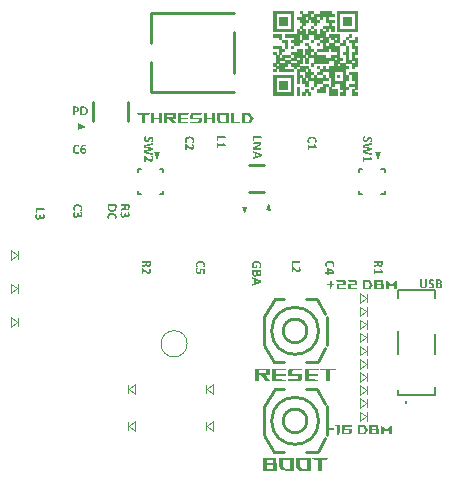
<source format=gto>
G04 Layer: TopSilkscreenLayer*
G04 EasyEDA Pro v2.2.28.1, 2024-10-13 15:23:24*
G04 Gerber Generator version 0.3*
G04 Scale: 100 percent, Rotated: No, Reflected: No*
G04 Dimensions in millimeters*
G04 Leading zeros omitted, absolute positions, 3 integers and 5 decimals*
%FSLAX35Y35*%
%MOMM*%
%ADD10C,0.1524*%
%ADD11C,0.1*%
%ADD12C,0.254*%
%ADD13C,0.2*%
G75*


G04 Image Start*
G36*
G01X-876180Y752245D02*
G01X-876180Y727700D01*
G01X-927453Y727700D01*
G01X-927453Y754427D01*
G01X-902907Y754427D01*
G01X-902907Y776791D01*
G01X-927453Y776791D01*
G01X-927453Y825881D01*
G01X-974362Y825881D01*
G01X-974362Y801336D01*
G01X-998907Y801336D01*
G01X-998907Y778972D01*
G01X-949816Y778972D01*
G01X-949816Y727700D01*
G01X-1025634Y727700D01*
G01X-1025634Y801336D01*
G01X-1047998Y801336D01*
G01X-1047998Y752245D01*
G01X-1123816Y752245D01*
G01X-1123816Y778972D01*
G01X-1099271Y778972D01*
G01X-1099271Y803518D01*
G01X-1074725Y803518D01*
G01X-1074725Y825881D01*
G01X-1121634Y825881D01*
G01X-1121634Y801336D01*
G01X-1146180Y801336D01*
G01X-1146180Y776791D01*
G01X-1172907Y776791D01*
G01X-1172907Y803518D01*
G01X-1148361Y803518D01*
G01X-1148361Y850427D01*
G01X-1072543Y850427D01*
G01X-1072543Y828063D01*
G01X-1023452Y828063D01*
G01X-1023452Y803518D01*
G01X-1023452Y803518D01*
G01X-1001089Y803518D01*
G01X-1001089Y826972D01*
G01X-876180Y826972D01*
G01X-876180Y803518D01*
G01X-853816Y803518D01*
G01X-853816Y828063D01*
G01X-804726Y828063D01*
G01X-804726Y850427D01*
G01X-829271Y850427D01*
G01X-829271Y899518D01*
G01X-851635Y899518D01*
G01X-851635Y850427D01*
G01X-876180Y850427D01*
G01X-876180Y826972D01*
G01X-876180Y826972D01*
G01X-1001089Y826972D01*
G01X-1001089Y852609D01*
G01X-974362Y852609D01*
G01X-902907Y852609D01*
G01X-902907Y924063D01*
G01X-974362Y924063D01*
G01X-974362Y852609D01*
G01X-974362Y852609D01*
G01X-1001089Y852609D01*
G01X-1001089Y874972D01*
G01X-1023452Y874972D01*
G01X-1023452Y850427D01*
G01X-1072543Y850427D01*
G01X-1148361Y850427D01*
G01X-1195270Y850427D01*
G01X-1195270Y801336D01*
G01X-1221998Y801336D01*
G01X-1221998Y825881D01*
G01X-1246543Y825881D01*
G01X-1246543Y852609D01*
G01X-1219816Y852609D01*
G01X-1197452Y852609D01*
G01X-1197452Y874972D01*
G01X-1219816Y874972D01*
G01X-1219816Y852609D01*
G01X-1219816Y852609D01*
G01X-1246543Y852609D01*
G01X-1246543Y874972D01*
G01X-1268907Y874972D01*
G01X-1268907Y825881D01*
G01X-1295634Y825881D01*
G01X-1295634Y924063D01*
G01X-1268907Y924063D01*
G01X-1268907Y901699D01*
G01X-1244361Y901699D01*
G01X-1244361Y877154D01*
G01X-1244361Y877154D01*
G01X-1221998Y877154D01*
G01X-1170725Y877154D01*
G01X-1148361Y877154D01*
G01X-1121634Y877154D01*
G01X-1074725Y877154D01*
G01X-1074725Y899518D01*
G01X-1121634Y899518D01*
G01X-1121634Y877154D01*
G01X-1121634Y877154D01*
G01X-1148361Y877154D01*
G01X-1148361Y899518D01*
G01X-1170725Y899518D01*
G01X-1170725Y877154D01*
G01X-1170725Y877154D01*
G01X-1221998Y877154D01*
G01X-1221998Y924063D01*
G01X-1268907Y924063D01*
G01X-1295634Y924063D01*
G01X-1295634Y926245D01*
G01X-1219816Y926245D01*
G01X-1197452Y926245D01*
G01X-1197452Y948609D01*
G01X-1219816Y948609D01*
G01X-1219816Y926245D01*
G01X-1219816Y926245D01*
G01X-1295634Y926245D01*
G01X-1295634Y948609D01*
G01X-1317997Y948609D01*
G01X-1317997Y924063D01*
G01X-1442906Y924063D01*
G01X-1442906Y948609D01*
G01X-1465270Y948609D01*
G01X-1465270Y924063D01*
G01X-1491997Y924063D01*
G01X-1491997Y950790D01*
G01X-1467452Y950790D01*
G01X-1391634Y950790D01*
G01X-1320179Y950790D01*
G01X-1293452Y950790D01*
G01X-1271088Y950790D01*
G01X-1271088Y973154D01*
G01X-1293452Y973154D01*
G01X-1293452Y950790D01*
G01X-1293452Y950790D01*
G01X-1320179Y950790D01*
G01X-1320179Y973154D01*
G01X-1344725Y973154D01*
G01X-1344725Y997699D01*
G01X-1268907Y997699D01*
G01X-1268907Y975336D01*
G01X-1195270Y975336D01*
G01X-1195270Y950790D01*
G01X-1170725Y950790D01*
G01X-1170725Y926245D01*
G01X-1146180Y926245D01*
G01X-1146180Y913972D01*
G01X-1146180Y913972D01*
G01X-1146180Y901699D01*
G01X-1123816Y901699D01*
G01X-1123816Y924063D01*
G01X-1072543Y924063D01*
G01X-1072543Y901699D01*
G01X-1047998Y901699D01*
G01X-1047998Y889427D01*
G01X-1047998Y889427D01*
G01X-1047998Y877154D01*
G01X-1025634Y877154D01*
G01X-1025634Y924063D01*
G01X-1072543Y924063D01*
G01X-1123816Y924063D01*
G01X-1123816Y926245D01*
G01X-1099271Y926245D01*
G01X-1099271Y948609D01*
G01X-1123816Y948609D01*
G01X-1123816Y975336D01*
G01X-1097089Y975336D01*
G01X-1097089Y950790D01*
G01X-1074725Y950790D01*
G01X-1074725Y975336D01*
G01X-1047998Y975336D01*
G01X-1047998Y950790D01*
G01X-1025634Y950790D01*
G01X-1025634Y975336D01*
G01X-976544Y975336D01*
G01X-949816Y975336D01*
G01X-927453Y975336D01*
G01X-927453Y997699D01*
G01X-949816Y997699D01*
G01X-949816Y975336D01*
G01X-949816Y975336D01*
G01X-976544Y975336D01*
G01X-976544Y999881D01*
G01X-925271Y999881D01*
G01X-878362Y999881D01*
G01X-827089Y999881D01*
G01X-804726Y999881D01*
G01X-804726Y1022245D01*
G01X-827089Y1022245D01*
G01X-827089Y999881D01*
G01X-827089Y999881D01*
G01X-878362Y999881D01*
G01X-878362Y1071336D01*
G01X-902907Y1071336D01*
G01X-902907Y1098063D01*
G01X-878362Y1098063D01*
G01X-878362Y1144972D01*
G01X-925271Y1144972D01*
G01X-925271Y1048972D01*
G01X-900725Y1048972D01*
G01X-900725Y1022245D01*
G01X-925271Y1022245D01*
G01X-925271Y999881D01*
G01X-925271Y999881D01*
G01X-976544Y999881D01*
G01X-976544Y1022245D01*
G01X-1023452Y1022245D01*
G01X-1023452Y997699D01*
G01X-1146180Y997699D01*
G01X-1146180Y973154D01*
G01X-1172907Y973154D01*
G01X-1172907Y999881D01*
G01X-1148361Y999881D01*
G01X-1148361Y1024426D01*
G01X-974362Y1024426D01*
G01X-951998Y1024426D01*
G01X-951998Y1046790D01*
G01X-974362Y1046790D01*
G01X-974362Y1024426D01*
G01X-974362Y1024426D01*
G01X-1148361Y1024426D01*
G01X-1148361Y1046790D01*
G01X-1195270Y1046790D01*
G01X-1195270Y997699D01*
G01X-1221998Y997699D01*
G01X-1221998Y1046790D01*
G01X-1244361Y1046790D01*
G01X-1244361Y997699D01*
G01X-1268907Y997699D01*
G01X-1344725Y997699D01*
G01X-1367088Y997699D01*
G01X-1367088Y973154D01*
G01X-1391634Y973154D01*
G01X-1391634Y950790D01*
G01X-1391634Y950790D01*
G01X-1467452Y950790D01*
G01X-1467452Y973154D01*
G01X-1491997Y973154D01*
G01X-1491997Y975336D01*
G01X-1465270Y975336D01*
G01X-1442906Y975336D01*
G01X-1442906Y997699D01*
G01X-1465270Y997699D01*
G01X-1465270Y975336D01*
G01X-1465270Y975336D01*
G01X-1491997Y975336D01*
G01X-1491997Y999881D01*
G01X-1467452Y999881D01*
G01X-1440724Y999881D01*
G01X-1393815Y999881D01*
G01X-1342543Y999881D01*
G01X-1295634Y999881D01*
G01X-1295634Y1022245D01*
G01X-1342543Y1022245D01*
G01X-1342543Y999881D01*
G01X-1342543Y999881D01*
G01X-1393815Y999881D01*
G01X-1393815Y1022245D01*
G01X-1440724Y1022245D01*
G01X-1440724Y999881D01*
G01X-1440724Y999881D01*
G01X-1467452Y999881D01*
G01X-1467452Y1024426D01*
G01X-1391634Y1024426D01*
G01X-1344725Y1024426D01*
G01X-1293452Y1024426D01*
G01X-1271088Y1024426D01*
G01X-1271088Y1046790D01*
G01X-1293452Y1046790D01*
G01X-1293452Y1024426D01*
G01X-1293452Y1024426D01*
G01X-1344725Y1024426D01*
G01X-1344725Y1046790D01*
G01X-1391634Y1046790D01*
G01X-1391634Y1024426D01*
G01X-1391634Y1024426D01*
G01X-1467452Y1024426D01*
G01X-1467452Y1048972D01*
G01X-1440724Y1048972D01*
G01X-1418361Y1048972D01*
G01X-1342543Y1048972D01*
G01X-1320179Y1048972D01*
G01X-1219816Y1048972D01*
G01X-1197452Y1048972D01*
G01X-1197452Y1071336D01*
G01X-1219816Y1071336D01*
G01X-1219816Y1048972D01*
G01X-1219816Y1048972D01*
G01X-1320179Y1048972D01*
G01X-1320179Y1071336D01*
G01X-1342543Y1071336D01*
G01X-1342543Y1048972D01*
G01X-1342543Y1048972D01*
G01X-1418361Y1048972D01*
G01X-1418361Y1071336D01*
G01X-1440724Y1071336D01*
G01X-1440724Y1048972D01*
G01X-1440724Y1048972D01*
G01X-1467452Y1048972D01*
G01X-1467452Y1071336D01*
G01X-1491997Y1071336D01*
G01X-1491997Y1098063D01*
G01X-1465270Y1098063D01*
G01X-1465270Y1073517D01*
G01X-1442906Y1073517D01*
G01X-1442906Y1120426D01*
G01X-1491997Y1120426D01*
G01X-1491997Y1147154D01*
G01X-1416179Y1147154D01*
G01X-1416179Y1122608D01*
G01X-1393815Y1122608D01*
G01X-1393815Y1169517D01*
G01X-1418361Y1169517D01*
G01X-1418361Y1194063D01*
G01X-1442906Y1194063D01*
G01X-1442906Y1218608D01*
G01X-1491997Y1218608D01*
G01X-1491997Y1245335D01*
G01X-1416179Y1245335D01*
G01X-1416179Y1196244D01*
G01X-1367088Y1196244D01*
G01X-1367088Y1120426D01*
G01X-1391634Y1120426D01*
G01X-1391634Y1095881D01*
G01X-1416179Y1095881D01*
G01X-1416179Y1073517D01*
G01X-1344725Y1073517D01*
G01X-1344725Y1098063D01*
G01X-1295634Y1098063D01*
G01X-1295634Y1122608D01*
G01X-1244361Y1122608D01*
G01X-1244361Y1073517D01*
G01X-1221998Y1073517D01*
G01X-1221998Y1084699D01*
G01X-1170725Y1084699D01*
G01X-1170725Y1073517D01*
G01X-1148361Y1073517D01*
G01X-1148361Y1095881D01*
G01X-1121634Y1095881D01*
G01X-1121634Y1073517D01*
G01X-1047998Y1073517D01*
G01X-1047998Y1061245D01*
G01X-1047998Y1061245D01*
G01X-1047998Y1048972D01*
G01X-1001089Y1048972D01*
G01X-1001089Y1073517D01*
G01X-951998Y1073517D01*
G01X-951998Y1095881D01*
G01X-1001089Y1095881D01*
G01X-1001089Y1120426D01*
G01X-1023452Y1120426D01*
G01X-1023452Y1095881D01*
G01X-1121634Y1095881D01*
G01X-1148361Y1095881D01*
G01X-1170725Y1095881D01*
G01X-1170725Y1084699D01*
G01X-1170725Y1084699D01*
G01X-1221998Y1084699D01*
G01X-1221998Y1122608D01*
G01X-1197452Y1122608D01*
G01X-1197452Y1144972D01*
G01X-1221998Y1144972D01*
G01X-1221998Y1171699D01*
G01X-1195270Y1171699D01*
G01X-1195270Y1147154D01*
G01X-1170725Y1147154D01*
G01X-1170725Y1122608D01*
G01X-1146180Y1122608D01*
G01X-1146180Y1098063D01*
G01X-1123816Y1098063D01*
G01X-1123816Y1122608D01*
G01X-1074725Y1122608D01*
G01X-1074725Y1147154D01*
G01X-1047998Y1147154D01*
G01X-1025634Y1147154D01*
G01X-974362Y1147154D01*
G01X-927453Y1147154D01*
G01X-927453Y1169517D01*
G01X-974362Y1169517D01*
G01X-974362Y1147154D01*
G01X-974362Y1147154D01*
G01X-1025634Y1147154D01*
G01X-1025634Y1169517D01*
G01X-1047998Y1169517D01*
G01X-1047998Y1147154D01*
G01X-1047998Y1147154D01*
G01X-1074725Y1147154D01*
G01X-1074725Y1169517D01*
G01X-1097089Y1169517D01*
G01X-1097089Y1144972D01*
G01X-1123816Y1144972D01*
G01X-1123816Y1171699D01*
G01X-1099271Y1171699D01*
G01X-1023452Y1171699D01*
G01X-976544Y1171699D01*
G01X-976544Y1194063D01*
G01X-1001089Y1194063D01*
G01X-1001089Y1196244D01*
G01X-974362Y1196244D01*
G01X-951998Y1196244D01*
G01X-951998Y1218608D01*
G01X-974362Y1218608D01*
G01X-974362Y1196244D01*
G01X-974362Y1196244D01*
G01X-1001089Y1196244D01*
G01X-1001089Y1218608D01*
G01X-1023452Y1218608D01*
G01X-1023452Y1171699D01*
G01X-1023452Y1171699D01*
G01X-1099271Y1171699D01*
G01X-1099271Y1194063D01*
G01X-1146180Y1194063D01*
G01X-1146180Y1169517D01*
G01X-1172907Y1169517D01*
G01X-1172907Y1196244D01*
G01X-1148361Y1196244D01*
G01X-1148361Y1207426D01*
G01X-1097089Y1207426D01*
G01X-1097089Y1196244D01*
G01X-1074725Y1196244D01*
G01X-1074725Y1218608D01*
G01X-1097089Y1218608D01*
G01X-1097089Y1207426D01*
G01X-1097089Y1207426D01*
G01X-1148361Y1207426D01*
G01X-1148361Y1243153D01*
G01X-1195270Y1243153D01*
G01X-1195270Y1194063D01*
G01X-1244361Y1194063D01*
G01X-1244361Y1169517D01*
G01X-1268907Y1169517D01*
G01X-1268907Y1144972D01*
G01X-1317997Y1144972D01*
G01X-1317997Y1120426D01*
G01X-1344725Y1120426D01*
G01X-1344725Y1147154D01*
G01X-1320179Y1147154D01*
G01X-1320179Y1169517D01*
G01X-1344725Y1169517D01*
G01X-1344725Y1196244D01*
G01X-1320179Y1196244D01*
G01X-1268907Y1196244D01*
G01X-1246543Y1196244D01*
G01X-1246543Y1243153D01*
G01X-1268907Y1243153D01*
G01X-1268907Y1196244D01*
G01X-1268907Y1196244D01*
G01X-1320179Y1196244D01*
G01X-1320179Y1218608D01*
G01X-1393815Y1218608D01*
G01X-1393815Y1245335D01*
G01X-1295634Y1245335D01*
G01X-1295634Y1269881D01*
G01X-1268907Y1269881D01*
G01X-1246543Y1269881D01*
G01X-1246543Y1292244D01*
G01X-1268907Y1292244D01*
G01X-1268907Y1269881D01*
G01X-1268907Y1269881D01*
G01X-1295634Y1269881D01*
G01X-1295634Y1294426D01*
G01X-1271088Y1294426D01*
G01X-1271088Y1316790D01*
G01X-1244361Y1316790D01*
G01X-1244361Y1294426D01*
G01X-1219816Y1294426D01*
G01X-1219816Y1245335D01*
G01X-1219816Y1245335D01*
G01X-1197452Y1245335D01*
G01X-1197452Y1269881D01*
G01X-1170725Y1269881D01*
G01X-1148361Y1269881D01*
G01X-1148361Y1292244D01*
G01X-1170725Y1292244D01*
G01X-1170725Y1269881D01*
G01X-1170725Y1269881D01*
G01X-1197452Y1269881D01*
G01X-1197452Y1294426D01*
G01X-1172907Y1294426D01*
G01X-1172907Y1316790D01*
G01X-1146180Y1316790D01*
G01X-1146180Y1294426D01*
G01X-1121634Y1294426D01*
G01X-1121634Y1245335D01*
G01X-1121634Y1245335D01*
G01X-1099271Y1245335D01*
G01X-1099271Y1269881D01*
G01X-1072543Y1269881D01*
G01X-1050180Y1269881D01*
G01X-1050180Y1292244D01*
G01X-1072543Y1292244D01*
G01X-1072543Y1269881D01*
G01X-1072543Y1269881D01*
G01X-1099271Y1269881D01*
G01X-1099271Y1294426D01*
G01X-1074725Y1294426D01*
G01X-1074725Y1318971D01*
G01X-1025634Y1318971D01*
G01X-1025634Y1341335D01*
G01X-1050180Y1341335D01*
G01X-1050180Y1390426D01*
G01X-1072543Y1390426D01*
G01X-1072543Y1365880D01*
G01X-1097089Y1365880D01*
G01X-1097089Y1341335D01*
G01X-1121634Y1341335D01*
G01X-1121634Y1316790D01*
G01X-1146180Y1316790D01*
G01X-1172907Y1316790D01*
G01X-1172907Y1318971D01*
G01X-1148361Y1318971D01*
G01X-1148361Y1341335D01*
G01X-1172907Y1341335D01*
G01X-1172907Y1365880D01*
G01X-1195270Y1365880D01*
G01X-1195270Y1341335D01*
G01X-1219816Y1341335D01*
G01X-1219816Y1316790D01*
G01X-1244361Y1316790D01*
G01X-1271088Y1316790D01*
G01X-1271088Y1318971D01*
G01X-1246543Y1318971D01*
G01X-1246543Y1341335D01*
G01X-1271088Y1341335D01*
G01X-1271088Y1365880D01*
G01X-1295634Y1365880D01*
G01X-1295634Y1368062D01*
G01X-1219816Y1368062D01*
G01X-1197452Y1368062D01*
G01X-1121634Y1368062D01*
G01X-1099271Y1368062D01*
G01X-1099271Y1390426D01*
G01X-1121634Y1390426D01*
G01X-1121634Y1368062D01*
G01X-1121634Y1368062D01*
G01X-1197452Y1368062D01*
G01X-1197452Y1390426D01*
G01X-1219816Y1390426D01*
G01X-1219816Y1368062D01*
G01X-1219816Y1368062D01*
G01X-1295634Y1368062D01*
G01X-1295634Y1392608D01*
G01X-1246543Y1392608D01*
G01X-1246543Y1403789D01*
G01X-1170725Y1403789D01*
G01X-1170725Y1392608D01*
G01X-1148361Y1392608D01*
G01X-1148361Y1414971D01*
G01X-1170725Y1414971D01*
G01X-1170725Y1403789D01*
G01X-1170725Y1403789D01*
G01X-1246543Y1403789D01*
G01X-1246543Y1414971D01*
G01X-1271088Y1414971D01*
G01X-1271088Y1441698D01*
G01X-1244361Y1441698D01*
G01X-1244361Y1417153D01*
G01X-1197452Y1417153D01*
G01X-1197452Y1441698D01*
G01X-1146180Y1441698D01*
G01X-1146180Y1417153D01*
G01X-1099271Y1417153D01*
G01X-1099271Y1441698D01*
G01X-998907Y1441698D01*
G01X-998907Y1417153D01*
G01X-974362Y1417153D01*
G01X-974362Y1390426D01*
G01X-1023452Y1390426D01*
G01X-1023452Y1368062D01*
G01X-974362Y1368062D01*
G01X-974362Y1341335D01*
G01X-998907Y1341335D01*
G01X-998907Y1318971D01*
G01X-974362Y1318971D01*
G01X-974362Y1267699D01*
G01X-1001089Y1267699D01*
G01X-1001089Y1292244D01*
G01X-1023452Y1292244D01*
G01X-1023452Y1267699D01*
G01X-1047998Y1267699D01*
G01X-1047998Y1220790D01*
G01X-1025634Y1220790D01*
G01X-1025634Y1245335D01*
G01X-925271Y1245335D01*
G01X-925271Y1171699D01*
G01X-902907Y1171699D01*
G01X-902907Y1194063D01*
G01X-876180Y1194063D01*
G01X-876180Y1147154D01*
G01X-851635Y1147154D01*
G01X-851635Y1085790D01*
G01X-851635Y1085790D01*
G01X-851635Y1024426D01*
G01X-829271Y1024426D01*
G01X-829271Y1098063D01*
G01X-804726Y1098063D01*
G01X-804726Y1120426D01*
G01X-829271Y1120426D01*
G01X-829271Y1169517D01*
G01X-853816Y1169517D01*
G01X-853816Y1194063D01*
G01X-876180Y1194063D01*
G01X-902907Y1194063D01*
G01X-902907Y1196244D01*
G01X-878362Y1196244D01*
G01X-878362Y1220790D01*
G01X-853816Y1220790D01*
G01X-853816Y1245335D01*
G01X-827089Y1245335D01*
G01X-827089Y1218608D01*
G01X-851635Y1218608D01*
G01X-851635Y1196244D01*
G01X-804726Y1196244D01*
G01X-804726Y1220790D01*
G01X-777998Y1220790D01*
G01X-777998Y1169517D01*
G01X-802544Y1169517D01*
G01X-802544Y1147154D01*
G01X-777998Y1147154D01*
G01X-777998Y1071336D01*
G01X-802544Y1071336D01*
G01X-802544Y1048972D01*
G01X-777998Y1048972D01*
G01X-777998Y973154D01*
G01X-802544Y973154D01*
G01X-802544Y948609D01*
G01X-829271Y948609D01*
G01X-829271Y997699D01*
G01X-876180Y997699D01*
G01X-876180Y975336D01*
G01X-851635Y975336D01*
G01X-851635Y948609D01*
G01X-876180Y948609D01*
G01X-876180Y901699D01*
G01X-853816Y901699D01*
G01X-853816Y926245D01*
G01X-777998Y926245D01*
G01X-777998Y776791D01*
G01X-802544Y776791D01*
G01X-802544Y754427D01*
G01X-777998Y754427D01*
G01X-777998Y727700D01*
G01X-829271Y727700D01*
G01X-829271Y778972D01*
G01X-804726Y778972D01*
G01X-804726Y801336D01*
G01X-851635Y801336D01*
G01X-851635Y776791D01*
G01X-876180Y776791D01*
G01X-876180Y752245D01*
G37*
G36*
G01X-1317997Y814700D02*
G01X-1317997Y727700D01*
G01X-1491997Y727700D01*
G01X-1491997Y814700D01*
G01X-1465270Y814700D01*
G01X-1465270Y754427D01*
G01X-1344725Y754427D01*
G01X-1344725Y874972D01*
G01X-1465270Y874972D01*
G01X-1465270Y814700D01*
G01X-1465270Y814700D01*
G01X-1491997Y814700D01*
G01X-1491997Y901699D01*
G01X-1317997Y901699D01*
G01X-1317997Y814700D01*
G37*
G36*
G01X-1268907Y727700D02*
G01X-1295634Y727700D01*
G01X-1295634Y803518D01*
G01X-1268907Y803518D01*
G01X-1268907Y727700D01*
G37*
G36*
G01X-1219816Y727700D02*
G01X-1246543Y727700D01*
G01X-1246543Y754427D01*
G01X-1221998Y754427D01*
G01X-1221998Y778972D01*
G01X-1195270Y778972D01*
G01X-1195270Y754427D01*
G01X-1170725Y754427D01*
G01X-1170725Y727700D01*
G01X-1197452Y727700D01*
G01X-1197452Y752245D01*
G01X-1219816Y752245D01*
G01X-1219816Y727700D01*
G37*
G36*
G01X-1367088Y814700D02*
G01X-1367088Y776791D01*
G01X-1442906Y776791D01*
G01X-1442906Y852609D01*
G01X-1367088Y852609D01*
G01X-1367088Y814700D01*
G37*
G36*
G01X-925271Y874972D02*
G01X-951998Y874972D01*
G01X-951998Y901699D01*
G01X-925271Y901699D01*
G01X-925271Y874972D01*
G37*
G36*
G01X-777998Y1354699D02*
G01X-777998Y1267699D01*
G01X-951998Y1267699D01*
G01X-951998Y1354699D01*
G01X-925271Y1354699D01*
G01X-925271Y1294426D01*
G01X-804726Y1294426D01*
G01X-804726Y1414971D01*
G01X-925271Y1414971D01*
G01X-925271Y1354699D01*
G01X-925271Y1354699D01*
G01X-951998Y1354699D01*
G01X-951998Y1441698D01*
G01X-777998Y1441698D01*
G01X-777998Y1354699D01*
G37*
G36*
G01X-1317997Y1354699D02*
G01X-1317997Y1267699D01*
G01X-1491997Y1267699D01*
G01X-1491997Y1294426D01*
G01X-1465270Y1294426D01*
G01X-1344725Y1294426D01*
G01X-1344725Y1414971D01*
G01X-1465270Y1414971D01*
G01X-1465270Y1294426D01*
G01X-1465270Y1294426D01*
G01X-1491997Y1294426D01*
G01X-1491997Y1441698D01*
G01X-1317997Y1441698D01*
G01X-1317997Y1354699D01*
G37*
G36*
G01X-1367088Y1354699D02*
G01X-1367088Y1316790D01*
G01X-1442906Y1316790D01*
G01X-1442906Y1392608D01*
G01X-1367088Y1392608D01*
G01X-1367088Y1354699D01*
G37*
G36*
G01X-827089Y1316790D02*
G01X-902907Y1316790D01*
G01X-902907Y1392608D01*
G01X-827089Y1392608D01*
G01X-827089Y1316790D01*
G37*
G04 Image End*

G04 Text Start*
G36*
G01X-2586267Y305181D02*
G01X-2586631Y297908D01*
G01X-2586449Y290817D01*
G01X-2585904Y289363D01*
G01X-2584995Y288090D01*
G01X-2583904Y287363D01*
G01X-2582086Y286817D01*
G01X-2580267Y286454D01*
G01X-2578449Y285908D01*
G01X-2575904Y285363D01*
G01X-2574086Y284999D01*
G01X-2572267Y284454D01*
G01X-2569904Y283908D01*
G01X-2564995Y282817D01*
G01X-2563176Y282272D01*
G01X-2560631Y281726D01*
G01X-2558813Y281363D01*
G01X-2556995Y280817D01*
G01X-2554631Y280272D01*
G01X-2552995Y279908D01*
G01X-2549358Y278999D01*
G01X-2546995Y278454D01*
G01X-2545358Y278090D01*
G01X-2541722Y277181D01*
G01X-2539358Y276635D01*
G01X-2537722Y276272D01*
G01X-2536267Y275726D01*
G01X-2535677Y275363D01*
G01X-2535722Y274999D01*
G01X-2537358Y274454D01*
G01X-2539177Y274090D01*
G01X-2540995Y273545D01*
G01X-2543358Y272999D01*
G01X-2544995Y272635D01*
G01X-2546813Y272090D01*
G01X-2549177Y271545D01*
G01X-2550813Y271181D01*
G01X-2552631Y270635D01*
G01X-2554995Y270090D01*
G01X-2556631Y269726D01*
G01X-2558449Y269181D01*
G01X-2560813Y268635D01*
G01X-2562449Y268272D01*
G01X-2564267Y267726D01*
G01X-2566631Y267181D01*
G01X-2568449Y266635D01*
G01X-2570449Y266090D01*
G01X-2572267Y265726D01*
G01X-2574086Y265181D01*
G01X-2576449Y264635D01*
G01X-2578086Y264272D01*
G01X-2579904Y263726D01*
G01X-2582267Y263181D01*
G01X-2584267Y262454D01*
G01X-2585722Y260999D01*
G01X-2586449Y258454D01*
G01X-2586631Y251363D01*
G01X-2586449Y245363D01*
G01X-2585904Y243908D01*
G01X-2584995Y242636D01*
G01X-2584086Y241908D01*
G01X-2582813Y241363D01*
G01X-2581358Y240999D01*
G01X-2579540Y240454D01*
G01X-2576995Y239726D01*
G01X-2574631Y239181D01*
G01X-2572813Y238636D01*
G01X-2570813Y238090D01*
G01X-2568995Y237726D01*
G01X-2567176Y237181D01*
G01X-2564631Y236454D01*
G01X-2562267Y235908D01*
G01X-2560631Y235545D01*
G01X-2558995Y234999D01*
G01X-2556813Y234454D01*
G01X-2555176Y234090D01*
G01X-2553358Y233545D01*
G01X-2550813Y232817D01*
G01X-2548449Y232272D01*
G01X-2546813Y231908D01*
G01X-2545177Y231363D01*
G01X-2542995Y230817D01*
G01X-2541358Y230454D01*
G01X-2539722Y229908D01*
G01X-2537540Y229363D01*
G01X-2535904Y228999D01*
G01X-2534086Y228454D01*
G01X-2531540Y227726D01*
G01X-2529177Y227181D01*
G01X-2527540Y226817D01*
G01X-2525904Y226272D01*
G01X-2523722Y225726D01*
G01X-2522086Y225363D01*
G01X-2520268Y224817D01*
G01X-2517722Y224090D01*
G01X-2515177Y223545D01*
G01X-2513177Y223181D01*
G01X-2511904Y223363D01*
G01X-2510995Y224272D01*
G01X-2510449Y226454D01*
G01X-2510268Y230999D01*
G01X-2510449Y234454D01*
G01X-2510813Y235726D01*
G01X-2511722Y236999D01*
G01X-2513540Y237726D01*
G01X-2518449Y238817D01*
G01X-2522086Y239726D01*
G01X-2524631Y240272D01*
G01X-2526449Y240636D01*
G01X-2530086Y241545D01*
G01X-2532631Y242090D01*
G01X-2534449Y242454D01*
G01X-2536267Y242999D01*
G01X-2538813Y243545D01*
G01X-2540631Y243908D01*
G01X-2544267Y244817D01*
G01X-2546813Y245363D01*
G01X-2548631Y245726D01*
G01X-2550449Y246272D01*
G01X-2552995Y246817D01*
G01X-2554813Y247181D01*
G01X-2558086Y247908D01*
G01X-2561722Y248817D01*
G01X-2564267Y249363D01*
G01X-2566086Y249726D01*
G01X-2567904Y250272D01*
G01X-2570086Y250817D01*
G01X-2570722Y251045D01*
G01X-2570813Y251363D01*
G01X-2569358Y251908D01*
G01X-2567540Y252272D01*
G01X-2565722Y252817D01*
G01X-2563358Y253363D01*
G01X-2561722Y253726D01*
G01X-2559904Y254272D01*
G01X-2557540Y254817D01*
G01X-2555904Y255181D01*
G01X-2554086Y255726D01*
G01X-2551722Y256272D01*
G01X-2550086Y256636D01*
G01X-2548267Y257181D01*
G01X-2545722Y257726D01*
G01X-2543904Y258090D01*
G01X-2542086Y258636D01*
G01X-2539722Y259181D01*
G01X-2538086Y259545D01*
G01X-2536267Y260090D01*
G01X-2533904Y260635D01*
G01X-2532267Y260999D01*
G01X-2530449Y261545D01*
G01X-2528086Y262090D01*
G01X-2526449Y262454D01*
G01X-2524631Y262999D01*
G01X-2522267Y263545D01*
G01X-2520631Y263908D01*
G01X-2518813Y264454D01*
G01X-2516449Y264999D01*
G01X-2514813Y265363D01*
G01X-2513177Y265908D01*
G01X-2511540Y266999D01*
G01X-2510813Y268635D01*
G01X-2510449Y270817D01*
G01X-2510268Y275363D01*
G01X-2510449Y279181D01*
G01X-2510813Y280635D01*
G01X-2511722Y282090D01*
G01X-2513540Y282999D01*
G01X-2515722Y283545D01*
G01X-2517358Y283908D01*
G01X-2520995Y284817D01*
G01X-2523358Y285363D01*
G01X-2524995Y285726D01*
G01X-2526813Y286272D01*
G01X-2529358Y286817D01*
G01X-2531177Y287181D01*
G01X-2532995Y287726D01*
G01X-2535358Y288272D01*
G01X-2540267Y289363D01*
G01X-2542086Y289908D01*
G01X-2544449Y290454D01*
G01X-2549358Y291545D01*
G01X-2551177Y292090D01*
G01X-2553540Y292635D01*
G01X-2558449Y293726D01*
G01X-2560267Y294272D01*
G01X-2562813Y294817D01*
G01X-2564631Y295181D01*
G01X-2566449Y295726D01*
G01X-2568813Y296272D01*
G01X-2570449Y296817D01*
G01X-2570722Y297136D01*
G01X-2570449Y297363D01*
G01X-2566813Y298272D01*
G01X-2564267Y298817D01*
G01X-2562449Y299181D01*
G01X-2558813Y300090D01*
G01X-2556267Y300635D01*
G01X-2554449Y300999D01*
G01X-2552631Y301545D01*
G01X-2550086Y302090D01*
G01X-2548267Y302454D01*
G01X-2544995Y303181D01*
G01X-2541358Y304090D01*
G01X-2538813Y304636D01*
G01X-2536995Y304999D01*
G01X-2533358Y305908D01*
G01X-2530813Y306454D01*
G01X-2528995Y306817D01*
G01X-2527177Y307363D01*
G01X-2524631Y307908D01*
G01X-2522813Y308272D01*
G01X-2519177Y309181D01*
G01X-2516631Y309726D01*
G01X-2514813Y310090D01*
G01X-2512995Y310636D01*
G01X-2511177Y311726D01*
G01X-2510631Y313363D01*
G01X-2510449Y314817D01*
G01X-2510268Y319363D01*
G01X-2510449Y323908D01*
G01X-2510813Y324999D01*
G01X-2511904Y326090D01*
G01X-2512949Y326454D01*
G01X-2514268Y326454D01*
G01X-2516268Y326090D01*
G01X-2518086Y325545D01*
G01X-2520449Y324999D01*
G01X-2522086Y324636D01*
G01X-2523904Y324090D01*
G01X-2526449Y323363D01*
G01X-2528813Y322817D01*
G01X-2530449Y322454D01*
G01X-2532267Y321908D01*
G01X-2534813Y321181D01*
G01X-2537177Y320636D01*
G01X-2538813Y320272D01*
G01X-2540631Y319727D01*
G01X-2543177Y318999D01*
G01X-2545540Y318454D01*
G01X-2547177Y318090D01*
G01X-2548995Y317545D01*
G01X-2551540Y316817D01*
G01X-2553904Y316272D01*
G01X-2555540Y315908D01*
G01X-2557358Y315363D01*
G01X-2560995Y314454D01*
G01X-2562813Y313908D01*
G01X-2565176Y313363D01*
G01X-2566813Y312999D01*
G01X-2568449Y312454D01*
G01X-2570631Y311908D01*
G01X-2572267Y311545D01*
G01X-2574086Y310999D01*
G01X-2577722Y310090D01*
G01X-2579540Y309545D01*
G01X-2581904Y308999D01*
G01X-2583722Y308454D01*
G01X-2584995Y307726D01*
G01X-2585722Y306636D01*
G01X-2586267Y305181D01*
G37*
G36*
G01X-2585904Y213181D02*
G01X-2586267Y189363D01*
G01X-2586267Y165908D01*
G01X-2585358Y165363D01*
G01X-2582813Y164635D01*
G01X-2579176Y164454D01*
G01X-2576449Y164817D01*
G01X-2575176Y165363D01*
G01X-2574267Y166635D01*
G01X-2573904Y182090D01*
G01X-2573768Y192817D01*
G01X-2573358Y196272D01*
G01X-2572449Y195545D01*
G01X-2568813Y191908D01*
G01X-2566995Y190454D01*
G01X-2558813Y182272D01*
G01X-2556995Y180817D01*
G01X-2556086Y179908D01*
G01X-2553540Y177726D01*
G01X-2550813Y175545D01*
G01X-2549904Y174999D01*
G01X-2548631Y174090D01*
G01X-2545358Y171908D01*
G01X-2542086Y170272D01*
G01X-2540449Y169544D01*
G01X-2538631Y168817D01*
G01X-2536267Y168272D01*
G01X-2534086Y167908D01*
G01X-2530086Y167544D01*
G01X-2528449Y167363D01*
G01X-2526813Y167544D01*
G01X-2524267Y167908D01*
G01X-2522631Y168454D01*
G01X-2520631Y169181D01*
G01X-2519177Y169908D01*
G01X-2518086Y170635D01*
G01X-2516631Y171726D01*
G01X-2514449Y173908D01*
G01X-2513722Y174817D01*
G01X-2512995Y176090D01*
G01X-2512086Y177726D01*
G01X-2511358Y179545D01*
G01X-2510631Y181545D01*
G01X-2510086Y183908D01*
G01X-2509722Y186090D01*
G01X-2509540Y188272D01*
G01X-2509358Y190090D01*
G01X-2509177Y191363D01*
G01X-2509358Y192636D01*
G01X-2509722Y196636D01*
G01X-2510449Y200272D01*
G01X-2510813Y201727D01*
G01X-2511358Y203363D01*
G01X-2512449Y206272D01*
G01X-2513177Y207908D01*
G01X-2513904Y209363D01*
G01X-2514813Y210817D01*
G01X-2515904Y212090D01*
G01X-2516995Y212817D01*
G01X-2518449Y213363D01*
G01X-2520268Y213727D01*
G01X-2522813Y213908D01*
G01X-2524995Y213727D01*
G01X-2526267Y213545D01*
G01X-2527904Y212999D01*
G01X-2528586Y212408D01*
G01X-2528813Y211727D01*
G01X-2528267Y210272D01*
G01X-2527358Y208817D01*
G01X-2526631Y207545D01*
G01X-2525177Y204636D01*
G01X-2524631Y203363D01*
G01X-2524086Y201908D01*
G01X-2523722Y200454D01*
G01X-2523540Y199181D01*
G01X-2523177Y195908D01*
G01X-2523177Y194454D01*
G01X-2523540Y192272D01*
G01X-2524086Y190636D01*
G01X-2524813Y189545D01*
G01X-2525722Y188454D01*
G01X-2526631Y187726D01*
G01X-2527904Y186999D01*
G01X-2529540Y186272D01*
G01X-2533358Y185908D01*
G01X-2536995Y186090D01*
G01X-2538813Y186636D01*
G01X-2540813Y187363D01*
G01X-2542449Y188090D01*
G01X-2543904Y188817D01*
G01X-2545358Y189726D01*
G01X-2548631Y191908D01*
G01X-2549904Y192817D01*
G01X-2550813Y193545D01*
G01X-2551722Y194454D01*
G01X-2553540Y195908D01*
G01X-2555358Y197727D01*
G01X-2557904Y199908D01*
G01X-2561540Y203545D01*
G01X-2563358Y204999D01*
G01X-2566995Y208636D01*
G01X-2568813Y210090D01*
G01X-2570631Y211908D01*
G01X-2571722Y212817D01*
G01X-2572995Y213545D01*
G01X-2574449Y214272D01*
G01X-2576267Y214817D01*
G01X-2577904Y214999D01*
G01X-2579176Y215181D01*
G01X-2580631Y215363D01*
G01X-2582086Y215181D01*
G01X-2583722Y214817D01*
G01X-2585177Y214090D01*
G01X-2585904Y213181D01*
G37*
G36*
G01X-2587540Y364454D02*
G01X-2587722Y360090D01*
G01X-2587540Y355545D01*
G01X-2587177Y352636D01*
G01X-2586813Y350999D01*
G01X-2586267Y349181D01*
G01X-2585722Y347545D01*
G01X-2585177Y346090D01*
G01X-2583722Y343181D01*
G01X-2582813Y341727D01*
G01X-2581540Y339908D01*
G01X-2579358Y337727D01*
G01X-2578086Y336636D01*
G01X-2576449Y335545D01*
G01X-2574995Y334636D01*
G01X-2573540Y333908D01*
G01X-2571722Y333181D01*
G01X-2569722Y332636D01*
G01X-2567904Y332272D01*
G01X-2566267Y332090D01*
G01X-2564995Y331908D01*
G01X-2562995Y331727D01*
G01X-2560995Y331908D01*
G01X-2558995Y332272D01*
G01X-2556813Y332817D01*
G01X-2555176Y333545D01*
G01X-2553722Y334272D01*
G01X-2552267Y335181D01*
G01X-2550995Y336090D01*
G01X-2550086Y336817D01*
G01X-2548267Y338636D01*
G01X-2547540Y339545D01*
G01X-2546995Y340454D01*
G01X-2546086Y341727D01*
G01X-2545177Y343181D01*
G01X-2543722Y345727D01*
G01X-2542631Y348272D01*
G01X-2541904Y349727D01*
G01X-2540449Y352999D01*
G01X-2539722Y354454D01*
G01X-2539177Y355726D01*
G01X-2538449Y357181D01*
G01X-2537540Y358817D01*
G01X-2536631Y360090D01*
G01X-2535177Y361908D01*
G01X-2534267Y362636D01*
G01X-2532995Y363545D01*
G01X-2530449Y364272D01*
G01X-2527722Y364272D01*
G01X-2525904Y363726D01*
G01X-2524631Y362999D01*
G01X-2523722Y362090D01*
G01X-2522813Y360817D01*
G01X-2522086Y359181D01*
G01X-2521722Y357726D01*
G01X-2521358Y355545D01*
G01X-2521358Y352272D01*
G01X-2521722Y349545D01*
G01X-2522267Y347727D01*
G01X-2522813Y346090D01*
G01X-2523358Y344636D01*
G01X-2524449Y342090D01*
G01X-2525358Y340636D01*
G01X-2526086Y338817D01*
G01X-2525904Y337363D01*
G01X-2524267Y336636D01*
G01X-2521722Y336272D01*
G01X-2519177Y336090D01*
G01X-2517358Y336272D01*
G01X-2515722Y336636D01*
G01X-2514268Y337363D01*
G01X-2513540Y338272D01*
G01X-2512813Y339545D01*
G01X-2512086Y340999D01*
G01X-2511540Y342454D01*
G01X-2510995Y344090D01*
G01X-2510449Y346090D01*
G01X-2510086Y347908D01*
G01X-2509722Y350090D01*
G01X-2509540Y352636D01*
G01X-2509358Y354090D01*
G01X-2509177Y355363D01*
G01X-2509358Y356636D01*
G01X-2509722Y360636D01*
G01X-2510449Y363908D01*
G01X-2510995Y365545D01*
G01X-2511722Y367545D01*
G01X-2512449Y368999D01*
G01X-2513177Y370272D01*
G01X-2513904Y371363D01*
G01X-2516086Y374090D01*
G01X-2518813Y376272D01*
G01X-2519904Y376817D01*
G01X-2521358Y377726D01*
G01X-2522995Y378454D01*
G01X-2524267Y378817D01*
G01X-2526086Y379363D01*
G01X-2528449Y379726D01*
G01X-2530086Y379908D01*
G01X-2532086Y380090D01*
G01X-2534086Y379908D01*
G01X-2536631Y379545D01*
G01X-2538267Y378999D01*
G01X-2539904Y378272D01*
G01X-2541358Y377545D01*
G01X-2543177Y376454D01*
G01X-2544631Y375363D01*
G01X-2546449Y373545D01*
G01X-2547540Y372272D01*
G01X-2549358Y369726D01*
G01X-2550267Y368272D01*
G01X-2553177Y362454D01*
G01X-2554631Y359181D01*
G01X-2557176Y354090D01*
G01X-2558086Y352636D01*
G01X-2558995Y351363D01*
G01X-2559722Y350636D01*
G01X-2561540Y349181D01*
G01X-2562813Y348454D01*
G01X-2564631Y347908D01*
G01X-2566449Y347727D01*
G01X-2567904Y347908D01*
G01X-2569176Y348272D01*
G01X-2570449Y348817D01*
G01X-2571540Y349545D01*
G01X-2572449Y350454D01*
G01X-2573176Y351545D01*
G01X-2573904Y352999D01*
G01X-2574631Y354636D01*
G01X-2574995Y356090D01*
G01X-2575176Y357363D01*
G01X-2575358Y360817D01*
G01X-2575176Y364272D01*
G01X-2574813Y366090D01*
G01X-2574267Y368090D01*
G01X-2573722Y369726D01*
G01X-2573176Y371181D01*
G01X-2572086Y373726D01*
G01X-2569904Y377545D01*
G01X-2569358Y378817D01*
G01X-2569722Y379908D01*
G01X-2571358Y380817D01*
G01X-2575904Y381181D01*
G01X-2579904Y380999D01*
G01X-2581358Y380272D01*
G01X-2582631Y378999D01*
G01X-2583358Y377726D01*
G01X-2584813Y374817D01*
G01X-2585358Y373363D01*
G01X-2585904Y371726D01*
G01X-2586449Y369726D01*
G01X-2587177Y366090D01*
G01X-2587540Y364454D01*
G37*
G36*
G01X-734271Y305181D02*
G01X-734635Y297908D01*
G01X-734453Y290817D01*
G01X-733908Y289363D01*
G01X-732999Y288090D01*
G01X-731908Y287363D01*
G01X-730089Y286817D01*
G01X-728271Y286454D01*
G01X-726453Y285908D01*
G01X-723908Y285363D01*
G01X-722089Y284999D01*
G01X-720271Y284454D01*
G01X-717908Y283908D01*
G01X-712999Y282817D01*
G01X-711180Y282272D01*
G01X-708635Y281726D01*
G01X-706817Y281363D01*
G01X-704998Y280817D01*
G01X-702635Y280272D01*
G01X-700998Y279908D01*
G01X-697362Y278999D01*
G01X-694998Y278454D01*
G01X-693362Y278090D01*
G01X-689726Y277181D01*
G01X-687362Y276635D01*
G01X-685726Y276272D01*
G01X-684271Y275726D01*
G01X-683680Y275363D01*
G01X-683726Y274999D01*
G01X-685362Y274454D01*
G01X-687180Y274090D01*
G01X-688998Y273545D01*
G01X-691362Y272999D01*
G01X-692998Y272635D01*
G01X-694817Y272090D01*
G01X-697180Y271545D01*
G01X-698817Y271181D01*
G01X-700635Y270635D01*
G01X-702998Y270090D01*
G01X-704635Y269726D01*
G01X-706453Y269181D01*
G01X-708817Y268635D01*
G01X-710453Y268272D01*
G01X-712271Y267726D01*
G01X-714635Y267181D01*
G01X-716453Y266635D01*
G01X-718453Y266090D01*
G01X-720271Y265726D01*
G01X-722089Y265181D01*
G01X-724453Y264635D01*
G01X-726089Y264272D01*
G01X-727908Y263726D01*
G01X-730271Y263181D01*
G01X-732271Y262454D01*
G01X-733726Y260999D01*
G01X-734453Y258454D01*
G01X-734635Y251363D01*
G01X-734453Y245363D01*
G01X-733908Y243908D01*
G01X-732999Y242636D01*
G01X-732089Y241908D01*
G01X-730817Y241363D01*
G01X-729362Y240999D01*
G01X-727544Y240454D01*
G01X-724999Y239726D01*
G01X-722635Y239181D01*
G01X-720817Y238636D01*
G01X-718817Y238090D01*
G01X-716999Y237726D01*
G01X-715180Y237181D01*
G01X-712635Y236454D01*
G01X-710271Y235908D01*
G01X-708635Y235545D01*
G01X-706998Y234999D01*
G01X-704817Y234454D01*
G01X-703180Y234090D01*
G01X-701362Y233545D01*
G01X-698817Y232817D01*
G01X-696453Y232272D01*
G01X-694817Y231908D01*
G01X-693180Y231363D01*
G01X-690998Y230817D01*
G01X-689362Y230454D01*
G01X-687726Y229908D01*
G01X-685544Y229363D01*
G01X-683907Y228999D01*
G01X-682089Y228454D01*
G01X-679544Y227726D01*
G01X-677180Y227181D01*
G01X-675544Y226817D01*
G01X-673907Y226272D01*
G01X-671726Y225726D01*
G01X-670089Y225363D01*
G01X-668271Y224817D01*
G01X-665726Y224090D01*
G01X-663180Y223545D01*
G01X-661180Y223181D01*
G01X-659907Y223363D01*
G01X-658998Y224272D01*
G01X-658453Y226454D01*
G01X-658271Y230999D01*
G01X-658453Y234454D01*
G01X-658817Y235726D01*
G01X-659726Y236999D01*
G01X-661544Y237726D01*
G01X-666453Y238817D01*
G01X-670089Y239726D01*
G01X-672635Y240272D01*
G01X-674453Y240636D01*
G01X-678089Y241545D01*
G01X-680635Y242090D01*
G01X-682453Y242454D01*
G01X-684271Y242999D01*
G01X-686817Y243545D01*
G01X-688635Y243908D01*
G01X-692271Y244817D01*
G01X-694817Y245363D01*
G01X-696635Y245726D01*
G01X-698453Y246272D01*
G01X-700998Y246817D01*
G01X-702817Y247181D01*
G01X-706089Y247908D01*
G01X-709726Y248817D01*
G01X-712271Y249363D01*
G01X-714089Y249726D01*
G01X-715908Y250272D01*
G01X-718089Y250817D01*
G01X-718726Y251045D01*
G01X-718817Y251363D01*
G01X-717362Y251908D01*
G01X-715544Y252272D01*
G01X-713726Y252817D01*
G01X-711362Y253363D01*
G01X-709726Y253726D01*
G01X-707908Y254272D01*
G01X-705544Y254817D01*
G01X-703908Y255181D01*
G01X-702089Y255726D01*
G01X-699726Y256272D01*
G01X-698089Y256636D01*
G01X-696271Y257181D01*
G01X-693726Y257726D01*
G01X-691907Y258090D01*
G01X-690089Y258636D01*
G01X-687726Y259181D01*
G01X-686089Y259545D01*
G01X-684271Y260090D01*
G01X-681907Y260635D01*
G01X-680271Y260999D01*
G01X-678453Y261545D01*
G01X-676089Y262090D01*
G01X-674453Y262454D01*
G01X-672635Y262999D01*
G01X-670271Y263545D01*
G01X-668635Y263908D01*
G01X-666817Y264454D01*
G01X-664453Y264999D01*
G01X-662817Y265363D01*
G01X-661180Y265908D01*
G01X-659544Y266999D01*
G01X-658817Y268635D01*
G01X-658453Y270817D01*
G01X-658271Y275363D01*
G01X-658453Y279181D01*
G01X-658817Y280635D01*
G01X-659726Y282090D01*
G01X-661544Y282999D01*
G01X-663726Y283545D01*
G01X-665362Y283908D01*
G01X-668998Y284817D01*
G01X-671362Y285363D01*
G01X-672998Y285726D01*
G01X-674817Y286272D01*
G01X-677362Y286817D01*
G01X-679180Y287181D01*
G01X-680998Y287726D01*
G01X-683362Y288272D01*
G01X-688271Y289363D01*
G01X-690089Y289908D01*
G01X-692453Y290454D01*
G01X-697362Y291545D01*
G01X-699180Y292090D01*
G01X-701544Y292635D01*
G01X-706453Y293726D01*
G01X-708271Y294272D01*
G01X-710817Y294817D01*
G01X-712635Y295181D01*
G01X-714453Y295726D01*
G01X-716817Y296272D01*
G01X-718453Y296817D01*
G01X-718726Y297136D01*
G01X-718453Y297363D01*
G01X-714817Y298272D01*
G01X-712271Y298817D01*
G01X-710453Y299181D01*
G01X-706817Y300090D01*
G01X-704271Y300635D01*
G01X-702453Y300999D01*
G01X-700635Y301545D01*
G01X-698089Y302090D01*
G01X-696271Y302454D01*
G01X-692998Y303181D01*
G01X-689362Y304090D01*
G01X-686817Y304636D01*
G01X-684998Y304999D01*
G01X-681362Y305908D01*
G01X-678817Y306454D01*
G01X-676998Y306817D01*
G01X-675180Y307363D01*
G01X-672635Y307908D01*
G01X-670817Y308272D01*
G01X-667180Y309181D01*
G01X-664635Y309726D01*
G01X-662817Y310090D01*
G01X-660998Y310636D01*
G01X-659180Y311726D01*
G01X-658635Y313363D01*
G01X-658453Y314817D01*
G01X-658271Y319363D01*
G01X-658453Y323908D01*
G01X-658817Y324999D01*
G01X-659907Y326090D01*
G01X-660953Y326454D01*
G01X-662271Y326454D01*
G01X-664271Y326090D01*
G01X-666089Y325545D01*
G01X-668453Y324999D01*
G01X-670089Y324636D01*
G01X-671907Y324090D01*
G01X-674453Y323363D01*
G01X-676817Y322817D01*
G01X-678453Y322454D01*
G01X-680271Y321908D01*
G01X-682817Y321181D01*
G01X-685180Y320636D01*
G01X-686817Y320272D01*
G01X-688635Y319727D01*
G01X-691180Y318999D01*
G01X-693544Y318454D01*
G01X-695180Y318090D01*
G01X-696998Y317545D01*
G01X-699544Y316817D01*
G01X-701908Y316272D01*
G01X-703544Y315908D01*
G01X-705362Y315363D01*
G01X-708999Y314454D01*
G01X-710817Y313908D01*
G01X-713180Y313363D01*
G01X-714817Y312999D01*
G01X-716453Y312454D01*
G01X-718635Y311908D01*
G01X-720271Y311545D01*
G01X-722089Y310999D01*
G01X-725726Y310090D01*
G01X-727544Y309545D01*
G01X-729908Y308999D01*
G01X-731726Y308454D01*
G01X-732999Y307726D01*
G01X-733726Y306636D01*
G01X-734271Y305181D01*
G37*
G36*
G01X-735544Y364454D02*
G01X-735726Y360090D01*
G01X-735544Y355545D01*
G01X-735180Y352636D01*
G01X-734817Y350999D01*
G01X-734271Y349181D01*
G01X-733726Y347545D01*
G01X-733180Y346090D01*
G01X-731726Y343181D01*
G01X-730817Y341727D01*
G01X-729544Y339908D01*
G01X-727362Y337727D01*
G01X-726089Y336636D01*
G01X-724453Y335545D01*
G01X-722999Y334636D01*
G01X-721544Y333908D01*
G01X-719726Y333181D01*
G01X-717726Y332636D01*
G01X-715908Y332272D01*
G01X-714271Y332090D01*
G01X-712999Y331908D01*
G01X-710999Y331727D01*
G01X-708999Y331908D01*
G01X-706998Y332272D01*
G01X-704817Y332817D01*
G01X-703180Y333545D01*
G01X-701726Y334272D01*
G01X-700271Y335181D01*
G01X-698998Y336090D01*
G01X-698089Y336817D01*
G01X-696271Y338636D01*
G01X-695544Y339545D01*
G01X-694998Y340454D01*
G01X-694089Y341727D01*
G01X-693180Y343181D01*
G01X-691726Y345727D01*
G01X-690635Y348272D01*
G01X-689907Y349727D01*
G01X-688453Y352999D01*
G01X-687726Y354454D01*
G01X-687180Y355726D01*
G01X-686453Y357181D01*
G01X-685544Y358817D01*
G01X-684635Y360090D01*
G01X-683180Y361908D01*
G01X-682271Y362636D01*
G01X-680998Y363545D01*
G01X-678453Y364272D01*
G01X-675726Y364272D01*
G01X-673907Y363726D01*
G01X-672635Y362999D01*
G01X-671726Y362090D01*
G01X-670817Y360817D01*
G01X-670089Y359181D01*
G01X-669726Y357726D01*
G01X-669362Y355545D01*
G01X-669362Y352272D01*
G01X-669726Y349545D01*
G01X-670271Y347727D01*
G01X-670817Y346090D01*
G01X-671362Y344636D01*
G01X-672453Y342090D01*
G01X-673362Y340636D01*
G01X-674089Y338817D01*
G01X-673907Y337363D01*
G01X-672271Y336636D01*
G01X-669726Y336272D01*
G01X-667180Y336090D01*
G01X-665362Y336272D01*
G01X-663726Y336636D01*
G01X-662271Y337363D01*
G01X-661544Y338272D01*
G01X-660817Y339545D01*
G01X-660089Y340999D01*
G01X-659544Y342454D01*
G01X-658998Y344090D01*
G01X-658453Y346090D01*
G01X-658089Y347908D01*
G01X-657726Y350090D01*
G01X-657544Y352636D01*
G01X-657362Y354090D01*
G01X-657180Y355363D01*
G01X-657362Y356636D01*
G01X-657726Y360636D01*
G01X-658453Y363908D01*
G01X-658998Y365545D01*
G01X-659726Y367545D01*
G01X-660453Y368999D01*
G01X-661180Y370272D01*
G01X-661907Y371363D01*
G01X-664089Y374090D01*
G01X-666817Y376272D01*
G01X-667907Y376817D01*
G01X-669362Y377726D01*
G01X-670998Y378454D01*
G01X-672271Y378817D01*
G01X-674089Y379363D01*
G01X-676453Y379726D01*
G01X-678089Y379908D01*
G01X-680089Y380090D01*
G01X-682089Y379908D01*
G01X-684635Y379545D01*
G01X-686271Y378999D01*
G01X-687907Y378272D01*
G01X-689362Y377545D01*
G01X-691180Y376454D01*
G01X-692635Y375363D01*
G01X-694453Y373545D01*
G01X-695544Y372272D01*
G01X-697362Y369726D01*
G01X-698271Y368272D01*
G01X-701180Y362454D01*
G01X-702635Y359181D01*
G01X-705180Y354090D01*
G01X-706089Y352636D01*
G01X-706998Y351363D01*
G01X-707726Y350636D01*
G01X-709544Y349181D01*
G01X-710817Y348454D01*
G01X-712635Y347908D01*
G01X-714453Y347727D01*
G01X-715908Y347908D01*
G01X-717180Y348272D01*
G01X-718453Y348817D01*
G01X-719544Y349545D01*
G01X-720453Y350454D01*
G01X-721180Y351545D01*
G01X-721908Y352999D01*
G01X-722635Y354636D01*
G01X-722999Y356090D01*
G01X-723180Y357363D01*
G01X-723362Y360817D01*
G01X-723180Y364272D01*
G01X-722817Y366090D01*
G01X-722271Y368090D01*
G01X-721726Y369726D01*
G01X-721180Y371181D01*
G01X-720089Y373726D01*
G01X-717908Y377545D01*
G01X-717362Y378817D01*
G01X-717726Y379908D01*
G01X-719362Y380817D01*
G01X-723908Y381181D01*
G01X-727908Y380999D01*
G01X-729362Y380272D01*
G01X-730635Y378999D01*
G01X-731362Y377726D01*
G01X-732817Y374817D01*
G01X-733362Y373363D01*
G01X-733908Y371726D01*
G01X-734453Y369726D01*
G01X-735180Y366090D01*
G01X-735544Y364454D01*
G37*
G36*
G01X-733908Y210454D02*
G01X-734271Y188454D01*
G01X-734271Y166635D01*
G01X-733362Y166090D01*
G01X-731180Y165363D01*
G01X-727726Y165181D01*
G01X-724999Y165363D01*
G01X-723726Y165908D01*
G01X-723135Y166499D01*
G01X-722817Y167544D01*
G01X-722635Y174272D01*
G01X-722635Y179726D01*
G01X-691180Y179726D01*
G01X-667453Y179863D01*
G01X-659180Y180272D01*
G01X-658453Y182090D01*
G01X-658271Y187726D01*
G01X-658408Y191226D01*
G01X-658817Y192999D01*
G01X-660998Y196636D01*
G01X-663180Y199908D01*
G01X-664998Y202817D01*
G01X-667180Y206090D01*
G01X-668998Y208999D01*
G01X-670089Y210272D01*
G01X-671180Y210999D01*
G01X-673362Y211545D01*
G01X-676817Y211727D01*
G01X-679362Y211363D01*
G01X-680453Y210454D01*
G01X-680453Y208817D01*
G01X-679544Y206817D01*
G01X-678635Y204999D01*
G01X-674089Y196817D01*
G01X-673362Y195545D01*
G01X-679408Y195136D01*
G01X-697908Y194999D01*
G01X-722635Y194999D01*
G01X-722635Y202454D01*
G01X-722771Y208135D01*
G01X-723180Y210272D01*
G01X-724453Y210999D01*
G01X-728635Y211363D01*
G01X-732817Y210999D01*
G01X-733908Y210454D01*
G37*
G36*
G01X-2595631Y-786453D02*
G01X-2598540Y-786635D01*
G01X-2602177Y-786453D01*
G01X-2604358Y-785726D01*
G01X-2605267Y-785181D01*
G01X-2605267Y-761726D01*
G01X-2604904Y-737726D01*
G01X-2603631Y-736635D01*
G01X-2602177Y-736226D01*
G01X-2599631Y-736090D01*
G01X-2595631Y-736272D01*
G01X-2593631Y-736817D01*
G01X-2591813Y-737726D01*
G01X-2590176Y-738817D01*
G01X-2588904Y-739908D01*
G01X-2587086Y-741726D01*
G01X-2585267Y-743181D01*
G01X-2581631Y-746817D01*
G01X-2579813Y-748272D01*
G01X-2576176Y-751908D01*
G01X-2573995Y-753726D01*
G01X-2572176Y-755544D01*
G01X-2570358Y-756999D01*
G01X-2569449Y-757908D01*
G01X-2567995Y-758999D01*
G01X-2566176Y-760272D01*
G01X-2564904Y-761181D01*
G01X-2563631Y-761908D01*
G01X-2559995Y-763726D01*
G01X-2557995Y-764453D01*
G01X-2556358Y-764999D01*
G01X-2554904Y-765181D01*
G01X-2553086Y-765362D01*
G01X-2551631Y-765362D01*
G01X-2550358Y-765181D01*
G01X-2548358Y-764817D01*
G01X-2546177Y-763908D01*
G01X-2544904Y-762817D01*
G01X-2543995Y-761908D01*
G01X-2543086Y-760635D01*
G01X-2542540Y-759181D01*
G01X-2542177Y-756635D01*
G01X-2542177Y-755544D01*
G01X-2542358Y-753544D01*
G01X-2542722Y-750817D01*
G01X-2543267Y-748999D01*
G01X-2543631Y-747726D01*
G01X-2544177Y-746453D01*
G01X-2545813Y-743181D01*
G01X-2546904Y-741544D01*
G01X-2547631Y-740090D01*
G01X-2547449Y-738635D01*
G01X-2546904Y-738044D01*
G01X-2545995Y-737726D01*
G01X-2543267Y-737363D01*
G01X-2540358Y-737363D01*
G01X-2537813Y-737726D01*
G01X-2535995Y-738272D01*
G01X-2534904Y-738999D01*
G01X-2533813Y-740272D01*
G01X-2532904Y-741726D01*
G01X-2532177Y-743181D01*
G01X-2531449Y-744817D01*
G01X-2530722Y-746635D01*
G01X-2529995Y-748999D01*
G01X-2529449Y-750817D01*
G01X-2528722Y-754453D01*
G01X-2528540Y-756090D01*
G01X-2528358Y-758817D01*
G01X-2528358Y-760999D01*
G01X-2528540Y-762999D01*
G01X-2528722Y-765362D01*
G01X-2529086Y-767181D01*
G01X-2529813Y-770090D01*
G01X-2530358Y-771726D01*
G01X-2531086Y-773362D01*
G01X-2531995Y-774999D01*
G01X-2532904Y-776453D01*
G01X-2533813Y-777544D01*
G01X-2535995Y-779726D01*
G01X-2537813Y-780999D01*
G01X-2539631Y-781908D01*
G01X-2541267Y-782635D01*
G01X-2543449Y-783181D01*
G01X-2545449Y-783544D01*
G01X-2547449Y-783726D01*
G01X-2550540Y-783544D01*
G01X-2553449Y-783181D01*
G01X-2555267Y-782817D01*
G01X-2556904Y-782453D01*
G01X-2558722Y-781908D01*
G01X-2560358Y-781181D01*
G01X-2564722Y-778999D01*
G01X-2566176Y-778090D01*
G01X-2567995Y-776817D01*
G01X-2569449Y-775908D01*
G01X-2572176Y-773726D01*
G01X-2574358Y-771908D01*
G01X-2575631Y-770635D01*
G01X-2577086Y-769544D01*
G01X-2583449Y-763181D01*
G01X-2585995Y-760999D01*
G01X-2591449Y-755544D01*
G01X-2592358Y-754817D01*
G01X-2592767Y-758272D01*
G01X-2592904Y-768999D01*
G01X-2593267Y-784453D01*
G01X-2593722Y-785362D01*
G01X-2594358Y-785908D01*
G01X-2595631Y-786453D01*
G37*
G36*
G01X-2601995Y-727363D02*
G01X-2603631Y-727544D01*
G01X-2604904Y-726817D01*
G01X-2605449Y-725726D01*
G01X-2605631Y-720090D01*
G01X-2605449Y-714453D01*
G01X-2605086Y-712999D01*
G01X-2604358Y-711726D01*
G01X-2603086Y-710999D01*
G01X-2586722Y-704453D01*
G01X-2585086Y-703726D01*
G01X-2580722Y-701544D01*
G01X-2578904Y-700453D01*
G01X-2577449Y-699362D01*
G01X-2576358Y-698090D01*
G01X-2575449Y-696635D01*
G01X-2574904Y-695180D01*
G01X-2574540Y-693726D01*
G01X-2574395Y-690817D01*
G01X-2563086Y-690817D01*
G01X-2562904Y-694817D01*
G01X-2562722Y-696090D01*
G01X-2562540Y-698090D01*
G01X-2562176Y-699908D01*
G01X-2561813Y-701180D01*
G01X-2561267Y-702453D01*
G01X-2560540Y-703726D01*
G01X-2559631Y-704817D01*
G01X-2558722Y-705726D01*
G01X-2557449Y-706635D01*
G01X-2557449Y-706635D01*
G01X-2555813Y-707362D01*
G01X-2552722Y-707726D01*
G01X-2549813Y-707544D01*
G01X-2548177Y-707181D01*
G01X-2546358Y-706453D01*
G01X-2545086Y-705726D01*
G01X-2543995Y-704635D01*
G01X-2542904Y-702817D01*
G01X-2542177Y-701180D01*
G01X-2541813Y-699908D01*
G01X-2541449Y-696999D01*
G01X-2541267Y-691726D01*
G01X-2541267Y-686999D01*
G01X-2551995Y-686999D01*
G01X-2562904Y-687180D01*
G01X-2563086Y-690817D01*
G01X-2574395Y-690817D01*
G01X-2574358Y-690090D01*
G01X-2574358Y-686999D01*
G01X-2587995Y-686999D01*
G01X-2602540Y-686817D01*
G01X-2604177Y-686271D01*
G01X-2605086Y-685180D01*
G01X-2605449Y-683908D01*
G01X-2605631Y-678817D01*
G01X-2605267Y-673362D01*
G01X-2604358Y-671908D01*
G01X-2595404Y-671499D01*
G01X-2569631Y-671362D01*
G01X-2534177Y-671544D01*
G01X-2531995Y-672090D01*
G01X-2530722Y-672999D01*
G01X-2529995Y-674271D01*
G01X-2529631Y-687362D01*
G01X-2529813Y-700271D01*
G01X-2529995Y-701908D01*
G01X-2530177Y-703908D01*
G01X-2530904Y-707544D01*
G01X-2531449Y-709544D01*
G01X-2532177Y-711726D01*
G01X-2532904Y-713362D01*
G01X-2533631Y-714635D01*
G01X-2534540Y-716090D01*
G01X-2535449Y-717362D01*
G01X-2537267Y-719181D01*
G01X-2538540Y-720272D01*
G01X-2539995Y-721181D01*
G01X-2541449Y-721908D01*
G01X-2543086Y-722635D01*
G01X-2545086Y-723181D01*
G01X-2546904Y-723544D01*
G01X-2549631Y-723726D01*
G01X-2552722Y-723544D01*
G01X-2554904Y-723181D01*
G01X-2557267Y-722635D01*
G01X-2559267Y-721908D01*
G01X-2561086Y-720999D01*
G01X-2562904Y-719726D01*
G01X-2564358Y-718635D01*
G01X-2565267Y-717726D01*
G01X-2566722Y-715908D01*
G01X-2567449Y-714817D01*
G01X-2568904Y-712271D01*
G01X-2569449Y-710635D01*
G01X-2569722Y-709862D01*
G01X-2570176Y-709726D01*
G01X-2571267Y-710635D01*
G01X-2571995Y-711908D01*
G01X-2572722Y-712817D01*
G01X-2574540Y-714635D01*
G01X-2575449Y-715362D01*
G01X-2577631Y-716817D01*
G01X-2578904Y-717544D01*
G01X-2581813Y-718999D01*
G01X-2585086Y-720453D01*
G01X-2586904Y-721181D01*
G01X-2590176Y-722635D01*
G01X-2591995Y-723363D01*
G01X-2595267Y-724817D01*
G01X-2597086Y-725544D01*
G01X-2598722Y-726272D01*
G01X-2601995Y-727363D01*
G37*
G36*
G01X-633362Y-784817D02*
G01X-634453Y-785544D01*
G01X-637726Y-785908D01*
G01X-641181Y-785726D01*
G01X-642635Y-785362D01*
G01X-643726Y-784817D01*
G01X-644135Y-779090D01*
G01X-644271Y-762635D01*
G01X-643908Y-740635D01*
G01X-642817Y-740090D01*
G01X-639544Y-739726D01*
G01X-635726Y-739908D01*
G01X-633544Y-740635D01*
G01X-632635Y-741181D01*
G01X-632635Y-756090D01*
G01X-608453Y-756090D01*
G01X-583726Y-755908D01*
G01X-583408Y-755680D01*
G01X-583544Y-755362D01*
G01X-584271Y-754090D01*
G01X-585180Y-752272D01*
G01X-586090Y-750817D01*
G01X-586817Y-749362D01*
G01X-588635Y-746090D01*
G01X-589362Y-744817D01*
G01X-589908Y-743726D01*
G01X-590453Y-742272D01*
G01X-590635Y-740817D01*
G01X-590317Y-740226D01*
G01X-589726Y-739908D01*
G01X-588453Y-739544D01*
G01X-586271Y-739363D01*
G01X-583362Y-739544D01*
G01X-581180Y-740090D01*
G01X-579908Y-740999D01*
G01X-578999Y-742272D01*
G01X-576817Y-745544D01*
G01X-574999Y-748453D01*
G01X-572817Y-751726D01*
G01X-570999Y-754635D01*
G01X-569908Y-756272D01*
G01X-568817Y-758090D01*
G01X-568408Y-759862D01*
G01X-568271Y-763362D01*
G01X-568453Y-768999D01*
G01X-569180Y-770817D01*
G01X-577453Y-771226D01*
G01X-601180Y-771362D01*
G01X-632635Y-771362D01*
G01X-632635Y-776999D01*
G01X-632817Y-783544D01*
G01X-633362Y-784817D01*
G37*
G36*
G01X-637726Y-726272D02*
G01X-640999Y-727363D01*
G01X-642635Y-727544D01*
G01X-643908Y-726817D01*
G01X-644453Y-725726D01*
G01X-644635Y-720090D01*
G01X-644453Y-714453D01*
G01X-644090Y-712999D01*
G01X-643362Y-711726D01*
G01X-642090Y-710999D01*
G01X-625726Y-704453D01*
G01X-624089Y-703726D01*
G01X-619726Y-701544D01*
G01X-617908Y-700453D01*
G01X-616453Y-699362D01*
G01X-615362Y-698090D01*
G01X-614453Y-696635D01*
G01X-613908Y-695180D01*
G01X-613544Y-693726D01*
G01X-613399Y-690817D01*
G01X-602089Y-690817D01*
G01X-601908Y-694817D01*
G01X-601726Y-696090D01*
G01X-601544Y-698090D01*
G01X-601180Y-699908D01*
G01X-600817Y-701180D01*
G01X-600271Y-702453D01*
G01X-599544Y-703726D01*
G01X-598635Y-704817D01*
G01X-597726Y-705726D01*
G01X-596453Y-706635D01*
G01X-594817Y-707362D01*
G01X-594817Y-707362D01*
G01X-591726Y-707726D01*
G01X-588817Y-707544D01*
G01X-587180Y-707181D01*
G01X-585362Y-706453D01*
G01X-584090Y-705726D01*
G01X-582999Y-704635D01*
G01X-581908Y-702817D01*
G01X-581180Y-701180D01*
G01X-580817Y-699908D01*
G01X-580453Y-696999D01*
G01X-580271Y-691726D01*
G01X-580271Y-686999D01*
G01X-590999Y-686999D01*
G01X-601908Y-687180D01*
G01X-602089Y-690817D01*
G01X-613399Y-690817D01*
G01X-613362Y-690090D01*
G01X-613362Y-686999D01*
G01X-626999Y-686999D01*
G01X-641544Y-686817D01*
G01X-643181Y-686271D01*
G01X-644090Y-685180D01*
G01X-644453Y-683908D01*
G01X-644635Y-678817D01*
G01X-644271Y-673362D01*
G01X-643362Y-671908D01*
G01X-634408Y-671499D01*
G01X-608635Y-671362D01*
G01X-573180Y-671544D01*
G01X-570999Y-672090D01*
G01X-569726Y-672999D01*
G01X-568999Y-674271D01*
G01X-568635Y-687362D01*
G01X-568817Y-700271D01*
G01X-568999Y-701908D01*
G01X-569180Y-703908D01*
G01X-569908Y-707544D01*
G01X-570453Y-709544D01*
G01X-571180Y-711726D01*
G01X-571908Y-713362D01*
G01X-572635Y-714635D01*
G01X-573544Y-716090D01*
G01X-574453Y-717362D01*
G01X-576271Y-719181D01*
G01X-577544Y-720272D01*
G01X-578999Y-721181D01*
G01X-580453Y-721908D01*
G01X-582090Y-722635D01*
G01X-584090Y-723181D01*
G01X-585908Y-723544D01*
G01X-588635Y-723726D01*
G01X-591726Y-723544D01*
G01X-593908Y-723181D01*
G01X-596271Y-722635D01*
G01X-598271Y-721908D01*
G01X-600089Y-720999D01*
G01X-601908Y-719726D01*
G01X-603362Y-718635D01*
G01X-604271Y-717726D01*
G01X-605726Y-715908D01*
G01X-606453Y-714817D01*
G01X-607908Y-712271D01*
G01X-608453Y-710635D01*
G01X-608726Y-709862D01*
G01X-609180Y-709726D01*
G01X-610271Y-710635D01*
G01X-610999Y-711908D01*
G01X-611726Y-712817D01*
G01X-613544Y-714635D01*
G01X-614453Y-715362D01*
G01X-616635Y-716817D01*
G01X-617908Y-717544D01*
G01X-620817Y-718999D01*
G01X-624089Y-720453D01*
G01X-625908Y-721181D01*
G01X-629180Y-722635D01*
G01X-630999Y-723363D01*
G01X-634271Y-724817D01*
G01X-636090Y-725544D01*
G01X-637726Y-726272D01*
G37*
G36*
G01X-935909Y-2134907D02*
G01X-948182Y-2147180D01*
G01X-952000Y-2150453D01*
G01X-952409Y-2141521D01*
G01X-952546Y-2113089D01*
G01X-953091Y-2074362D01*
G01X-954182Y-2073271D01*
G01X-956091Y-2072180D01*
G01X-961000Y-2069453D01*
G01X-964818Y-2067271D01*
G01X-967546Y-2065907D01*
G01X-969728Y-2064544D01*
G01X-965500Y-2064135D01*
G01X-951182Y-2063998D01*
G01X-931819Y-2063998D01*
G01X-931819Y-2096180D01*
G01X-932091Y-2130271D01*
G01X-933182Y-2132725D01*
G01X-935909Y-2134907D01*
G37*
G36*
G01X-487478Y-2074294D02*
G01X-487273Y-2103271D01*
G01X-487273Y-2141998D01*
G01X-510182Y-2141998D01*
G01X-510182Y-2097816D01*
G01X-511273Y-2098089D01*
G01X-513455Y-2099180D01*
G01X-515910Y-2100816D01*
G01X-518637Y-2102453D01*
G01X-521091Y-2104089D01*
G01X-529819Y-2109544D01*
G01X-532273Y-2111180D01*
G01X-534455Y-2112544D01*
G01X-535410Y-2112748D01*
G01X-536637Y-2112271D01*
G01X-539364Y-2110635D01*
G01X-541819Y-2108998D01*
G01X-546182Y-2106271D01*
G01X-548637Y-2104635D01*
G01X-551364Y-2102998D01*
G01X-553819Y-2101362D01*
G01X-556000Y-2099998D01*
G01X-557637Y-2098907D01*
G01X-559273Y-2098089D01*
G01X-560364Y-2097816D01*
G01X-560364Y-2141998D01*
G01X-583819Y-2141998D01*
G01X-583819Y-2103271D01*
G01X-583546Y-2064544D01*
G01X-581909Y-2065362D01*
G01X-579182Y-2066998D01*
G01X-571819Y-2071907D01*
G01X-567455Y-2074635D01*
G01X-560091Y-2079544D01*
G01X-555728Y-2082271D01*
G01X-550819Y-2085544D01*
G01X-548091Y-2087180D01*
G01X-540728Y-2092089D01*
G01X-538546Y-2093453D01*
G01X-536910Y-2094544D01*
G01X-535273Y-2094816D01*
G01X-532819Y-2093726D01*
G01X-525455Y-2088816D01*
G01X-521091Y-2086089D01*
G01X-516182Y-2082817D01*
G01X-511819Y-2080089D01*
G01X-504455Y-2075180D01*
G01X-501728Y-2073544D01*
G01X-494364Y-2068635D01*
G01X-490001Y-2065907D01*
G01X-488091Y-2064817D01*
G01X-487478Y-2074294D01*
G37*
G36*
G01X-876455Y-2141998D02*
G01X-913818Y-2141998D01*
G01X-913818Y-2118271D01*
G01X-890909Y-2118271D01*
G01X-890637Y-2130271D01*
G01X-873727Y-2130544D01*
G01X-856546Y-2129998D01*
G01X-855182Y-2128907D01*
G01X-853818Y-2127544D01*
G01X-851637Y-2124816D01*
G01X-850273Y-2123453D01*
G01X-849659Y-2120998D01*
G01X-849455Y-2114726D01*
G01X-849455Y-2106544D01*
G01X-890909Y-2106544D01*
G01X-890909Y-2118271D01*
G01X-890909Y-2118271D01*
G01X-913818Y-2118271D01*
G01X-913818Y-2063998D01*
G01X-823273Y-2063998D01*
G01X-824091Y-2065362D01*
G01X-825728Y-2067271D01*
G01X-828455Y-2070544D01*
G01X-829819Y-2071907D01*
G01X-832000Y-2074635D01*
G01X-839637Y-2075248D01*
G01X-861455Y-2075453D01*
G01X-890364Y-2075453D01*
G01X-890364Y-2095089D01*
G01X-826000Y-2095089D01*
G01X-826000Y-2109816D01*
G01X-826273Y-2125907D01*
G01X-827091Y-2127816D01*
G01X-828728Y-2129725D01*
G01X-830364Y-2131907D01*
G01X-831728Y-2133271D01*
G01X-835000Y-2137089D01*
G01X-836909Y-2138998D01*
G01X-838546Y-2141180D01*
G01X-848296Y-2141794D01*
G01X-876455Y-2141998D01*
G37*
G36*
G01X-605637Y-2093998D02*
G01X-598546Y-2093998D01*
G01X-598546Y-2141998D01*
G01X-684182Y-2141998D01*
G01X-684182Y-2117726D01*
G01X-660728Y-2117726D01*
G01X-660455Y-2130271D01*
G01X-641091Y-2130544D01*
G01X-622001Y-2130544D01*
G01X-622001Y-2105453D01*
G01X-660728Y-2105453D01*
G01X-660728Y-2117726D01*
G01X-660728Y-2117726D01*
G01X-684182Y-2117726D01*
G01X-684182Y-2084453D01*
G01X-660728Y-2084453D01*
G01X-660455Y-2093726D01*
G01X-641091Y-2093998D01*
G01X-622001Y-2093998D01*
G01X-622001Y-2075453D01*
G01X-660728Y-2075453D01*
G01X-660728Y-2084453D01*
G01X-660728Y-2084453D01*
G01X-684182Y-2084453D01*
G01X-684182Y-2063998D01*
G01X-605637Y-2063998D01*
G01X-605637Y-2093998D01*
G37*
G36*
G01X-716091Y-2141180D02*
G01X-724205Y-2141794D01*
G01X-748000Y-2141998D01*
G01X-779637Y-2141998D01*
G01X-779637Y-2102726D01*
G01X-756728Y-2102726D01*
G01X-756455Y-2130271D01*
G01X-745000Y-2130544D01*
G01X-733000Y-2130271D01*
G01X-731364Y-2128907D01*
G01X-729728Y-2126453D01*
G01X-727000Y-2122089D01*
G01X-723728Y-2117180D01*
G01X-721000Y-2112816D01*
G01X-717728Y-2107907D01*
G01X-716364Y-2105726D01*
G01X-715546Y-2103816D01*
G01X-715818Y-2101907D01*
G01X-717182Y-2099726D01*
G01X-718818Y-2096998D01*
G01X-722091Y-2092089D01*
G01X-723728Y-2089362D01*
G01X-727000Y-2084453D01*
G01X-728637Y-2081726D01*
G01X-731909Y-2076817D01*
G01X-732728Y-2075453D01*
G01X-756728Y-2075453D01*
G01X-756728Y-2102726D01*
G01X-756728Y-2102726D01*
G01X-779637Y-2102726D01*
G01X-779637Y-2063998D01*
G01X-748273Y-2063998D01*
G01X-724546Y-2064271D01*
G01X-716091Y-2065089D01*
G01X-714455Y-2067271D01*
G01X-711728Y-2071635D01*
G01X-710091Y-2074089D01*
G01X-707364Y-2078453D01*
G01X-705728Y-2081180D01*
G01X-704091Y-2083635D01*
G01X-698637Y-2092362D01*
G01X-697000Y-2094816D01*
G01X-694273Y-2099180D01*
G01X-692637Y-2101635D01*
G01X-692159Y-2102657D01*
G01X-692364Y-2103544D01*
G01X-693455Y-2105453D01*
G01X-694819Y-2107635D01*
G01X-696455Y-2110089D01*
G01X-698091Y-2112816D01*
G01X-699728Y-2115271D01*
G01X-702455Y-2119635D01*
G01X-704091Y-2122089D01*
G01X-705728Y-2124816D01*
G01X-707364Y-2127271D01*
G01X-710091Y-2131635D01*
G01X-711728Y-2134089D01*
G01X-713364Y-2136816D01*
G01X-715000Y-2139271D01*
G01X-716091Y-2141180D01*
G37*
G36*
G01X-1027818Y-2088544D02*
G01X-982000Y-2088544D01*
G01X-982000Y-2105453D01*
G01X-1027818Y-2105453D01*
G01X-1027818Y-2088544D01*
G37*
G36*
G01X-444122Y-914001D02*
G01X-467576Y-914001D01*
G01X-467576Y-891910D01*
G01X-467781Y-875410D01*
G01X-468395Y-870091D01*
G01X-470304Y-871182D01*
G01X-472758Y-872819D01*
G01X-477122Y-875546D01*
G01X-479849Y-877182D01*
G01X-482304Y-878819D01*
G01X-486667Y-881546D01*
G01X-489122Y-883182D01*
G01X-491304Y-884546D01*
G01X-492258Y-884751D01*
G01X-493485Y-884273D01*
G01X-496213Y-882637D01*
G01X-498667Y-881001D01*
G01X-503031Y-878273D01*
G01X-505485Y-876637D01*
G01X-508213Y-875001D01*
G01X-510667Y-873364D01*
G01X-512849Y-872001D01*
G01X-514485Y-870910D01*
G01X-516122Y-870091D01*
G01X-517213Y-869819D01*
G01X-517213Y-914001D01*
G01X-540667Y-914001D01*
G01X-540667Y-836001D01*
G01X-539576Y-836819D01*
G01X-537122Y-838455D01*
G01X-532758Y-841182D01*
G01X-527849Y-844455D01*
G01X-525122Y-846092D01*
G01X-517758Y-851001D01*
G01X-513394Y-853728D01*
G01X-506031Y-858637D01*
G01X-501667Y-861364D01*
G01X-496758Y-864637D01*
G01X-494849Y-866001D01*
G01X-493213Y-866819D01*
G01X-491304Y-866546D01*
G01X-489394Y-865455D01*
G01X-487213Y-864091D01*
G01X-482304Y-860819D01*
G01X-477940Y-858092D01*
G01X-470576Y-853182D01*
G01X-467849Y-851546D01*
G01X-460485Y-846637D01*
G01X-456122Y-843910D01*
G01X-451213Y-840637D01*
G01X-446849Y-837910D01*
G01X-444940Y-836819D01*
G01X-444326Y-846296D01*
G01X-444122Y-875273D01*
G01X-444122Y-914001D01*
G37*
G36*
G01X-562485Y-866001D02*
G01X-555394Y-866001D01*
G01X-555394Y-914001D01*
G01X-641031Y-914001D01*
G01X-641031Y-877455D01*
G01X-618122Y-877455D01*
G01X-618122Y-889728D01*
G01X-617849Y-902273D01*
G01X-598213Y-902546D01*
G01X-598213Y-902546D01*
G01X-578849Y-902546D01*
G01X-578849Y-877455D01*
G01X-618122Y-877455D01*
G01X-641031Y-877455D01*
G01X-641031Y-847455D01*
G01X-618122Y-847455D01*
G01X-618122Y-856455D01*
G01X-617849Y-865728D01*
G01X-598213Y-866001D01*
G01X-598213Y-866001D01*
G01X-578849Y-866001D01*
G01X-578849Y-847455D01*
G01X-618122Y-847455D01*
G01X-641031Y-847455D01*
G01X-641031Y-836001D01*
G01X-562485Y-836001D01*
G01X-562485Y-866001D01*
G37*
G36*
G01X-705122Y-914001D02*
G01X-737031Y-914001D01*
G01X-737031Y-847455D01*
G01X-713576Y-847455D01*
G01X-713576Y-874728D01*
G01X-713303Y-902273D01*
G01X-713303Y-902273D01*
G01X-701849Y-902546D01*
G01X-689849Y-902273D01*
G01X-688212Y-900910D01*
G01X-686576Y-898455D01*
G01X-683849Y-894092D01*
G01X-680576Y-889182D01*
G01X-677849Y-884819D01*
G01X-674576Y-879910D01*
G01X-673213Y-877728D01*
G01X-672394Y-875819D01*
G01X-672667Y-873910D01*
G01X-674031Y-871728D01*
G01X-675667Y-869001D01*
G01X-678940Y-864091D01*
G01X-680576Y-861364D01*
G01X-683849Y-856455D01*
G01X-685485Y-853728D01*
G01X-688758Y-848819D01*
G01X-689576Y-847455D01*
G01X-713576Y-847455D01*
G01X-737031Y-847455D01*
G01X-737031Y-836001D01*
G01X-705940Y-836001D01*
G01X-674031Y-836273D01*
G01X-672394Y-837637D01*
G01X-669667Y-842001D01*
G01X-668031Y-844455D01*
G01X-666394Y-847182D01*
G01X-664758Y-849637D01*
G01X-659303Y-858364D01*
G01X-657667Y-860819D01*
G01X-656031Y-863546D01*
G01X-654394Y-866001D01*
G01X-650303Y-872546D01*
G01X-649213Y-874182D01*
G01X-649213Y-875546D01*
G01X-650303Y-877455D01*
G01X-651667Y-879637D01*
G01X-653303Y-882091D01*
G01X-654940Y-884819D01*
G01X-656576Y-887273D01*
G01X-659303Y-891637D01*
G01X-660940Y-894092D01*
G01X-662576Y-896819D01*
G01X-664213Y-899273D01*
G01X-666940Y-903637D01*
G01X-668576Y-906092D01*
G01X-670213Y-908819D01*
G01X-671849Y-911273D01*
G01X-672940Y-913183D01*
G01X-681122Y-913796D01*
G01X-705122Y-914001D01*
G37*
G36*
G01X-788849Y-913183D02*
G01X-798531Y-913796D01*
G01X-826485Y-914001D01*
G01X-863576Y-914001D01*
G01X-863576Y-869273D01*
G01X-805758Y-869273D01*
G01X-805758Y-861910D01*
G01X-806031Y-853728D01*
G01X-807122Y-851546D01*
G01X-808758Y-849637D01*
G01X-810122Y-848273D01*
G01X-815985Y-847660D01*
G01X-832485Y-847455D01*
G01X-855667Y-847182D01*
G01X-856894Y-846637D01*
G01X-857849Y-845546D01*
G01X-859485Y-843637D01*
G01X-861667Y-840910D01*
G01X-863576Y-839001D01*
G01X-865212Y-836819D01*
G01X-856485Y-836205D01*
G01X-829212Y-836001D01*
G01X-792667Y-836001D01*
G01X-791849Y-837364D01*
G01X-790213Y-839273D01*
G01X-788031Y-842001D01*
G01X-786122Y-843910D01*
G01X-784485Y-846092D01*
G01X-783122Y-847455D01*
G01X-782508Y-851955D01*
G01X-782303Y-864364D01*
G01X-782303Y-880728D01*
G01X-839576Y-880728D01*
G01X-839576Y-902546D01*
G01X-809849Y-902546D01*
G01X-780122Y-902819D01*
G01X-781213Y-904455D01*
G01X-782849Y-906637D01*
G01X-784213Y-908001D01*
G01X-787485Y-911819D01*
G01X-788849Y-913183D01*
G37*
G36*
G01X-920576Y-914001D02*
G01X-957940Y-914001D01*
G01X-957940Y-869273D01*
G01X-900122Y-869273D01*
G01X-900122Y-861364D01*
G01X-900667Y-852637D01*
G01X-901758Y-851001D01*
G01X-903122Y-849637D01*
G01X-904212Y-848273D01*
G01X-909940Y-847660D01*
G01X-926576Y-847455D01*
G01X-950031Y-847182D01*
G01X-951258Y-846637D01*
G01X-952212Y-845546D01*
G01X-953849Y-843637D01*
G01X-956031Y-840910D01*
G01X-957940Y-839001D01*
G01X-959576Y-836819D01*
G01X-951122Y-836205D01*
G01X-924667Y-836001D01*
G01X-887849Y-836273D01*
G01X-886622Y-836819D01*
G01X-885667Y-837910D01*
G01X-877485Y-847455D01*
G01X-876871Y-851955D01*
G01X-876667Y-864364D01*
G01X-876667Y-880728D01*
G01X-933940Y-880728D01*
G01X-933940Y-902546D01*
G01X-903940Y-902546D01*
G01X-881576Y-902682D01*
G01X-874485Y-903092D01*
G01X-875576Y-904728D01*
G01X-876940Y-906364D01*
G01X-878849Y-908273D01*
G01X-880485Y-910455D01*
G01X-881849Y-911819D01*
G01X-882940Y-913183D01*
G01X-892485Y-913796D01*
G01X-920576Y-914001D01*
G37*
G36*
G01X-1001576Y-896819D02*
G01X-1004849Y-899546D01*
G01X-1014394Y-909092D01*
G01X-1015008Y-905546D01*
G01X-1015212Y-893819D01*
G01X-1015212Y-878001D01*
G01X-1022303Y-878001D01*
G01X-1027758Y-877796D01*
G01X-1029940Y-877182D01*
G01X-1035394Y-871728D01*
G01X-1038121Y-869546D01*
G01X-1040849Y-866819D01*
G01X-1037985Y-866205D01*
G01X-1028303Y-866001D01*
G01X-1015212Y-866001D01*
G01X-1015212Y-842546D01*
G01X-998303Y-842546D01*
G01X-998303Y-866001D01*
G01X-991212Y-866001D01*
G01X-985758Y-866205D01*
G01X-983576Y-866819D01*
G01X-979485Y-870910D01*
G01X-976758Y-873091D01*
G01X-972667Y-877182D01*
G01X-975531Y-877796D01*
G01X-985212Y-878001D01*
G01X-998303Y-878001D01*
G01X-998303Y-885364D01*
G01X-998849Y-893819D01*
G01X-1000212Y-895455D01*
G01X-1001576Y-896819D01*
G37*
G36*
G01X-1046544Y-1645969D02*
G01X-1046544Y-1692181D01*
G01X-1013969Y-1692181D01*
G01X-1013969Y-1599757D01*
G01X-993893Y-1599757D01*
G01X-978647Y-1599473D01*
G01X-973060Y-1598620D01*
G01X-971166Y-1596726D01*
G01X-967378Y-1592181D01*
G01X-962832Y-1586878D01*
G01X-960938Y-1584984D01*
G01X-977889Y-1584132D01*
G01X-1030257Y-1583847D01*
G01X-1082624Y-1584132D01*
G01X-1099575Y-1584984D01*
G01X-1097681Y-1586878D01*
G01X-1094650Y-1590666D01*
G01X-1090105Y-1595969D01*
G01X-1087832Y-1598241D01*
G01X-1081961Y-1599378D01*
G01X-1066620Y-1599757D01*
G01X-1046544Y-1599757D01*
G01X-1046544Y-1645969D01*
G37*
G36*
G01X-1648059Y-1638014D02*
G01X-1648059Y-1692181D01*
G01X-1614726Y-1692181D01*
G01X-1614726Y-1599757D01*
G01X-1554878Y-1599757D01*
G01X-1554878Y-1625514D01*
G01X-1609423Y-1625514D01*
G01X-1608666Y-1627029D01*
G01X-1606772Y-1629302D01*
G01X-1604878Y-1631196D01*
G01X-1602605Y-1634226D01*
G01X-1599953Y-1636878D01*
G01X-1596166Y-1641423D01*
G01X-1594272Y-1643317D01*
G01X-1591999Y-1646347D01*
G01X-1589347Y-1648999D01*
G01X-1585559Y-1653545D01*
G01X-1583666Y-1655438D01*
G01X-1581393Y-1658469D01*
G01X-1578741Y-1661120D01*
G01X-1574953Y-1665666D01*
G01X-1573060Y-1667560D01*
G01X-1570787Y-1670590D01*
G01X-1568135Y-1673242D01*
G01X-1564347Y-1677787D01*
G01X-1562454Y-1679681D01*
G01X-1560181Y-1682711D01*
G01X-1557529Y-1685363D01*
G01X-1552984Y-1690666D01*
G01X-1550711Y-1691802D01*
G01X-1531772Y-1692181D01*
G01X-1513969Y-1692181D01*
G01X-1515105Y-1690287D01*
G01X-1517378Y-1687635D01*
G01X-1519272Y-1685742D01*
G01X-1521544Y-1682711D01*
G01X-1524196Y-1680060D01*
G01X-1527984Y-1675514D01*
G01X-1529878Y-1673620D01*
G01X-1532150Y-1670590D01*
G01X-1534802Y-1667938D01*
G01X-1538590Y-1663393D01*
G01X-1540484Y-1661499D01*
G01X-1542757Y-1658469D01*
G01X-1545408Y-1655817D01*
G01X-1549196Y-1651272D01*
G01X-1551090Y-1649378D01*
G01X-1554120Y-1645590D01*
G01X-1555635Y-1642939D01*
G01X-1556393Y-1641423D01*
G01X-1523059Y-1641423D01*
G01X-1523059Y-1583847D01*
G01X-1648059Y-1583847D01*
G01X-1648059Y-1638014D01*
G37*
G36*
G01X-1361696Y-1691423D02*
G01X-1311696Y-1692181D01*
G01X-1274575Y-1691897D01*
G01X-1261696Y-1691045D01*
G01X-1259802Y-1689151D01*
G01X-1256772Y-1685363D01*
G01X-1254878Y-1683469D01*
G01X-1252605Y-1680439D01*
G01X-1249954Y-1677787D01*
G01X-1248438Y-1674378D01*
G01X-1248059Y-1650893D01*
G01X-1248059Y-1630060D01*
G01X-1338211Y-1630060D01*
G01X-1338211Y-1618696D01*
G01X-1337927Y-1609984D01*
G01X-1337075Y-1606575D01*
G01X-1332529Y-1601272D01*
G01X-1330256Y-1600135D01*
G01X-1293514Y-1599757D01*
G01X-1266715Y-1599473D01*
G01X-1257529Y-1598620D01*
G01X-1256014Y-1596726D01*
G01X-1246923Y-1586120D01*
G01X-1245787Y-1584605D01*
G01X-1300711Y-1583847D01*
G01X-1342094Y-1584132D01*
G01X-1356393Y-1584984D01*
G01X-1358666Y-1588014D01*
G01X-1361317Y-1590666D01*
G01X-1364348Y-1594454D01*
G01X-1368893Y-1599757D01*
G01X-1369745Y-1606007D01*
G01X-1370029Y-1623242D01*
G01X-1370029Y-1645969D01*
G01X-1281393Y-1645969D01*
G01X-1281393Y-1658469D01*
G01X-1281677Y-1668033D01*
G01X-1282529Y-1671726D01*
G01X-1286317Y-1675514D01*
G01X-1330635Y-1676272D01*
G01X-1362927Y-1676556D01*
G01X-1373438Y-1677408D01*
G01X-1371923Y-1679302D01*
G01X-1370029Y-1681196D01*
G01X-1367756Y-1684226D01*
G01X-1365105Y-1686878D01*
G01X-1363211Y-1689151D01*
G01X-1361696Y-1691423D01*
G37*
G36*
G01X-1502605Y-1638014D02*
G01X-1502605Y-1692181D01*
G01X-1441999Y-1692181D01*
G01X-1396734Y-1691897D01*
G01X-1382150Y-1691045D01*
G01X-1384044Y-1689151D01*
G01X-1387075Y-1685363D01*
G01X-1388969Y-1683469D01*
G01X-1391241Y-1680439D01*
G01X-1393893Y-1677787D01*
G01X-1396166Y-1676651D01*
G01X-1433666Y-1676272D01*
G01X-1470029Y-1676272D01*
G01X-1470029Y-1645969D01*
G01X-1388211Y-1645969D01*
G01X-1388211Y-1630060D01*
G01X-1470029Y-1630060D01*
G01X-1470029Y-1599757D01*
G01X-1432151Y-1599757D01*
G01X-1403552Y-1599473D01*
G01X-1393514Y-1598620D01*
G01X-1391241Y-1595590D01*
G01X-1388590Y-1592938D01*
G01X-1385560Y-1589150D01*
G01X-1383287Y-1586499D01*
G01X-1381772Y-1584226D01*
G01X-1441999Y-1583847D01*
G01X-1502605Y-1583847D01*
G01X-1502605Y-1638014D01*
G37*
G36*
G01X-1227605Y-1638014D02*
G01X-1227605Y-1692181D01*
G01X-1167378Y-1692181D01*
G01X-1122302Y-1691897D01*
G01X-1107529Y-1691045D01*
G01X-1109044Y-1689151D01*
G01X-1110938Y-1687257D01*
G01X-1113211Y-1684226D01*
G01X-1115863Y-1681575D01*
G01X-1117756Y-1679302D01*
G01X-1120029Y-1677029D01*
G01X-1158287Y-1676272D01*
G01X-1195029Y-1676272D01*
G01X-1195029Y-1645969D01*
G01X-1113211Y-1645969D01*
G01X-1113211Y-1630060D01*
G01X-1195029Y-1630060D01*
G01X-1195029Y-1599757D01*
G01X-1157150Y-1599757D01*
G01X-1128552Y-1599378D01*
G01X-1118514Y-1598241D01*
G01X-1116620Y-1595969D01*
G01X-1106961Y-1584700D01*
G01X-1107529Y-1584226D01*
G01X-1168135Y-1583847D01*
G01X-1227605Y-1583847D01*
G01X-1227605Y-1638014D01*
G37*
G36*
G01X-1298969Y-2338846D02*
G01X-1175484Y-2338846D01*
G01X-1175484Y-2447180D01*
G01X-1273211Y-2447180D01*
G01X-1275105Y-2444907D01*
G01X-1277757Y-2441498D01*
G01X-1279650Y-2439604D01*
G01X-1284196Y-2434301D01*
G01X-1286848Y-2431649D01*
G01X-1289120Y-2428619D01*
G01X-1291014Y-2426725D01*
G01X-1294044Y-2422937D01*
G01X-1297832Y-2419149D01*
G01X-1298685Y-2408638D01*
G01X-1298969Y-2378619D01*
G01X-1298969Y-2354755D01*
G01X-1267151Y-2354755D01*
G01X-1267151Y-2382028D01*
G01X-1266393Y-2410816D01*
G01X-1260711Y-2417634D01*
G01X-1258060Y-2420285D01*
G01X-1255787Y-2423316D01*
G01X-1253893Y-2425210D01*
G01X-1250105Y-2429755D01*
G01X-1248590Y-2430892D01*
G01X-1228135Y-2431270D01*
G01X-1228135Y-2431270D01*
G01X-1208060Y-2431270D01*
G01X-1208060Y-2354755D01*
G01X-1267151Y-2354755D01*
G01X-1298969Y-2354755D01*
G01X-1298969Y-2338846D01*
G37*
G36*
G01X-1320181Y-2447180D02*
G01X-1368666Y-2447180D01*
G01X-1417908Y-2446422D01*
G01X-1422454Y-2440740D01*
G01X-1424348Y-2438846D01*
G01X-1428135Y-2434301D01*
G01X-1430787Y-2431649D01*
G01X-1433060Y-2428619D01*
G01X-1436848Y-2424831D01*
G01X-1439878Y-2421043D01*
G01X-1441772Y-2419149D01*
G01X-1442624Y-2408638D01*
G01X-1442908Y-2378619D01*
G01X-1442908Y-2354755D01*
G01X-1411090Y-2354755D01*
G01X-1411090Y-2381270D01*
G01X-1410711Y-2409679D01*
G01X-1409196Y-2412331D01*
G01X-1404650Y-2417634D01*
G01X-1402757Y-2419528D01*
G01X-1399726Y-2423316D01*
G01X-1397832Y-2425210D01*
G01X-1394044Y-2429755D01*
G01X-1392529Y-2430892D01*
G01X-1372075Y-2431270D01*
G01X-1372075Y-2431270D01*
G01X-1351999Y-2431270D01*
G01X-1351999Y-2354755D01*
G01X-1411090Y-2354755D01*
G01X-1442908Y-2354755D01*
G01X-1442908Y-2338846D01*
G01X-1320181Y-2338846D01*
G01X-1320181Y-2447180D01*
G37*
G36*
G01X-1078514Y-2447180D02*
G01X-1111090Y-2447180D01*
G01X-1111090Y-2354755D01*
G01X-1130029Y-2354755D01*
G01X-1150863Y-2354376D01*
G01X-1152567Y-2353619D01*
G01X-1153893Y-2352104D01*
G01X-1156166Y-2349452D01*
G01X-1159196Y-2345664D01*
G01X-1161848Y-2343013D01*
G01X-1164120Y-2339982D01*
G01X-1147264Y-2339130D01*
G01X-1095181Y-2338846D01*
G01X-1025484Y-2338846D01*
G01X-1026620Y-2340740D01*
G01X-1028893Y-2343392D01*
G01X-1032681Y-2347937D01*
G01X-1034575Y-2349831D01*
G01X-1037605Y-2353619D01*
G01X-1043192Y-2354471D01*
G01X-1058439Y-2354755D01*
G01X-1078514Y-2354755D01*
G01X-1078514Y-2447180D01*
G37*
G36*
G01X-1473211Y-2380513D02*
G01X-1464120Y-2380513D01*
G01X-1464120Y-2447180D01*
G01X-1583060Y-2447180D01*
G01X-1583060Y-2413467D01*
G01X-1550484Y-2413467D01*
G01X-1550105Y-2430892D01*
G01X-1522832Y-2431270D01*
G01X-1495939Y-2431270D01*
G01X-1495939Y-2396422D01*
G01X-1550484Y-2396422D01*
G01X-1550484Y-2413467D01*
G01X-1550484Y-2413467D01*
G01X-1583060Y-2413467D01*
G01X-1583060Y-2367255D01*
G01X-1550484Y-2367255D01*
G01X-1550105Y-2380134D01*
G01X-1522832Y-2380513D01*
G01X-1495939Y-2380513D01*
G01X-1495939Y-2354755D01*
G01X-1550484Y-2354755D01*
G01X-1550484Y-2367255D01*
G01X-1550484Y-2367255D01*
G01X-1583060Y-2367255D01*
G01X-1583060Y-2338846D01*
G01X-1473211Y-2338846D01*
G01X-1473211Y-2380513D01*
G37*
G36*
G01X-2827903Y-320818D02*
G01X-2829540Y-321181D01*
G01X-2831903Y-321363D01*
G01X-2834267Y-321181D01*
G01X-2836449Y-320818D01*
G01X-2837767Y-320545D01*
G01X-2838449Y-320091D01*
G01X-2838631Y-318636D01*
G01X-2837903Y-317000D01*
G01X-2835721Y-313727D01*
G01X-2834812Y-312091D01*
G01X-2834085Y-310454D01*
G01X-2833358Y-308636D01*
G01X-2832812Y-307000D01*
G01X-2832449Y-304454D01*
G01X-2832267Y-302454D01*
G01X-2832449Y-299363D01*
G01X-2832812Y-297182D01*
G01X-2833176Y-295727D01*
G01X-2833721Y-294272D01*
G01X-2834449Y-292818D01*
G01X-2835176Y-291545D01*
G01X-2835903Y-290454D01*
G01X-2836812Y-289363D01*
G01X-2837722Y-288454D01*
G01X-2838994Y-287363D01*
G01X-2840631Y-286272D01*
G01X-2842267Y-285363D01*
G01X-2843722Y-284636D01*
G01X-2845176Y-284091D01*
G01X-2846812Y-283545D01*
G01X-2848812Y-283000D01*
G01X-2850631Y-282636D01*
G01X-2853540Y-282272D01*
G01X-2858267Y-282091D01*
G01X-2862994Y-282272D01*
G01X-2864267Y-282454D01*
G01X-2865903Y-282636D01*
G01X-2868085Y-283000D01*
G01X-2870449Y-283545D01*
G01X-2872085Y-284091D01*
G01X-2873540Y-284636D01*
G01X-2875176Y-285363D01*
G01X-2876449Y-286091D01*
G01X-2877903Y-287000D01*
G01X-2879176Y-288091D01*
G01X-2880994Y-289909D01*
G01X-2881903Y-291182D01*
G01X-2882812Y-292818D01*
G01X-2883540Y-294454D01*
G01X-2884085Y-296272D01*
G01X-2884449Y-297909D01*
G01X-2884631Y-300818D01*
G01X-2884449Y-304454D01*
G01X-2884085Y-306636D01*
G01X-2883358Y-309545D01*
G01X-2882812Y-311000D01*
G01X-2881721Y-313545D01*
G01X-2880994Y-314818D01*
G01X-2880085Y-316454D01*
G01X-2878994Y-318272D01*
G01X-2878631Y-319727D01*
G01X-2879540Y-320818D01*
G01X-2880949Y-321227D01*
G01X-2883721Y-321363D01*
G01X-2888449Y-321181D01*
G01X-2890630Y-320454D01*
G01X-2891903Y-319363D01*
G01X-2892812Y-318091D01*
G01X-2893721Y-316454D01*
G01X-2894449Y-315000D01*
G01X-2895176Y-313363D01*
G01X-2896449Y-309545D01*
G01X-2897176Y-305545D01*
G01X-2897540Y-302272D01*
G01X-2897721Y-299000D01*
G01X-2897540Y-295545D01*
G01X-2897176Y-293545D01*
G01X-2896812Y-291363D01*
G01X-2896449Y-289545D01*
G01X-2895903Y-287545D01*
G01X-2895358Y-285909D01*
G01X-2894812Y-284454D01*
G01X-2894085Y-282818D01*
G01X-2893358Y-281363D01*
G01X-2892449Y-279909D01*
G01X-2891721Y-278636D01*
G01X-2889540Y-275909D01*
G01X-2888630Y-275000D01*
G01X-2886812Y-273545D01*
G01X-2885540Y-272454D01*
G01X-2883903Y-271363D01*
G01X-2882267Y-270454D01*
G01X-2879358Y-269000D01*
G01X-2877540Y-268273D01*
G01X-2875358Y-267545D01*
G01X-2873540Y-267000D01*
G01X-2870267Y-266273D01*
G01X-2867358Y-265909D01*
G01X-2862267Y-265545D01*
G01X-2860267Y-265363D01*
G01X-2858267Y-265545D01*
G01X-2853176Y-265909D01*
G01X-2850631Y-266273D01*
G01X-2848631Y-266636D01*
G01X-2845903Y-267182D01*
G01X-2843358Y-267909D01*
G01X-2841358Y-268636D01*
G01X-2839903Y-269182D01*
G01X-2838631Y-269727D01*
G01X-2835358Y-271363D01*
G01X-2833721Y-272454D01*
G01X-2832449Y-273182D01*
G01X-2829721Y-275363D01*
G01X-2827540Y-277545D01*
G01X-2826085Y-279363D01*
G01X-2824812Y-281182D01*
G01X-2823721Y-283000D01*
G01X-2822085Y-286272D01*
G01X-2821540Y-287727D01*
G01X-2820994Y-289363D01*
G01X-2820449Y-291182D01*
G01X-2820085Y-292818D01*
G01X-2819721Y-295363D01*
G01X-2819540Y-299727D01*
G01X-2819721Y-304091D01*
G01X-2820085Y-306636D01*
G01X-2820449Y-308272D01*
G01X-2820994Y-310636D01*
G01X-2821721Y-312818D01*
G01X-2822449Y-314636D01*
G01X-2823358Y-316454D01*
G01X-2824449Y-318272D01*
G01X-2825903Y-319909D01*
G01X-2827903Y-320818D01*
G37*
G36*
G01X-2851358Y-256091D02*
G01X-2857176Y-256273D01*
G01X-2862994Y-256091D01*
G01X-2866267Y-255727D01*
G01X-2868267Y-255363D01*
G01X-2870994Y-254818D01*
G01X-2872812Y-254273D01*
G01X-2874267Y-253909D01*
G01X-2875721Y-253363D01*
G01X-2878994Y-251909D01*
G01X-2881540Y-250454D01*
G01X-2882631Y-249727D01*
G01X-2883540Y-249000D01*
G01X-2884812Y-248091D01*
G01X-2886085Y-247000D01*
G01X-2886994Y-246091D01*
G01X-2888449Y-244273D01*
G01X-2889358Y-243363D01*
G01X-2890267Y-241909D01*
G01X-2891176Y-240636D01*
G01X-2891721Y-239545D01*
G01X-2892267Y-238273D01*
G01X-2892994Y-236818D01*
G01X-2893721Y-234818D01*
G01X-2894449Y-232454D01*
G01X-2894994Y-230636D01*
G01X-2895721Y-226636D01*
G01X-2896085Y-223363D01*
G01X-2896202Y-214454D01*
G01X-2884267Y-214454D01*
G01X-2884085Y-220454D01*
G01X-2883721Y-223000D01*
G01X-2883358Y-224818D01*
G01X-2882812Y-226818D01*
G01X-2882085Y-228636D01*
G01X-2880812Y-231182D01*
G01X-2880085Y-232272D01*
G01X-2877358Y-235000D01*
G01X-2876085Y-236091D01*
G01X-2874812Y-237000D01*
G01X-2873721Y-237545D01*
G01X-2872449Y-238091D01*
G01X-2870812Y-238818D01*
G01X-2869176Y-239363D01*
G01X-2865540Y-240091D01*
G01X-2861176Y-240454D01*
G01X-2861176Y-240454D01*
G01X-2858812Y-240636D01*
G01X-2856449Y-240454D01*
G01X-2854812Y-240273D01*
G01X-2852449Y-240091D01*
G01X-2850631Y-239727D01*
G01X-2849358Y-239545D01*
G01X-2847903Y-239182D01*
G01X-2846267Y-238636D01*
G01X-2844812Y-238091D01*
G01X-2843358Y-237363D01*
G01X-2841722Y-236454D01*
G01X-2840449Y-235545D01*
G01X-2838631Y-234091D01*
G01X-2837722Y-233182D01*
G01X-2836994Y-232272D01*
G01X-2836085Y-231000D01*
G01X-2835176Y-229545D01*
G01X-2834449Y-227909D01*
G01X-2833721Y-225545D01*
G01X-2833176Y-223727D01*
G01X-2832812Y-220818D01*
G01X-2832631Y-214454D01*
G01X-2832631Y-208636D01*
G01X-2858267Y-208636D01*
G01X-2884085Y-208818D01*
G01X-2884267Y-214454D01*
G01X-2896202Y-214454D01*
G01X-2896267Y-209545D01*
G01X-2896131Y-199363D01*
G01X-2895721Y-195363D01*
G01X-2894449Y-194091D01*
G01X-2893176Y-193545D01*
G01X-2859540Y-193363D01*
G01X-2825176Y-193545D01*
G01X-2822994Y-194091D01*
G01X-2821721Y-195000D01*
G01X-2820994Y-196272D01*
G01X-2820630Y-209000D01*
G01X-2820812Y-221545D01*
G01X-2820994Y-222818D01*
G01X-2821176Y-225182D01*
G01X-2821540Y-227727D01*
G01X-2821903Y-229545D01*
G01X-2822267Y-231000D01*
G01X-2822630Y-232818D01*
G01X-2823176Y-234636D01*
G01X-2824267Y-237545D01*
G01X-2825903Y-240818D01*
G01X-2826994Y-242454D01*
G01X-2827903Y-243909D01*
G01X-2828812Y-245000D01*
G01X-2832812Y-249000D01*
G01X-2834631Y-250273D01*
G01X-2835903Y-251182D01*
G01X-2837176Y-251909D01*
G01X-2838631Y-252636D01*
G01X-2841176Y-253727D01*
G01X-2842812Y-254273D01*
G01X-2844631Y-254818D01*
G01X-2846631Y-255363D01*
G01X-2848449Y-255727D01*
G01X-2851358Y-256091D01*
G37*
G36*
G01X-1666906Y-880453D02*
G01X-1669088Y-880817D01*
G01X-1670315Y-880590D01*
G01X-1671088Y-879908D01*
G01X-1671497Y-877999D01*
G01X-1671633Y-874090D01*
G01X-1671451Y-867544D01*
G01X-1671179Y-866226D01*
G01X-1670724Y-865544D01*
G01X-1669633Y-864817D01*
G01X-1668179Y-864272D01*
G01X-1655088Y-859908D01*
G01X-1654178Y-859726D01*
G01X-1654178Y-845726D01*
G01X-1654192Y-845181D01*
G01X-1642178Y-845181D01*
G01X-1641815Y-855544D01*
G01X-1640360Y-855363D01*
G01X-1611997Y-845908D01*
G01X-1610724Y-845181D01*
G01X-1610815Y-844862D01*
G01X-1611451Y-844635D01*
G01X-1640906Y-834817D01*
G01X-1641996Y-834817D01*
G01X-1641996Y-834817D01*
G01X-1642178Y-845181D01*
G01X-1654192Y-845181D01*
G01X-1654542Y-831181D01*
G01X-1655815Y-830453D01*
G01X-1660724Y-828817D01*
G01X-1664360Y-827726D01*
G01X-1669269Y-826090D01*
G01X-1670542Y-825362D01*
G01X-1671269Y-824090D01*
G01X-1671633Y-818271D01*
G01X-1671269Y-812453D01*
G01X-1670179Y-811544D01*
G01X-1668542Y-811544D01*
G01X-1666360Y-812090D01*
G01X-1664178Y-812817D01*
G01X-1662178Y-813544D01*
G01X-1657815Y-814999D01*
G01X-1653815Y-816453D01*
G01X-1649451Y-817908D01*
G01X-1645451Y-819362D01*
G01X-1641087Y-820817D01*
G01X-1637087Y-822271D01*
G01X-1630542Y-824453D01*
G01X-1628724Y-825180D01*
G01X-1622178Y-827362D01*
G01X-1620360Y-828090D01*
G01X-1613815Y-830271D01*
G01X-1611997Y-830999D01*
G01X-1605451Y-833181D01*
G01X-1603633Y-833908D01*
G01X-1599269Y-835362D01*
G01X-1597633Y-836090D01*
G01X-1596542Y-836817D01*
G01X-1595815Y-838090D01*
G01X-1595451Y-839544D01*
G01X-1595269Y-844999D01*
G01X-1595451Y-850817D01*
G01X-1595815Y-853363D01*
G01X-1596178Y-854771D01*
G01X-1596906Y-855726D01*
G01X-1598906Y-856817D01*
G01X-1603269Y-858272D01*
G01X-1607269Y-859726D01*
G01X-1611633Y-861181D01*
G01X-1613451Y-861908D01*
G01X-1619997Y-864090D01*
G01X-1621815Y-864817D01*
G01X-1626178Y-866272D01*
G01X-1630178Y-867726D01*
G01X-1634542Y-869181D01*
G01X-1638542Y-870635D01*
G01X-1642906Y-872090D01*
G01X-1644724Y-872817D01*
G01X-1651269Y-874999D01*
G01X-1654178Y-876090D01*
G01X-1659088Y-877726D01*
G01X-1661997Y-878817D01*
G01X-1666906Y-880453D01*
G37*
G36*
G01X-1642906Y-805908D02*
G01X-1644542Y-806453D01*
G01X-1648178Y-806635D01*
G01X-1652178Y-806453D01*
G01X-1653633Y-806090D01*
G01X-1655269Y-805726D01*
G01X-1656906Y-805181D01*
G01X-1658178Y-804635D01*
G01X-1659633Y-803908D01*
G01X-1661088Y-802999D01*
G01X-1662178Y-802090D01*
G01X-1663088Y-801181D01*
G01X-1664178Y-800271D01*
G01X-1665088Y-799181D01*
G01X-1665815Y-798271D01*
G01X-1666542Y-797181D01*
G01X-1667269Y-795908D01*
G01X-1667997Y-794453D01*
G01X-1668724Y-792817D01*
G01X-1669815Y-789544D01*
G01X-1670360Y-787544D01*
G01X-1670724Y-785726D01*
G01X-1671088Y-783181D01*
G01X-1671206Y-773726D01*
G01X-1659633Y-773726D01*
G01X-1659451Y-780999D01*
G01X-1659088Y-782817D01*
G01X-1658542Y-784635D01*
G01X-1657269Y-787181D01*
G01X-1656178Y-788453D01*
G01X-1654542Y-789544D01*
G01X-1653087Y-790271D01*
G01X-1653087Y-790271D01*
G01X-1651633Y-790635D01*
G01X-1650360Y-790817D01*
G01X-1649451Y-790817D01*
G01X-1647997Y-790635D01*
G01X-1645815Y-790271D01*
G01X-1643996Y-789544D01*
G01X-1642360Y-788635D01*
G01X-1641087Y-787544D01*
G01X-1640360Y-786453D01*
G01X-1639269Y-784271D01*
G01X-1638724Y-782635D01*
G01X-1638360Y-780999D01*
G01X-1638178Y-773726D01*
G01X-1638178Y-772090D01*
G01X-1626906Y-772090D01*
G01X-1626724Y-777726D01*
G01X-1626360Y-779544D01*
G01X-1625815Y-781362D01*
G01X-1625087Y-782817D01*
G01X-1624360Y-783908D01*
G01X-1623451Y-784817D01*
G01X-1622178Y-785726D01*
G01X-1620360Y-786453D01*
G01X-1618724Y-786817D01*
G01X-1618724Y-786817D01*
G01X-1617451Y-786999D01*
G01X-1614906Y-786635D01*
G01X-1613087Y-786271D01*
G01X-1611087Y-785362D01*
G01X-1609815Y-784271D01*
G01X-1608906Y-782999D01*
G01X-1607997Y-781181D01*
G01X-1607451Y-779544D01*
G01X-1607269Y-772999D01*
G01X-1607269Y-766999D01*
G01X-1616906Y-766999D01*
G01X-1626724Y-767181D01*
G01X-1626906Y-772090D01*
G01X-1638178Y-772090D01*
G01X-1638178Y-766999D01*
G01X-1648724Y-766999D01*
G01X-1659451Y-767181D01*
G01X-1659633Y-773726D01*
G01X-1671206Y-773726D01*
G01X-1671269Y-768635D01*
G01X-1671088Y-757908D01*
G01X-1670542Y-753726D01*
G01X-1669269Y-752453D01*
G01X-1634178Y-752090D01*
G01X-1599087Y-752272D01*
G01X-1597815Y-752635D01*
G01X-1596542Y-753726D01*
G01X-1595815Y-755181D01*
G01X-1595633Y-767181D01*
G01X-1595815Y-779181D01*
G01X-1595997Y-780453D01*
G01X-1596178Y-782817D01*
G01X-1596542Y-784999D01*
G01X-1596906Y-786817D01*
G01X-1597451Y-789181D01*
G01X-1598178Y-790999D01*
G01X-1598906Y-792635D01*
G01X-1599633Y-794090D01*
G01X-1600542Y-795544D01*
G01X-1601633Y-796817D01*
G01X-1603451Y-798635D01*
G01X-1604724Y-799544D01*
G01X-1606360Y-800453D01*
G01X-1607997Y-801181D01*
G01X-1609997Y-801726D01*
G01X-1611815Y-802090D01*
G01X-1613997Y-802271D01*
G01X-1616906Y-802090D01*
G01X-1618724Y-801726D01*
G01X-1620178Y-801362D01*
G01X-1621815Y-800817D01*
G01X-1623269Y-800090D01*
G01X-1624360Y-799362D01*
G01X-1625269Y-798817D01*
G01X-1626178Y-798090D01*
G01X-1627087Y-797181D01*
G01X-1628178Y-795908D01*
G01X-1629087Y-794635D01*
G01X-1629633Y-793544D01*
G01X-1630178Y-792635D01*
G01X-1630542Y-792681D01*
G01X-1630906Y-793181D01*
G01X-1631451Y-794453D01*
G01X-1631815Y-795726D01*
G01X-1632360Y-796999D01*
G01X-1633269Y-798453D01*
G01X-1635087Y-800999D01*
G01X-1636178Y-802271D01*
G01X-1637451Y-803181D01*
G01X-1639087Y-804271D01*
G01X-1640906Y-805181D01*
G01X-1642906Y-805908D01*
G37*
G36*
G01X-1601087Y-734817D02*
G01X-1602542Y-735726D01*
G01X-1606724Y-736090D01*
G01X-1610724Y-735908D01*
G01X-1612178Y-735544D01*
G01X-1613269Y-734817D01*
G01X-1613269Y-733726D01*
G01X-1612724Y-732272D01*
G01X-1610542Y-727908D01*
G01X-1609451Y-725362D01*
G01X-1608906Y-723726D01*
G01X-1607815Y-720090D01*
G01X-1607451Y-718453D01*
G01X-1607087Y-715908D01*
G01X-1606906Y-712817D01*
G01X-1607087Y-708635D01*
G01X-1607451Y-706090D01*
G01X-1608178Y-703180D01*
G01X-1608724Y-701726D01*
G01X-1610360Y-698453D01*
G01X-1611269Y-697180D01*
G01X-1611815Y-696271D01*
G01X-1612542Y-695362D01*
G01X-1614724Y-693180D01*
G01X-1616542Y-691908D01*
G01X-1617815Y-690999D01*
G01X-1619087Y-690271D01*
G01X-1620724Y-689544D01*
G01X-1623996Y-688453D01*
G01X-1626178Y-687908D01*
G01X-1628178Y-687544D01*
G01X-1633087Y-687362D01*
G01X-1637996Y-687544D01*
G01X-1640178Y-687908D01*
G01X-1643087Y-688453D01*
G01X-1645451Y-689180D01*
G01X-1647087Y-689908D01*
G01X-1648542Y-690635D01*
G01X-1650178Y-691544D01*
G01X-1651815Y-692635D01*
G01X-1653087Y-693726D01*
G01X-1655269Y-695908D01*
G01X-1656542Y-697726D01*
G01X-1657451Y-699180D01*
G01X-1657997Y-700453D01*
G01X-1658542Y-701908D01*
G01X-1659088Y-703544D01*
G01X-1659451Y-704999D01*
G01X-1659815Y-707544D01*
G01X-1659997Y-710090D01*
G01X-1659815Y-712635D01*
G01X-1659451Y-715181D01*
G01X-1659088Y-716817D01*
G01X-1658542Y-718453D01*
G01X-1657997Y-719908D01*
G01X-1657815Y-720817D01*
G01X-1639996Y-720817D01*
G01X-1639996Y-713544D01*
G01X-1639860Y-707908D01*
G01X-1639451Y-705544D01*
G01X-1638178Y-704635D01*
G01X-1636906Y-704271D01*
G01X-1635269Y-704090D01*
G01X-1632906Y-704271D01*
G01X-1630724Y-704635D01*
G01X-1629087Y-705362D01*
G01X-1628542Y-709135D01*
G01X-1628360Y-719362D01*
G01X-1628497Y-729681D01*
G01X-1628906Y-733726D01*
G01X-1629996Y-734999D01*
G01X-1631269Y-735726D01*
G01X-1648360Y-736090D01*
G01X-1665451Y-735726D01*
G01X-1666724Y-735181D01*
G01X-1667815Y-734090D01*
G01X-1668724Y-732453D01*
G01X-1669815Y-729181D01*
G01X-1670360Y-727363D01*
G01X-1670906Y-724999D01*
G01X-1671451Y-723181D01*
G01X-1672179Y-718090D01*
G01X-1672542Y-714090D01*
G01X-1672724Y-709544D01*
G01X-1672542Y-704999D01*
G01X-1672179Y-703180D01*
G01X-1671815Y-700999D01*
G01X-1671451Y-699180D01*
G01X-1671088Y-697726D01*
G01X-1670724Y-696090D01*
G01X-1670179Y-694271D01*
G01X-1669633Y-692817D01*
G01X-1669088Y-691544D01*
G01X-1667451Y-688271D01*
G01X-1666360Y-686635D01*
G01X-1665633Y-685362D01*
G01X-1663451Y-682635D01*
G01X-1661269Y-680453D01*
G01X-1659451Y-678999D01*
G01X-1657633Y-677726D01*
G01X-1655815Y-676635D01*
G01X-1654360Y-675726D01*
G01X-1651815Y-674635D01*
G01X-1649997Y-673908D01*
G01X-1647633Y-673181D01*
G01X-1645633Y-672635D01*
G01X-1644178Y-672271D01*
G01X-1641633Y-671908D01*
G01X-1636542Y-671544D01*
G01X-1635087Y-671362D01*
G01X-1633633Y-671544D01*
G01X-1631269Y-671726D01*
G01X-1628542Y-671908D01*
G01X-1625996Y-672271D01*
G01X-1623087Y-672817D01*
G01X-1621269Y-673362D01*
G01X-1619815Y-673726D01*
G01X-1618178Y-674271D01*
G01X-1616542Y-674999D01*
G01X-1614724Y-675726D01*
G01X-1612906Y-676635D01*
G01X-1611087Y-677726D01*
G01X-1609451Y-678817D01*
G01X-1607997Y-679726D01*
G01X-1606906Y-680635D01*
G01X-1602906Y-684635D01*
G01X-1601815Y-686090D01*
G01X-1600906Y-687362D01*
G01X-1599997Y-688817D01*
G01X-1599269Y-690090D01*
G01X-1598178Y-692271D01*
G01X-1597087Y-694817D01*
G01X-1596542Y-696271D01*
G01X-1595451Y-700271D01*
G01X-1595087Y-701726D01*
G01X-1594724Y-704635D01*
G01X-1594542Y-710635D01*
G01X-1594724Y-716635D01*
G01X-1595087Y-719544D01*
G01X-1595451Y-721544D01*
G01X-1595997Y-724090D01*
G01X-1596542Y-725726D01*
G01X-1596906Y-727181D01*
G01X-1597451Y-728817D01*
G01X-1598178Y-730453D01*
G01X-1598906Y-731908D01*
G01X-1599815Y-733363D01*
G01X-1601087Y-734817D01*
G37*
G36*
G01X-1661633Y189908D02*
G01X-1665451Y188636D01*
G01X-1667088Y188454D01*
G01X-1668542Y188818D01*
G01X-1669269Y189908D01*
G01X-1669633Y196090D01*
G01X-1669269Y202636D01*
G01X-1668769Y203590D01*
G01X-1667997Y204272D01*
G01X-1666179Y204999D01*
G01X-1664542Y205545D01*
G01X-1661633Y206636D01*
G01X-1655088Y208817D01*
G01X-1653269Y209363D01*
G01X-1652178Y209545D01*
G01X-1652178Y223545D01*
G01X-1652201Y224454D01*
G01X-1640178Y224454D01*
G01X-1639996Y214090D01*
G01X-1639588Y213772D01*
G01X-1638724Y213908D01*
G01X-1632178Y216090D01*
G01X-1627451Y217545D01*
G01X-1609997Y223363D01*
G01X-1608724Y224090D01*
G01X-1608815Y224408D01*
G01X-1609451Y224636D01*
G01X-1638906Y234454D01*
G01X-1639996Y234454D01*
G01X-1640178Y224454D01*
G01X-1640178Y224454D01*
G01X-1652201Y224454D01*
G01X-1652542Y238090D01*
G01X-1653815Y238817D01*
G01X-1661997Y241545D01*
G01X-1665633Y242636D01*
G01X-1667269Y243181D01*
G01X-1668542Y243908D01*
G01X-1669269Y245181D01*
G01X-1669633Y250999D01*
G01X-1669497Y255045D01*
G01X-1669088Y256999D01*
G01X-1668406Y257681D01*
G01X-1667451Y257908D01*
G01X-1665269Y257545D01*
G01X-1660906Y256090D01*
G01X-1656906Y254636D01*
G01X-1652542Y253181D01*
G01X-1648542Y251726D01*
G01X-1644178Y250272D01*
G01X-1640178Y248817D01*
G01X-1635815Y247363D01*
G01X-1631815Y245908D01*
G01X-1627451Y244454D01*
G01X-1623451Y242999D01*
G01X-1616906Y240817D01*
G01X-1615087Y240090D01*
G01X-1608542Y237908D01*
G01X-1606724Y237181D01*
G01X-1600178Y234999D01*
G01X-1598360Y234272D01*
G01X-1596724Y233726D01*
G01X-1594906Y232817D01*
G01X-1593815Y231181D01*
G01X-1593451Y229726D01*
G01X-1593269Y224090D01*
G01X-1593451Y218454D01*
G01X-1593633Y216817D01*
G01X-1593997Y214999D01*
G01X-1594724Y213727D01*
G01X-1596178Y212817D01*
G01X-1600178Y211363D01*
G01X-1604542Y209908D01*
G01X-1606360Y209181D01*
G01X-1612906Y206999D01*
G01X-1615815Y205908D01*
G01X-1620724Y204272D01*
G01X-1623633Y203181D01*
G01X-1628542Y201545D01*
G01X-1631451Y200454D01*
G01X-1636360Y198817D01*
G01X-1639269Y197727D01*
G01X-1644178Y196090D01*
G01X-1647087Y194999D01*
G01X-1651997Y193363D01*
G01X-1654906Y192272D01*
G01X-1659815Y190636D01*
G01X-1661633Y189908D01*
G37*
G36*
G01X-1595087Y268272D02*
G01X-1604042Y267863D01*
G01X-1629451Y267726D01*
G01X-1663997Y267908D01*
G01X-1665451Y268272D01*
G01X-1666724Y268636D01*
G01X-1668179Y269726D01*
G01X-1669088Y271363D01*
G01X-1669451Y272636D01*
G01X-1669633Y276999D01*
G01X-1669451Y281363D01*
G01X-1669088Y283181D01*
G01X-1668542Y284999D01*
G01X-1667997Y286090D01*
G01X-1666906Y287363D01*
G01X-1665451Y288454D01*
G01X-1664360Y289181D01*
G01X-1661815Y290636D01*
G01X-1660360Y291363D01*
G01X-1657815Y292818D01*
G01X-1654906Y294272D01*
G01X-1652360Y295727D01*
G01X-1649451Y297181D01*
G01X-1646906Y298636D01*
G01X-1642542Y300818D01*
G01X-1639996Y302272D01*
G01X-1637087Y303727D01*
G01X-1634542Y305181D01*
G01X-1631633Y306636D01*
G01X-1629087Y308090D01*
G01X-1625815Y309727D01*
G01X-1624360Y310636D01*
G01X-1621451Y312090D01*
G01X-1618178Y313545D01*
G01X-1616724Y314272D01*
G01X-1615087Y314999D01*
G01X-1613269Y315727D01*
G01X-1611997Y316454D01*
G01X-1612588Y316727D01*
G01X-1614724Y316818D01*
G01X-1618178Y316636D01*
G01X-1642178Y316454D01*
G01X-1666906Y316636D01*
G01X-1668542Y317363D01*
G01X-1669269Y318636D01*
G01X-1669633Y323545D01*
G01X-1669269Y328454D01*
G01X-1668542Y329727D01*
G01X-1659678Y330136D01*
G01X-1633815Y330272D01*
G01X-1598178Y330090D01*
G01X-1595997Y329363D01*
G01X-1594724Y328272D01*
G01X-1593997Y326999D01*
G01X-1593633Y320999D01*
G01X-1593815Y314818D01*
G01X-1594178Y312999D01*
G01X-1594724Y311363D01*
G01X-1595815Y309727D01*
G01X-1596906Y308454D01*
G01X-1598178Y307545D01*
G01X-1599633Y306636D01*
G01X-1602542Y305181D01*
G01X-1605087Y303727D01*
G01X-1607997Y302272D01*
G01X-1610542Y300818D01*
G01X-1613451Y299363D01*
G01X-1615997Y297908D01*
G01X-1618906Y296454D01*
G01X-1621451Y294999D01*
G01X-1624360Y293545D01*
G01X-1626906Y292090D01*
G01X-1631269Y289908D01*
G01X-1633815Y288454D01*
G01X-1638178Y286272D01*
G01X-1641451Y284817D01*
G01X-1644360Y283363D01*
G01X-1645997Y282636D01*
G01X-1647269Y281908D01*
G01X-1641042Y281636D01*
G01X-1621997Y281545D01*
G01X-1595633Y281363D01*
G01X-1594815Y280999D01*
G01X-1594178Y280272D01*
G01X-1593633Y278272D01*
G01X-1593451Y276636D01*
G01X-1593269Y275181D01*
G01X-1593451Y273726D01*
G01X-1593633Y272090D01*
G01X-1593997Y269908D01*
G01X-1595087Y268272D01*
G37*
G36*
G01X-1658724Y339908D02*
G01X-1660360Y339545D01*
G01X-1661997Y339363D01*
G01X-1664360Y339545D01*
G01X-1666542Y339908D01*
G01X-1668360Y340454D01*
G01X-1669269Y340817D01*
G01X-1669269Y359545D01*
G01X-1669133Y373772D01*
G01X-1668724Y378999D01*
G01X-1667633Y380090D01*
G01X-1666360Y380817D01*
G01X-1631269Y381181D01*
G01X-1595997Y380999D01*
G01X-1594542Y380272D01*
G01X-1593815Y378636D01*
G01X-1593451Y376999D01*
G01X-1593269Y373908D01*
G01X-1593451Y370454D01*
G01X-1593815Y368272D01*
G01X-1594724Y366272D01*
G01X-1602951Y365726D01*
G01X-1626178Y365545D01*
G01X-1656906Y365545D01*
G01X-1656906Y353545D01*
G01X-1657269Y340817D01*
G01X-1657815Y340227D01*
G01X-1658724Y339908D01*
G37*
G36*
G01X-3179084Y559544D02*
G01X-3184175Y559363D01*
G01X-3189630Y559726D01*
G01X-3191084Y560635D01*
G01X-3191493Y569544D01*
G01X-3191630Y595181D01*
G01X-3191483Y623362D01*
G01X-3175993Y623362D01*
G01X-3175993Y610635D01*
G01X-3175812Y597726D01*
G01X-3175812Y597726D01*
G01X-3172903Y597544D01*
G01X-3169630Y597726D01*
G01X-3168175Y597908D01*
G01X-3165630Y598090D01*
G01X-3163448Y598635D01*
G01X-3161993Y599363D01*
G01X-3160721Y600090D01*
G01X-3159630Y600817D01*
G01X-3158357Y602090D01*
G01X-3157448Y603544D01*
G01X-3156721Y604999D01*
G01X-3156175Y606453D01*
G01X-3155812Y608999D01*
G01X-3155630Y610453D01*
G01X-3155812Y612635D01*
G01X-3156175Y614817D01*
G01X-3156721Y616635D01*
G01X-3157448Y618090D01*
G01X-3158357Y619544D01*
G01X-3159448Y620817D01*
G01X-3160721Y621726D01*
G01X-3162721Y622635D01*
G01X-3164539Y623181D01*
G01X-3170539Y623362D01*
G01X-3175993Y623362D01*
G01X-3191483Y623362D01*
G01X-3191448Y630090D01*
G01X-3191084Y631544D01*
G01X-3190539Y632999D01*
G01X-3189630Y634272D01*
G01X-3188357Y634999D01*
G01X-3176721Y635363D01*
G01X-3165266Y635181D01*
G01X-3163630Y634999D01*
G01X-3161630Y634817D01*
G01X-3159448Y634453D01*
G01X-3157630Y634090D01*
G01X-3156175Y633726D01*
G01X-3154175Y633181D01*
G01X-3152539Y632453D01*
G01X-3151084Y631726D01*
G01X-3148539Y630272D01*
G01X-3147266Y629362D01*
G01X-3146175Y628453D01*
G01X-3144721Y627181D01*
G01X-3143630Y625726D01*
G01X-3142903Y624817D01*
G01X-3142175Y623544D01*
G01X-3141448Y621908D01*
G01X-3140721Y619908D01*
G01X-3140175Y618090D01*
G01X-3139812Y615544D01*
G01X-3139630Y612635D01*
G01X-3139812Y609726D01*
G01X-3139993Y608090D01*
G01X-3140357Y605726D01*
G01X-3140903Y603908D01*
G01X-3141266Y602453D01*
G01X-3141812Y600999D01*
G01X-3143448Y597726D01*
G01X-3144357Y596453D01*
G01X-3144903Y595544D01*
G01X-3145630Y594635D01*
G01X-3147448Y592817D01*
G01X-3149266Y591363D01*
G01X-3150357Y590635D01*
G01X-3152903Y589181D01*
G01X-3154539Y588453D01*
G01X-3158357Y587181D01*
G01X-3161630Y586453D01*
G01X-3164902Y586090D01*
G01X-3170721Y585908D01*
G01X-3175993Y585908D01*
G01X-3175993Y574635D01*
G01X-3176175Y562454D01*
G01X-3176721Y560817D01*
G01X-3177812Y559908D01*
G01X-3179084Y559544D01*
G37*
G36*
G01X-3097630Y559908D02*
G01X-3111630Y559726D01*
G01X-3121903Y559862D01*
G01X-3125812Y560272D01*
G01X-3127084Y561726D01*
G01X-3127494Y570817D01*
G01X-3127630Y596272D01*
G01X-3127489Y623362D01*
G01X-3112357Y623362D01*
G01X-3112357Y597726D01*
G01X-3112175Y571908D01*
G01X-3112175Y571908D01*
G01X-3106721Y571726D01*
G01X-3100903Y571908D01*
G01X-3099630Y572090D01*
G01X-3097994Y572272D01*
G01X-3096175Y572635D01*
G01X-3094175Y573181D01*
G01X-3092539Y573908D01*
G01X-3091084Y574635D01*
G01X-3089812Y575363D01*
G01X-3088539Y576272D01*
G01X-3087266Y577363D01*
G01X-3086357Y578272D01*
G01X-3085266Y579544D01*
G01X-3084357Y580817D01*
G01X-3083630Y582090D01*
G01X-3082903Y583726D01*
G01X-3082175Y585544D01*
G01X-3081630Y587544D01*
G01X-3081266Y588999D01*
G01X-3080903Y591544D01*
G01X-3080721Y596999D01*
G01X-3080903Y602453D01*
G01X-3081085Y603908D01*
G01X-3081448Y606090D01*
G01X-3081994Y607908D01*
G01X-3082357Y609363D01*
G01X-3082903Y610817D01*
G01X-3084357Y613726D01*
G01X-3085085Y614999D01*
G01X-3085994Y616090D01*
G01X-3086721Y616999D01*
G01X-3087448Y617726D01*
G01X-3088357Y618453D01*
G01X-3089630Y619544D01*
G01X-3091084Y620453D01*
G01X-3092539Y621181D01*
G01X-3094175Y621908D01*
G01X-3095994Y622453D01*
G01X-3097630Y622817D01*
G01X-3100539Y623181D01*
G01X-3106721Y623362D01*
G01X-3112357Y623362D01*
G01X-3127489Y623362D01*
G01X-3127448Y631181D01*
G01X-3126903Y633181D01*
G01X-3125993Y634272D01*
G01X-3124721Y634999D01*
G01X-3111994Y635363D01*
G01X-3099448Y635181D01*
G01X-3098175Y634999D01*
G01X-3095812Y634817D01*
G01X-3093630Y634453D01*
G01X-3092357Y634272D01*
G01X-3090357Y633908D01*
G01X-3088539Y633363D01*
G01X-3087085Y632999D01*
G01X-3085448Y632453D01*
G01X-3083994Y631908D01*
G01X-3082721Y631363D01*
G01X-3080175Y629908D01*
G01X-3078721Y628999D01*
G01X-3076903Y627726D01*
G01X-3075448Y626635D01*
G01X-3072721Y623908D01*
G01X-3071994Y622999D01*
G01X-3071448Y622090D01*
G01X-3070721Y621181D01*
G01X-3069812Y619908D01*
G01X-3068357Y616999D01*
G01X-3067630Y615362D01*
G01X-3067084Y613908D01*
G01X-3066539Y612090D01*
G01X-3065994Y610453D01*
G01X-3065266Y606817D01*
G01X-3064903Y603544D01*
G01X-3064721Y599363D01*
G01X-3064903Y594090D01*
G01X-3065266Y590817D01*
G01X-3065630Y588272D01*
G01X-3065994Y586453D01*
G01X-3066357Y584999D01*
G01X-3066721Y583363D01*
G01X-3067266Y581544D01*
G01X-3067812Y580090D01*
G01X-3068357Y578817D01*
G01X-3069812Y575908D01*
G01X-3070539Y574635D01*
G01X-3071266Y573544D01*
G01X-3072175Y572272D01*
G01X-3073266Y570999D01*
G01X-3074175Y570090D01*
G01X-3075266Y568817D01*
G01X-3076903Y567363D01*
G01X-3078357Y566272D01*
G01X-3081266Y564454D01*
G01X-3082721Y563726D01*
G01X-3084357Y562999D01*
G01X-3086175Y562272D01*
G01X-3088539Y561544D01*
G01X-3090357Y560999D01*
G01X-3094357Y560272D01*
G01X-3097630Y559908D01*
G37*
G36*
G01X-1723031Y490909D02*
G01X-1758486Y490909D01*
G01X-1758486Y534546D01*
G01X-1732425Y534546D01*
G01X-1732122Y503940D01*
G01X-1718789Y503637D01*
G01X-1708789Y503940D01*
G01X-1704849Y504849D01*
G01X-1703334Y506970D01*
G01X-1701819Y509394D01*
G01X-1698183Y514849D01*
G01X-1695152Y519697D01*
G01X-1691516Y525152D01*
G01X-1689698Y528182D01*
G01X-1687880Y530910D01*
G01X-1686667Y533334D01*
G01X-1687273Y536061D01*
G01X-1690910Y541516D01*
G01X-1692728Y544546D01*
G01X-1696364Y550000D01*
G01X-1698183Y553031D01*
G01X-1701819Y558485D01*
G01X-1704849Y563334D01*
G01X-1705758Y564849D01*
G01X-1732425Y564849D01*
G01X-1732425Y534546D01*
G01X-1732425Y534546D01*
G01X-1758486Y534546D01*
G01X-1758486Y577576D01*
G01X-1723940Y577576D01*
G01X-1688486Y577273D01*
G01X-1686667Y575758D01*
G01X-1680607Y566061D01*
G01X-1678789Y563334D01*
G01X-1675758Y558485D01*
G01X-1673940Y555455D01*
G01X-1672122Y552728D01*
G01X-1669092Y547879D01*
G01X-1667274Y545152D01*
G01X-1664243Y540303D01*
G01X-1662425Y537273D01*
G01X-1660910Y535152D01*
G01X-1660910Y533637D01*
G01X-1662425Y531213D01*
G01X-1664243Y528182D01*
G01X-1666061Y525455D01*
G01X-1669092Y520606D01*
G01X-1670910Y517879D01*
G01X-1672728Y514849D01*
G01X-1674546Y512122D01*
G01X-1677577Y507273D01*
G01X-1679395Y504546D01*
G01X-1681213Y501515D01*
G01X-1683031Y498788D01*
G01X-1686061Y493940D01*
G01X-1687273Y491818D01*
G01X-1696364Y491137D01*
G01X-1723031Y490909D01*
G37*
G36*
G01X-1818183Y490909D02*
G01X-1854849Y490909D01*
G01X-1854849Y577576D01*
G01X-1829395Y577576D01*
G01X-1829395Y503637D01*
G01X-1800910Y503637D01*
G01X-1771819Y503334D01*
G01X-1771819Y502121D01*
G01X-1773334Y500606D01*
G01X-1776971Y496364D01*
G01X-1778486Y494849D01*
G01X-1780910Y491818D01*
G01X-1790531Y491137D01*
G01X-1818183Y490909D01*
G37*
G36*
G01X-1871819Y490909D02*
G01X-1910607Y490909D01*
G01X-1950001Y491515D01*
G01X-1953637Y496061D01*
G01X-1955153Y497576D01*
G01X-1958183Y501212D01*
G01X-1960304Y503334D01*
G01X-1962122Y505758D01*
G01X-1965153Y508788D01*
G01X-1967577Y511819D01*
G01X-1969092Y513334D01*
G01X-1969774Y521743D01*
G01X-1970001Y545758D01*
G01X-1970001Y564849D01*
G01X-1944546Y564849D01*
G01X-1944546Y543637D01*
G01X-1944243Y520910D01*
G01X-1943031Y518788D01*
G01X-1939395Y514546D01*
G01X-1937880Y513031D01*
G01X-1935455Y510000D01*
G01X-1933940Y508485D01*
G01X-1930910Y504849D01*
G01X-1930910Y504849D01*
G01X-1929698Y503940D01*
G01X-1913334Y503637D01*
G01X-1897274Y503637D01*
G01X-1897274Y564849D01*
G01X-1944546Y564849D01*
G01X-1970001Y564849D01*
G01X-1970001Y577576D01*
G01X-1871819Y577576D01*
G01X-1871819Y490909D01*
G37*
G36*
G01X-2013031Y527879D02*
G01X-2057880Y527879D01*
G01X-2057880Y490909D01*
G01X-2083940Y490909D01*
G01X-2083940Y577576D01*
G01X-2057880Y577576D01*
G01X-2057880Y540606D01*
G01X-2013031Y540606D01*
G01X-2013031Y577576D01*
G01X-1986971Y577576D01*
G01X-1986971Y490909D01*
G01X-2013031Y490909D01*
G01X-2013031Y527879D01*
G37*
G36*
G01X-2110607Y491818D02*
G01X-2120910Y491137D01*
G01X-2150607Y490909D01*
G01X-2180380Y491137D01*
G01X-2190910Y491818D01*
G01X-2193031Y494243D01*
G01X-2194850Y496667D01*
G01X-2196365Y498182D01*
G01X-2199395Y501818D01*
G01X-2200304Y503031D01*
G01X-2166365Y503637D01*
G01X-2131516Y503940D01*
G01X-2129698Y504849D01*
G01X-2128183Y506364D01*
G01X-2126971Y507879D01*
G01X-2126365Y518182D01*
G01X-2126365Y527879D01*
G01X-2197880Y527879D01*
G01X-2197880Y545455D01*
G01X-2197274Y563637D01*
G01X-2195759Y565758D01*
G01X-2193940Y567879D01*
G01X-2187880Y575152D01*
G01X-2186365Y576667D01*
G01X-2174925Y577349D01*
G01X-2141819Y577576D01*
G01X-2097880Y577576D01*
G01X-2098789Y576061D01*
G01X-2100607Y573940D01*
G01X-2103637Y570303D01*
G01X-2105153Y568788D01*
G01X-2107577Y565758D01*
G01X-2115304Y565076D01*
G01X-2159244Y564622D01*
G01X-2166971Y563940D01*
G01X-2170001Y560909D01*
G01X-2171213Y559394D01*
G01X-2171819Y549697D01*
G01X-2171819Y540606D01*
G01X-2100304Y540606D01*
G01X-2100304Y522425D01*
G01X-2100910Y503637D01*
G01X-2102425Y501515D01*
G01X-2104243Y499394D01*
G01X-2106668Y496364D01*
G01X-2108789Y494243D01*
G01X-2110607Y491818D01*
G37*
G36*
G01X-2564547Y564849D02*
G01X-2580910Y564849D01*
G01X-2580910Y490909D01*
G01X-2606365Y490909D01*
G01X-2606365Y564849D01*
G01X-2621516Y564849D01*
G01X-2638183Y565152D01*
G01X-2640304Y566364D01*
G01X-2641819Y567879D01*
G01X-2645456Y572122D01*
G01X-2649092Y576667D01*
G01X-2635456Y577349D01*
G01X-2593941Y577576D01*
G01X-2538486Y576970D01*
G01X-2539395Y575758D01*
G01X-2546668Y567273D01*
G01X-2547880Y565758D01*
G01X-2552198Y565076D01*
G01X-2564547Y564849D01*
G37*
G36*
G01X-2462728Y577576D02*
G01X-2436062Y577576D01*
G01X-2436062Y490909D01*
G01X-2462728Y490909D01*
G01X-2462728Y527879D01*
G01X-2507577Y527879D01*
G01X-2507577Y490909D01*
G01X-2533032Y490909D01*
G01X-2533032Y577576D01*
G01X-2507577Y577576D01*
G01X-2507577Y540606D01*
G01X-2462728Y540606D01*
G01X-2462728Y577576D01*
G37*
G36*
G01X-2393638Y490909D02*
G01X-2419698Y490909D01*
G01X-2419698Y577576D01*
G01X-2319698Y577576D01*
G01X-2319698Y531516D01*
G01X-2332425Y531516D01*
G01X-2346062Y531213D01*
G01X-2346441Y530607D01*
G01X-2345759Y529394D01*
G01X-2343940Y526970D01*
G01X-2342425Y525455D01*
G01X-2339395Y521819D01*
G01X-2337274Y519697D01*
G01X-2335456Y517273D01*
G01X-2333940Y515758D01*
G01X-2330910Y512122D01*
G01X-2328789Y510000D01*
G01X-2326971Y507576D01*
G01X-2325456Y506061D01*
G01X-2322425Y502424D01*
G01X-2320304Y500303D01*
G01X-2318486Y497879D01*
G01X-2316971Y496364D01*
G01X-2314547Y493334D01*
G01X-2313031Y491818D01*
G01X-2316365Y491137D01*
G01X-2327577Y490909D01*
G01X-2339092Y491137D01*
G01X-2343334Y491818D01*
G01X-2346365Y494849D01*
G01X-2348789Y497879D01*
G01X-2350304Y499394D01*
G01X-2353334Y503031D01*
G01X-2355456Y505152D01*
G01X-2357274Y507576D01*
G01X-2358789Y509091D01*
G01X-2361819Y512728D01*
G01X-2363941Y514849D01*
G01X-2365759Y517273D01*
G01X-2367274Y518788D01*
G01X-2370304Y522425D01*
G01X-2372425Y524546D01*
G01X-2374244Y526970D01*
G01X-2375759Y528485D01*
G01X-2378789Y532122D01*
G01X-2380910Y534243D01*
G01X-2382729Y536667D01*
G01X-2384244Y538182D01*
G01X-2387880Y542425D01*
G01X-2388789Y543637D01*
G01X-2367274Y544243D01*
G01X-2345759Y544243D01*
G01X-2345759Y564849D01*
G01X-2393638Y564849D01*
G01X-2393638Y490909D01*
G37*
G36*
G01X-2255153Y490909D02*
G01X-2303334Y490909D01*
G01X-2303334Y577576D01*
G01X-2255759Y577576D01*
G01X-2207274Y577273D01*
G01X-2206819Y576894D01*
G01X-2214546Y567879D01*
G01X-2216062Y566061D01*
G01X-2224092Y565152D01*
G01X-2246971Y564849D01*
G01X-2277274Y564849D01*
G01X-2277274Y540606D01*
G01X-2211819Y540606D01*
G01X-2211819Y527879D01*
G01X-2277274Y527879D01*
G01X-2277274Y503637D01*
G01X-2247880Y503637D01*
G01X-2217274Y503031D01*
G01X-2215456Y501212D01*
G01X-2213940Y499394D01*
G01X-2211819Y497273D01*
G01X-2210001Y494849D01*
G01X-2208486Y493334D01*
G01X-2207274Y491818D01*
G01X-2219092Y491137D01*
G01X-2255153Y490909D01*
G37*
G36*
G01X-1204543Y350817D02*
G01X-1204725Y347545D01*
G01X-1204543Y344272D01*
G01X-1204179Y340999D01*
G01X-1203452Y336999D01*
G01X-1202179Y333181D01*
G01X-1201452Y331545D01*
G01X-1200725Y330090D01*
G01X-1199816Y328454D01*
G01X-1198907Y327181D01*
G01X-1197634Y326090D01*
G01X-1195452Y325363D01*
G01X-1190907Y325181D01*
G01X-1187089Y325363D01*
G01X-1186179Y325908D01*
G01X-1185634Y326817D01*
G01X-1185998Y328272D01*
G01X-1187089Y330090D01*
G01X-1187998Y331727D01*
G01X-1188725Y332999D01*
G01X-1189816Y335545D01*
G01X-1190361Y336999D01*
G01X-1191089Y339908D01*
G01X-1191452Y342090D01*
G01X-1191634Y345727D01*
G01X-1191452Y348636D01*
G01X-1191089Y350272D01*
G01X-1190543Y352090D01*
G01X-1189816Y353727D01*
G01X-1188907Y355363D01*
G01X-1187998Y356636D01*
G01X-1186179Y358454D01*
G01X-1184907Y359545D01*
G01X-1183452Y360454D01*
G01X-1182179Y361181D01*
G01X-1178907Y362636D01*
G01X-1176907Y363181D01*
G01X-1175088Y363545D01*
G01X-1172907Y363908D01*
G01X-1169997Y364272D01*
G01X-1164906Y364454D01*
G01X-1160543Y364272D01*
G01X-1157634Y363908D01*
G01X-1155816Y363545D01*
G01X-1153816Y362999D01*
G01X-1152179Y362454D01*
G01X-1150725Y361908D01*
G01X-1148543Y360818D01*
G01X-1147270Y360090D01*
G01X-1146179Y359363D01*
G01X-1145270Y358636D01*
G01X-1143452Y356817D01*
G01X-1142543Y355727D01*
G01X-1141816Y354454D01*
G01X-1141088Y352999D01*
G01X-1140361Y351363D01*
G01X-1139816Y349363D01*
G01X-1139452Y347181D01*
G01X-1139270Y344454D01*
G01X-1139452Y342090D01*
G01X-1139816Y339545D01*
G01X-1140361Y338090D01*
G01X-1141088Y336090D01*
G01X-1141816Y334454D01*
G01X-1142543Y333181D01*
G01X-1143452Y331727D01*
G01X-1144543Y330090D01*
G01X-1145452Y328636D01*
G01X-1145816Y327363D01*
G01X-1145634Y326727D01*
G01X-1145088Y326272D01*
G01X-1143452Y325727D01*
G01X-1141270Y325363D01*
G01X-1138543Y325181D01*
G01X-1136543Y325363D01*
G01X-1134907Y325727D01*
G01X-1132907Y326636D01*
G01X-1131452Y328272D01*
G01X-1130361Y330090D01*
G01X-1129452Y331908D01*
G01X-1128725Y333727D01*
G01X-1127997Y335908D01*
G01X-1127452Y338272D01*
G01X-1127088Y339908D01*
G01X-1126725Y342454D01*
G01X-1126543Y346817D01*
G01X-1126725Y351181D01*
G01X-1127088Y353727D01*
G01X-1127452Y355363D01*
G01X-1127997Y357181D01*
G01X-1128543Y358818D01*
G01X-1129088Y360272D01*
G01X-1130725Y363545D01*
G01X-1131816Y365363D01*
G01X-1133088Y367181D01*
G01X-1134543Y368999D01*
G01X-1136725Y371181D01*
G01X-1139452Y373363D01*
G01X-1140725Y374090D01*
G01X-1142361Y375181D01*
G01X-1145634Y376818D01*
G01X-1146907Y377363D01*
G01X-1148361Y377909D01*
G01X-1150361Y378636D01*
G01X-1152907Y379363D01*
G01X-1155452Y379909D01*
G01X-1157634Y380272D01*
G01X-1160179Y380636D01*
G01X-1163270Y380818D01*
G01X-1167270Y381181D01*
G01X-1169270Y380999D01*
G01X-1174361Y380636D01*
G01X-1177270Y380272D01*
G01X-1179088Y379909D01*
G01X-1181088Y379363D01*
G01X-1182907Y378818D01*
G01X-1184543Y378272D01*
G01X-1188361Y376636D01*
G01X-1189816Y375909D01*
G01X-1191452Y374818D01*
G01X-1193270Y373545D01*
G01X-1195089Y372090D01*
G01X-1196361Y370818D01*
G01X-1197816Y368999D01*
G01X-1198725Y367727D01*
G01X-1199816Y366090D01*
G01X-1200725Y364454D01*
G01X-1201452Y362818D01*
G01X-1202179Y361363D01*
G01X-1202725Y359727D01*
G01X-1203270Y357908D01*
G01X-1203634Y356454D01*
G01X-1203816Y355181D01*
G01X-1204543Y350817D01*
G37*
G36*
G01X-1202907Y312272D02*
G01X-1203270Y290272D01*
G01X-1203270Y268454D01*
G01X-1202361Y267909D01*
G01X-1200179Y267181D01*
G01X-1196543Y266999D01*
G01X-1193452Y267363D01*
G01X-1192361Y268090D01*
G01X-1191816Y269363D01*
G01X-1191634Y275909D01*
G01X-1191634Y281545D01*
G01X-1160179Y281545D01*
G01X-1136452Y281681D01*
G01X-1128179Y282090D01*
G01X-1127452Y283909D01*
G01X-1127270Y289545D01*
G01X-1127407Y293045D01*
G01X-1127816Y294818D01*
G01X-1128907Y296636D01*
G01X-1130725Y299545D01*
G01X-1132907Y302818D01*
G01X-1134725Y305727D01*
G01X-1136907Y308999D01*
G01X-1137816Y310454D01*
G01X-1138543Y311545D01*
G01X-1139816Y312636D01*
G01X-1142361Y313363D01*
G01X-1145634Y313545D01*
G01X-1147816Y313363D01*
G01X-1148907Y312818D01*
G01X-1149634Y311908D01*
G01X-1149452Y310636D01*
G01X-1148907Y309181D01*
G01X-1148361Y308090D01*
G01X-1147634Y306818D01*
G01X-1143088Y298636D01*
G01X-1142361Y297363D01*
G01X-1148407Y296954D01*
G01X-1166907Y296818D01*
G01X-1191634Y296818D01*
G01X-1191634Y311727D01*
G01X-1192543Y312272D01*
G01X-1194725Y312999D01*
G01X-1198543Y313181D01*
G01X-1201816Y312818D01*
G01X-1202907Y312272D01*
G37*
G36*
G01X-2149541Y-701726D02*
G01X-2149723Y-704999D01*
G01X-2149541Y-708271D01*
G01X-2149178Y-711544D01*
G01X-2148450Y-715544D01*
G01X-2147178Y-719362D01*
G01X-2146450Y-720999D01*
G01X-2145723Y-722453D01*
G01X-2144814Y-724089D01*
G01X-2143905Y-725362D01*
G01X-2142632Y-726453D01*
G01X-2140450Y-727180D01*
G01X-2135905Y-727362D01*
G01X-2132087Y-727180D01*
G01X-2131177Y-726635D01*
G01X-2130632Y-725726D01*
G01X-2130996Y-724271D01*
G01X-2132087Y-722453D01*
G01X-2132996Y-720817D01*
G01X-2133723Y-719544D01*
G01X-2134814Y-716999D01*
G01X-2135359Y-715544D01*
G01X-2136087Y-712635D01*
G01X-2136450Y-710453D01*
G01X-2136632Y-706817D01*
G01X-2136450Y-703908D01*
G01X-2136087Y-702271D01*
G01X-2135541Y-700453D01*
G01X-2134814Y-698817D01*
G01X-2133905Y-697180D01*
G01X-2132996Y-695908D01*
G01X-2131177Y-694090D01*
G01X-2129905Y-692999D01*
G01X-2128450Y-692090D01*
G01X-2127177Y-691362D01*
G01X-2123905Y-689908D01*
G01X-2121905Y-689362D01*
G01X-2120086Y-688999D01*
G01X-2117905Y-688635D01*
G01X-2114996Y-688271D01*
G01X-2109905Y-688090D01*
G01X-2105541Y-688271D01*
G01X-2102632Y-688635D01*
G01X-2100814Y-688999D01*
G01X-2098814Y-689544D01*
G01X-2097177Y-690090D01*
G01X-2095723Y-690635D01*
G01X-2093541Y-691726D01*
G01X-2092268Y-692453D01*
G01X-2091177Y-693180D01*
G01X-2090268Y-693908D01*
G01X-2088450Y-695726D01*
G01X-2087541Y-696817D01*
G01X-2086814Y-698090D01*
G01X-2086087Y-699544D01*
G01X-2085359Y-701180D01*
G01X-2084814Y-703180D01*
G01X-2084450Y-705362D01*
G01X-2084268Y-708090D01*
G01X-2084450Y-710453D01*
G01X-2084814Y-712999D01*
G01X-2085359Y-714453D01*
G01X-2086087Y-716453D01*
G01X-2086814Y-718089D01*
G01X-2087541Y-719362D01*
G01X-2088450Y-720817D01*
G01X-2089541Y-722453D01*
G01X-2090450Y-723908D01*
G01X-2090814Y-725180D01*
G01X-2090632Y-725817D01*
G01X-2090086Y-726271D01*
G01X-2088450Y-726817D01*
G01X-2086268Y-727180D01*
G01X-2083541Y-727362D01*
G01X-2081541Y-727180D01*
G01X-2079905Y-726817D01*
G01X-2077905Y-725908D01*
G01X-2076450Y-724271D01*
G01X-2075359Y-722453D01*
G01X-2074450Y-720635D01*
G01X-2073723Y-718817D01*
G01X-2072996Y-716635D01*
G01X-2072450Y-714271D01*
G01X-2072087Y-712635D01*
G01X-2071723Y-710090D01*
G01X-2071541Y-705726D01*
G01X-2071723Y-701362D01*
G01X-2072087Y-698817D01*
G01X-2072450Y-697180D01*
G01X-2072996Y-695362D01*
G01X-2073541Y-693726D01*
G01X-2074087Y-692271D01*
G01X-2075723Y-688999D01*
G01X-2076814Y-687180D01*
G01X-2078087Y-685362D01*
G01X-2079541Y-683544D01*
G01X-2081723Y-681362D01*
G01X-2084450Y-679181D01*
G01X-2085723Y-678453D01*
G01X-2087359Y-677362D01*
G01X-2090632Y-675726D01*
G01X-2091905Y-675181D01*
G01X-2093359Y-674635D01*
G01X-2095359Y-673908D01*
G01X-2097905Y-673181D01*
G01X-2100450Y-672635D01*
G01X-2102632Y-672271D01*
G01X-2105177Y-671908D01*
G01X-2108268Y-671726D01*
G01X-2112268Y-671362D01*
G01X-2114268Y-671544D01*
G01X-2119359Y-671908D01*
G01X-2122268Y-672271D01*
G01X-2124086Y-672635D01*
G01X-2126086Y-673181D01*
G01X-2127905Y-673726D01*
G01X-2129541Y-674271D01*
G01X-2133359Y-675908D01*
G01X-2134814Y-676635D01*
G01X-2136450Y-677726D01*
G01X-2138268Y-678999D01*
G01X-2140087Y-680453D01*
G01X-2141359Y-681726D01*
G01X-2142814Y-683544D01*
G01X-2143723Y-684817D01*
G01X-2144814Y-686453D01*
G01X-2145723Y-688090D01*
G01X-2146450Y-689726D01*
G01X-2147178Y-691180D01*
G01X-2147723Y-692817D01*
G01X-2148268Y-694635D01*
G01X-2148632Y-696090D01*
G01X-2148814Y-697362D01*
G01X-2149541Y-701726D01*
G37*
G36*
G01X-2149541Y-750999D02*
G01X-2149723Y-755726D01*
G01X-2149541Y-760635D01*
G01X-2149178Y-763544D01*
G01X-2148450Y-766817D01*
G01X-2147905Y-768453D01*
G01X-2147178Y-770272D01*
G01X-2146450Y-771908D01*
G01X-2145723Y-773362D01*
G01X-2144814Y-774817D01*
G01X-2143541Y-776635D01*
G01X-2140450Y-779726D01*
G01X-2139541Y-780453D01*
G01X-2138268Y-781362D01*
G01X-2136814Y-782271D01*
G01X-2135359Y-782999D01*
G01X-2133723Y-783726D01*
G01X-2131723Y-784453D01*
G01X-2129177Y-784999D01*
G01X-2126996Y-785362D01*
G01X-2123177Y-785544D01*
G01X-2119723Y-785362D01*
G01X-2117905Y-784999D01*
G01X-2115905Y-784453D01*
G01X-2114450Y-783908D01*
G01X-2113177Y-783362D01*
G01X-2111905Y-782635D01*
G01X-2110268Y-781544D01*
G01X-2108814Y-780453D01*
G01X-2107905Y-779544D01*
G01X-2106814Y-778090D01*
G01X-2105723Y-776453D01*
G01X-2104996Y-775181D01*
G01X-2104268Y-773726D01*
G01X-2103541Y-771726D01*
G01X-2102814Y-769362D01*
G01X-2102450Y-767362D01*
G01X-2102268Y-766090D01*
G01X-2101905Y-763181D01*
G01X-2101723Y-758271D01*
G01X-2101905Y-753362D01*
G01X-2101905Y-752271D01*
G01X-2099768Y-751862D01*
G01X-2093723Y-751726D01*
G01X-2085723Y-751726D01*
G01X-2085723Y-779362D01*
G01X-2084814Y-779908D01*
G01X-2082996Y-780635D01*
G01X-2081359Y-780817D01*
G01X-2080087Y-780999D01*
G01X-2078450Y-781181D01*
G01X-2076814Y-780999D01*
G01X-2075541Y-780817D01*
G01X-2074268Y-780453D01*
G01X-2073359Y-779726D01*
G01X-2072814Y-778453D01*
G01X-2072632Y-759544D01*
G01X-2072768Y-745817D01*
G01X-2073177Y-740635D01*
G01X-2073814Y-739908D01*
G01X-2074632Y-739544D01*
G01X-2076087Y-739180D01*
G01X-2094268Y-738999D01*
G01X-2107678Y-739135D01*
G01X-2112632Y-739544D01*
G01X-2113723Y-741180D01*
G01X-2113905Y-742817D01*
G01X-2113541Y-747908D01*
G01X-2113359Y-753544D01*
G01X-2113541Y-759181D01*
G01X-2113905Y-760635D01*
G01X-2114450Y-762272D01*
G01X-2114996Y-763544D01*
G01X-2115541Y-764635D01*
G01X-2116268Y-765726D01*
G01X-2117177Y-766635D01*
G01X-2118268Y-767362D01*
G01X-2119541Y-768090D01*
G01X-2121541Y-768817D01*
G01X-2125723Y-769181D01*
G01X-2129359Y-768817D01*
G01X-2130814Y-768272D01*
G01X-2131905Y-767726D01*
G01X-2132814Y-766999D01*
G01X-2134632Y-765181D01*
G01X-2135359Y-764090D01*
G01X-2136450Y-761544D01*
G01X-2136814Y-760272D01*
G01X-2137177Y-758090D01*
G01X-2137359Y-752999D01*
G01X-2137177Y-748999D01*
G01X-2136814Y-747180D01*
G01X-2136268Y-745180D01*
G01X-2135723Y-743544D01*
G01X-2135177Y-742090D01*
G01X-2133723Y-739180D01*
G01X-2133359Y-737908D01*
G01X-2133587Y-737271D01*
G01X-2134268Y-736817D01*
G01X-2136087Y-736271D01*
G01X-2140268Y-736089D01*
G01X-2144268Y-736453D01*
G01X-2145541Y-737180D01*
G01X-2146268Y-738271D01*
G01X-2146814Y-739544D01*
G01X-2147359Y-740999D01*
G01X-2147905Y-742635D01*
G01X-2148450Y-744817D01*
G01X-2148814Y-746817D01*
G01X-2149178Y-748999D01*
G01X-2149541Y-750999D01*
G37*
G36*
G01X-3154721Y233454D02*
G01X-3157994Y233272D01*
G01X-3161266Y233454D01*
G01X-3165630Y234181D01*
G01X-3166903Y234363D01*
G01X-3168357Y234727D01*
G01X-3170176Y235272D01*
G01X-3171812Y235818D01*
G01X-3173266Y236545D01*
G01X-3174903Y237272D01*
G01X-3176539Y238181D01*
G01X-3178176Y239272D01*
G01X-3179448Y240181D01*
G01X-3181266Y241636D01*
G01X-3182539Y242909D01*
G01X-3183994Y244727D01*
G01X-3185266Y246545D01*
G01X-3186357Y248181D01*
G01X-3187085Y249636D01*
G01X-3188721Y253454D01*
G01X-3189266Y255090D01*
G01X-3189812Y256909D01*
G01X-3190357Y258909D01*
G01X-3190721Y260727D01*
G01X-3191085Y263636D01*
G01X-3191448Y268727D01*
G01X-3191630Y270727D01*
G01X-3191266Y274727D01*
G01X-3191085Y277818D01*
G01X-3190721Y280363D01*
G01X-3190357Y282545D01*
G01X-3189812Y285091D01*
G01X-3189085Y287636D01*
G01X-3188357Y289636D01*
G01X-3187812Y291091D01*
G01X-3187266Y292363D01*
G01X-3185630Y295636D01*
G01X-3184539Y297272D01*
G01X-3183812Y298545D01*
G01X-3181630Y301272D01*
G01X-3179448Y303454D01*
G01X-3177630Y304909D01*
G01X-3175812Y306182D01*
G01X-3173994Y307272D01*
G01X-3170721Y308909D01*
G01X-3169266Y309454D01*
G01X-3167630Y310000D01*
G01X-3165812Y310545D01*
G01X-3164176Y310909D01*
G01X-3161630Y311272D01*
G01X-3157266Y311454D01*
G01X-3152903Y311272D01*
G01X-3150357Y310909D01*
G01X-3148721Y310545D01*
G01X-3146357Y310000D01*
G01X-3144175Y309272D01*
G01X-3142357Y308545D01*
G01X-3140539Y307636D01*
G01X-3138721Y306545D01*
G01X-3137084Y305091D01*
G01X-3136175Y303091D01*
G01X-3135812Y301454D01*
G01X-3135630Y299454D01*
G01X-3135812Y296727D01*
G01X-3136175Y294545D01*
G01X-3136721Y292909D01*
G01X-3137175Y292363D01*
G01X-3137812Y292182D01*
G01X-3139084Y292545D01*
G01X-3140539Y293454D01*
G01X-3142175Y294545D01*
G01X-3143630Y295454D01*
G01X-3144903Y296182D01*
G01X-3146539Y296909D01*
G01X-3148539Y297636D01*
G01X-3149994Y298182D01*
G01X-3152539Y298545D01*
G01X-3154903Y298727D01*
G01X-3157630Y298545D01*
G01X-3159812Y298182D01*
G01X-3161812Y297636D01*
G01X-3163448Y296909D01*
G01X-3164903Y296182D01*
G01X-3166176Y295454D01*
G01X-3167266Y294545D01*
G01X-3169085Y292727D01*
G01X-3169812Y291818D01*
G01X-3170539Y290727D01*
G01X-3171266Y289454D01*
G01X-3172357Y287272D01*
G01X-3172903Y285818D01*
G01X-3173448Y284182D01*
G01X-3173994Y282181D01*
G01X-3174357Y280363D01*
G01X-3174721Y277454D01*
G01X-3174903Y273091D01*
G01X-3174721Y268000D01*
G01X-3174357Y265090D01*
G01X-3173994Y262909D01*
G01X-3173630Y261090D01*
G01X-3173085Y259090D01*
G01X-3171630Y255818D01*
G01X-3170903Y254545D01*
G01X-3169994Y253090D01*
G01X-3168903Y251818D01*
G01X-3167085Y250000D01*
G01X-3165812Y249090D01*
G01X-3164176Y248181D01*
G01X-3162539Y247454D01*
G01X-3160721Y246909D01*
G01X-3159085Y246545D01*
G01X-3156175Y246363D01*
G01X-3152539Y246545D01*
G01X-3150357Y246909D01*
G01X-3147448Y247636D01*
G01X-3145994Y248181D01*
G01X-3143448Y249272D01*
G01X-3142175Y250000D01*
G01X-3140539Y250909D01*
G01X-3138721Y251999D01*
G01X-3137266Y252363D01*
G01X-3136357Y251818D01*
G01X-3135812Y250909D01*
G01X-3135630Y247090D01*
G01X-3135812Y242545D01*
G01X-3136539Y240363D01*
G01X-3137630Y239090D01*
G01X-3138903Y238181D01*
G01X-3140539Y237272D01*
G01X-3141994Y236545D01*
G01X-3143630Y235818D01*
G01X-3147448Y234545D01*
G01X-3151448Y233818D01*
G01X-3154721Y233454D01*
G37*
G36*
G01X-3095448Y233818D02*
G01X-3097994Y233454D01*
G01X-3102539Y233272D01*
G01X-3106721Y233454D01*
G01X-3108539Y233818D01*
G01X-3110903Y234363D01*
G01X-3112539Y234909D01*
G01X-3113994Y235454D01*
G01X-3115448Y236181D01*
G01X-3116721Y236909D01*
G01X-3117994Y237818D01*
G01X-3119266Y238909D01*
G01X-3121084Y240727D01*
G01X-3121994Y242000D01*
G01X-3122903Y243454D01*
G01X-3123630Y244727D01*
G01X-3124357Y246181D01*
G01X-3125084Y248181D01*
G01X-3125812Y250545D01*
G01X-3126721Y254181D01*
G01X-3127084Y257090D01*
G01X-3127448Y261090D01*
G01X-3127509Y263454D01*
G01X-3112357Y263454D01*
G01X-3112175Y259272D01*
G01X-3111994Y257999D01*
G01X-3111812Y256363D01*
G01X-3111448Y254545D01*
G01X-3110903Y252363D01*
G01X-3110175Y250545D01*
G01X-3109630Y249272D01*
G01X-3108903Y248181D01*
G01X-3107994Y247272D01*
G01X-3106903Y246363D01*
G01X-3105448Y245636D01*
G01X-3103630Y245272D01*
G01X-3101994Y245090D01*
G01X-3101994Y245090D01*
G01X-3100903Y245090D01*
G01X-3099630Y245272D01*
G01X-3097812Y245636D01*
G01X-3096175Y246363D01*
G01X-3095084Y246909D01*
G01X-3094175Y247818D01*
G01X-3093266Y248909D01*
G01X-3092357Y250181D01*
G01X-3091630Y251636D01*
G01X-3091084Y253272D01*
G01X-3090721Y254909D01*
G01X-3090539Y257818D01*
G01X-3090721Y260727D01*
G01X-3091084Y262909D01*
G01X-3091630Y265090D01*
G01X-3092175Y266363D01*
G01X-3092903Y267454D01*
G01X-3093812Y268363D01*
G01X-3094903Y269272D01*
G01X-3096357Y270000D01*
G01X-3097812Y270363D01*
G01X-3099448Y270545D01*
G01X-3100903Y270545D01*
G01X-3104175Y270181D01*
G01X-3105630Y269818D01*
G01X-3107448Y269272D01*
G01X-3109266Y268545D01*
G01X-3110539Y267818D01*
G01X-3111630Y267272D01*
G01X-3112175Y266227D01*
G01X-3112357Y263454D01*
G01X-3127509Y263454D01*
G01X-3127630Y268181D01*
G01X-3127448Y275272D01*
G01X-3127266Y276727D01*
G01X-3127084Y279272D01*
G01X-3126721Y282181D01*
G01X-3125993Y285818D01*
G01X-3125448Y288182D01*
G01X-3123993Y292545D01*
G01X-3123266Y294182D01*
G01X-3122539Y295636D01*
G01X-3121812Y297272D01*
G01X-3120903Y298909D01*
G01X-3119630Y300727D01*
G01X-3118539Y302182D01*
G01X-3115448Y305272D01*
G01X-3113630Y306545D01*
G01X-3111994Y307636D01*
G01X-3110357Y308545D01*
G01X-3108721Y309272D01*
G01X-3105448Y310363D01*
G01X-3103266Y310909D01*
G01X-3101266Y311272D01*
G01X-3096721Y311454D01*
G01X-3091084Y311272D01*
G01X-3086721Y310545D01*
G01X-3084357Y310000D01*
G01X-3082721Y309272D01*
G01X-3081448Y308545D01*
G01X-3080721Y307454D01*
G01X-3080357Y303454D01*
G01X-3080721Y299091D01*
G01X-3081175Y298227D01*
G01X-3081812Y297818D01*
G01X-3083448Y297818D01*
G01X-3085448Y298363D01*
G01X-3087085Y298909D01*
G01X-3090721Y299636D01*
G01X-3093994Y299818D01*
G01X-3098357Y299636D01*
G01X-3101084Y299091D01*
G01X-3103084Y298363D01*
G01X-3104721Y297454D01*
G01X-3105994Y296545D01*
G01X-3107812Y294727D01*
G01X-3108903Y293454D01*
G01X-3109812Y292000D01*
G01X-3110539Y290545D01*
G01X-3111266Y288545D01*
G01X-3111812Y286909D01*
G01X-3112539Y282909D01*
G01X-3112721Y280363D01*
G01X-3112585Y278909D01*
G01X-3112175Y278545D01*
G01X-3110721Y279091D01*
G01X-3109266Y279818D01*
G01X-3107812Y280363D01*
G01X-3106175Y280909D01*
G01X-3104357Y281454D01*
G01X-3102721Y281818D01*
G01X-3100175Y282181D01*
G01X-3097630Y282363D01*
G01X-3095084Y282181D01*
G01X-3093812Y282000D01*
G01X-3092175Y281818D01*
G01X-3090357Y281454D01*
G01X-3088357Y280909D01*
G01X-3086357Y280181D01*
G01X-3084539Y279272D01*
G01X-3081994Y277454D01*
G01X-3080721Y276363D01*
G01X-3079630Y274909D01*
G01X-3078539Y273272D01*
G01X-3077812Y272000D01*
G01X-3077266Y270545D01*
G01X-3076721Y268909D01*
G01X-3076175Y266909D01*
G01X-3075812Y265090D01*
G01X-3075630Y261090D01*
G01X-3075812Y255999D01*
G01X-3076175Y253818D01*
G01X-3076539Y252181D01*
G01X-3077085Y250000D01*
G01X-3077812Y248181D01*
G01X-3078539Y246545D01*
G01X-3079448Y244909D01*
G01X-3080175Y243636D01*
G01X-3080903Y242727D01*
G01X-3081994Y241454D01*
G01X-3083448Y239818D01*
G01X-3086357Y237636D01*
G01X-3088175Y236545D01*
G01X-3089630Y235818D01*
G01X-3091266Y235090D01*
G01X-3093630Y234363D01*
G01X-3095448Y233818D01*
G37*
G36*
G01X-2758994Y-307545D02*
G01X-2760631Y-308091D01*
G01X-2763358Y-308272D01*
G01X-2767176Y-308091D01*
G01X-2769358Y-307727D01*
G01X-2770994Y-307363D01*
G01X-2772631Y-306818D01*
G01X-2775904Y-305182D01*
G01X-2777176Y-304272D01*
G01X-2778085Y-303727D01*
G01X-2778994Y-303000D01*
G01X-2780813Y-301182D01*
G01X-2781540Y-300272D01*
G01X-2782449Y-299000D01*
G01X-2783540Y-297182D01*
G01X-2784449Y-295545D01*
G01X-2785176Y-293909D01*
G01X-2785903Y-291909D01*
G01X-2786449Y-290272D01*
G01X-2787176Y-286636D01*
G01X-2787540Y-284091D01*
G01X-2787722Y-279182D01*
G01X-2787540Y-274273D01*
G01X-2787176Y-272091D01*
G01X-2786631Y-269182D01*
G01X-2786085Y-267363D01*
G01X-2785722Y-265909D01*
G01X-2785176Y-264273D01*
G01X-2784631Y-262818D01*
G01X-2783903Y-261182D01*
G01X-2782994Y-259909D01*
G01X-2782267Y-259000D01*
G01X-2780994Y-258273D01*
G01X-2779540Y-257909D01*
G01X-2776631Y-257727D01*
G01X-2773722Y-257909D01*
G01X-2772085Y-258273D01*
G01X-2771222Y-258545D01*
G01X-2770813Y-259000D01*
G01X-2770994Y-260454D01*
G01X-2771722Y-261909D01*
G01X-2772449Y-263545D01*
G01X-2773176Y-265363D01*
G01X-2774267Y-268636D01*
G01X-2774813Y-270454D01*
G01X-2775176Y-272091D01*
G01X-2775358Y-275727D01*
G01X-2775176Y-280454D01*
G01X-2774631Y-283182D01*
G01X-2773904Y-285000D01*
G01X-2773358Y-286272D01*
G01X-2772631Y-287182D01*
G01X-2771722Y-288091D01*
G01X-2770449Y-289182D01*
G01X-2768813Y-290091D01*
G01X-2765722Y-290454D01*
G01X-2762813Y-290272D01*
G01X-2761358Y-289909D01*
G01X-2759540Y-289182D01*
G01X-2758267Y-288272D01*
G01X-2757358Y-287545D01*
G01X-2756449Y-286454D01*
G01X-2755722Y-285363D01*
G01X-2755176Y-284272D01*
G01X-2754631Y-282818D01*
G01X-2754085Y-281000D01*
G01X-2753722Y-279363D01*
G01X-2753540Y-274273D01*
G01X-2753358Y-268091D01*
G01X-2753040Y-266681D01*
G01X-2752449Y-265727D01*
G01X-2751131Y-265182D01*
G01X-2748631Y-265000D01*
G01X-2744631Y-265182D01*
G01X-2742994Y-265727D01*
G01X-2742449Y-266954D01*
G01X-2742267Y-269909D01*
G01X-2742085Y-274273D01*
G01X-2741903Y-275909D01*
G01X-2741722Y-277909D01*
G01X-2740994Y-280818D01*
G01X-2740267Y-282636D01*
G01X-2739358Y-284091D01*
G01X-2738631Y-285182D01*
G01X-2737358Y-286272D01*
G01X-2735903Y-287182D01*
G01X-2734449Y-287727D01*
G01X-2732994Y-288091D01*
G01X-2731540Y-288272D01*
G01X-2730085Y-288091D01*
G01X-2728267Y-287727D01*
G01X-2726449Y-287182D01*
G01X-2725176Y-286454D01*
G01X-2724085Y-285545D01*
G01X-2723176Y-284272D01*
G01X-2722267Y-282454D01*
G01X-2721722Y-280818D01*
G01X-2721540Y-277909D01*
G01X-2721722Y-275000D01*
G01X-2722085Y-273182D01*
G01X-2722631Y-271363D01*
G01X-2723722Y-268454D01*
G01X-2725176Y-265545D01*
G01X-2726631Y-263000D01*
G01X-2727176Y-261727D01*
G01X-2727131Y-261000D01*
G01X-2726631Y-260273D01*
G01X-2725222Y-259727D01*
G01X-2722449Y-259545D01*
G01X-2717903Y-259909D01*
G01X-2716449Y-260636D01*
G01X-2715540Y-261363D01*
G01X-2714631Y-262454D01*
G01X-2713722Y-263909D01*
G01X-2712812Y-265545D01*
G01X-2712085Y-267363D01*
G01X-2711358Y-269363D01*
G01X-2710631Y-271727D01*
G01X-2710085Y-273545D01*
G01X-2709722Y-276091D01*
G01X-2709358Y-280454D01*
G01X-2709176Y-281727D01*
G01X-2709358Y-283000D01*
G01X-2709722Y-287000D01*
G01X-2709903Y-288272D01*
G01X-2710267Y-290272D01*
G01X-2710994Y-292636D01*
G01X-2711722Y-294636D01*
G01X-2712631Y-296454D01*
G01X-2713903Y-298272D01*
G01X-2714994Y-299727D01*
G01X-2715903Y-300636D01*
G01X-2717358Y-301727D01*
G01X-2718812Y-302636D01*
G01X-2719903Y-303182D01*
G01X-2721540Y-303909D01*
G01X-2723176Y-304454D01*
G01X-2725721Y-304818D01*
G01X-2727358Y-305000D01*
G01X-2729358Y-304818D01*
G01X-2731903Y-304454D01*
G01X-2734631Y-303909D01*
G01X-2736631Y-303182D01*
G01X-2738449Y-302272D01*
G01X-2740267Y-301000D01*
G01X-2741722Y-299909D01*
G01X-2743540Y-297727D01*
G01X-2744449Y-296454D01*
G01X-2745176Y-295000D01*
G01X-2745722Y-293545D01*
G01X-2746267Y-292272D01*
G01X-2746585Y-292136D01*
G01X-2746813Y-292454D01*
G01X-2747358Y-294272D01*
G01X-2748085Y-296454D01*
G01X-2748813Y-298272D01*
G01X-2749540Y-299545D01*
G01X-2750085Y-300636D01*
G01X-2750813Y-301727D01*
G01X-2752085Y-303000D01*
G01X-2753176Y-304272D01*
G01X-2754085Y-305000D01*
G01X-2755358Y-305909D01*
G01X-2756994Y-306818D01*
G01X-2758994Y-307545D01*
G37*
G36*
G01X-2782994Y-249363D02*
G01X-2784631Y-249545D01*
G01X-2785903Y-248818D01*
G01X-2786449Y-247727D01*
G01X-2786631Y-242091D01*
G01X-2786449Y-236454D01*
G01X-2786085Y-235000D01*
G01X-2785358Y-233727D01*
G01X-2784085Y-233000D01*
G01X-2767722Y-226454D01*
G01X-2766085Y-225727D01*
G01X-2761722Y-223545D01*
G01X-2759904Y-222454D01*
G01X-2758449Y-221363D01*
G01X-2757358Y-220091D01*
G01X-2756449Y-218636D01*
G01X-2755904Y-217181D01*
G01X-2755540Y-215727D01*
G01X-2755394Y-212818D01*
G01X-2744085Y-212818D01*
G01X-2743903Y-216818D01*
G01X-2743722Y-218091D01*
G01X-2743540Y-220091D01*
G01X-2743176Y-221909D01*
G01X-2742813Y-223181D01*
G01X-2742267Y-224454D01*
G01X-2741540Y-225727D01*
G01X-2740631Y-226818D01*
G01X-2739722Y-227727D01*
G01X-2738449Y-228636D01*
G01X-2736812Y-229363D01*
G01X-2736812Y-229363D01*
G01X-2733722Y-229727D01*
G01X-2730812Y-229545D01*
G01X-2729176Y-229182D01*
G01X-2727358Y-228454D01*
G01X-2726085Y-227727D01*
G01X-2724994Y-226636D01*
G01X-2723903Y-224818D01*
G01X-2723176Y-223181D01*
G01X-2722812Y-221909D01*
G01X-2722449Y-219000D01*
G01X-2722267Y-213727D01*
G01X-2722267Y-209000D01*
G01X-2732994Y-209000D01*
G01X-2743903Y-209181D01*
G01X-2744085Y-212818D01*
G01X-2755394Y-212818D01*
G01X-2755358Y-212091D01*
G01X-2755358Y-209000D01*
G01X-2768994Y-209000D01*
G01X-2783540Y-208818D01*
G01X-2785176Y-208272D01*
G01X-2786085Y-207181D01*
G01X-2786449Y-205909D01*
G01X-2786631Y-200818D01*
G01X-2786267Y-195363D01*
G01X-2785358Y-193909D01*
G01X-2776403Y-193500D01*
G01X-2750631Y-193363D01*
G01X-2715176Y-193545D01*
G01X-2712994Y-194091D01*
G01X-2711722Y-195000D01*
G01X-2710994Y-196272D01*
G01X-2710631Y-209363D01*
G01X-2710812Y-222272D01*
G01X-2710994Y-223909D01*
G01X-2711176Y-225909D01*
G01X-2711903Y-229545D01*
G01X-2712449Y-231545D01*
G01X-2713176Y-233727D01*
G01X-2713903Y-235363D01*
G01X-2714631Y-236636D01*
G01X-2715540Y-238091D01*
G01X-2716449Y-239363D01*
G01X-2718267Y-241182D01*
G01X-2719540Y-242273D01*
G01X-2720994Y-243182D01*
G01X-2722449Y-243909D01*
G01X-2724085Y-244636D01*
G01X-2726085Y-245182D01*
G01X-2727903Y-245545D01*
G01X-2730631Y-245727D01*
G01X-2733722Y-245545D01*
G01X-2735903Y-245182D01*
G01X-2738267Y-244636D01*
G01X-2740267Y-243909D01*
G01X-2742085Y-243000D01*
G01X-2743903Y-241727D01*
G01X-2745358Y-240636D01*
G01X-2746267Y-239727D01*
G01X-2747722Y-237909D01*
G01X-2748449Y-236818D01*
G01X-2749904Y-234272D01*
G01X-2750449Y-232636D01*
G01X-2750722Y-231863D01*
G01X-2751176Y-231727D01*
G01X-2752267Y-232636D01*
G01X-2752994Y-233909D01*
G01X-2753722Y-234818D01*
G01X-2755540Y-236636D01*
G01X-2756449Y-237363D01*
G01X-2758631Y-238818D01*
G01X-2759904Y-239545D01*
G01X-2762813Y-241000D01*
G01X-2766085Y-242454D01*
G01X-2767904Y-243182D01*
G01X-2771176Y-244636D01*
G01X-2772994Y-245363D01*
G01X-2776267Y-246818D01*
G01X-2778085Y-247545D01*
G01X-2779722Y-248273D01*
G01X-2782994Y-249363D01*
G37*
G36*
G01X-217545Y-905544D02*
G01X-222636Y-905725D01*
G01X-228090Y-905544D01*
G01X-229545Y-905180D01*
G01X-231363Y-904816D01*
G01X-233909Y-904271D01*
G01X-236272Y-903544D01*
G01X-238272Y-902816D01*
G01X-240090Y-901907D01*
G01X-241909Y-900816D01*
G01X-243181Y-899907D01*
G01X-244090Y-899180D01*
G01X-247181Y-896089D01*
G01X-248272Y-894634D01*
G01X-249000Y-893544D01*
G01X-250454Y-890634D01*
G01X-250999Y-889180D01*
G01X-251545Y-887544D01*
G01X-252090Y-885725D01*
G01X-252454Y-884089D01*
G01X-252818Y-880816D01*
G01X-252999Y-855544D01*
G01X-252863Y-836771D01*
G01X-252454Y-829907D01*
G01X-251772Y-829180D01*
G01X-250818Y-828816D01*
G01X-249181Y-828453D01*
G01X-246090Y-828271D01*
G01X-242636Y-828453D01*
G01X-240454Y-828816D01*
G01X-238454Y-829544D01*
G01X-237909Y-835680D01*
G01X-237727Y-852998D01*
G01X-237545Y-876453D01*
G01X-237181Y-880089D01*
G01X-236818Y-881907D01*
G01X-236272Y-883907D01*
G01X-235545Y-885544D01*
G01X-234636Y-887180D01*
G01X-233727Y-888453D01*
G01X-232818Y-889362D01*
G01X-231909Y-890089D01*
G01X-230818Y-890816D01*
G01X-229545Y-891544D01*
G01X-227909Y-892271D01*
G01X-226272Y-892816D01*
G01X-222454Y-892998D01*
G01X-218636Y-892816D01*
G01X-217000Y-892453D01*
G01X-215000Y-891907D01*
G01X-213181Y-890998D01*
G01X-211909Y-890089D01*
G01X-211000Y-889362D01*
G01X-209727Y-888089D01*
G01X-208636Y-886453D01*
G01X-207909Y-885180D01*
G01X-207181Y-883362D01*
G01X-206636Y-881544D01*
G01X-206272Y-877544D01*
G01X-206090Y-853544D01*
G01X-205954Y-835816D01*
G01X-205545Y-829544D01*
G01X-203909Y-828816D01*
G01X-202272Y-828453D01*
G01X-199363Y-828271D01*
G01X-196090Y-828453D01*
G01X-193909Y-828816D01*
G01X-191909Y-829544D01*
G01X-191363Y-836044D01*
G01X-191181Y-854453D01*
G01X-191363Y-880453D01*
G01X-191727Y-882635D01*
G01X-192090Y-884453D01*
G01X-192636Y-886816D01*
G01X-193363Y-888816D01*
G01X-194090Y-890634D01*
G01X-194999Y-892453D01*
G01X-196090Y-894089D01*
G01X-196999Y-895362D01*
G01X-198454Y-897180D01*
G01X-199727Y-898453D01*
G01X-201545Y-899907D01*
G01X-203181Y-900998D01*
G01X-204454Y-901725D01*
G01X-205909Y-902453D01*
G01X-207545Y-903180D01*
G01X-210818Y-904271D01*
G01X-212818Y-904816D01*
G01X-214636Y-905180D01*
G01X-217545Y-905544D01*
G37*
G36*
G01X-153181Y-905544D02*
G01X-157908Y-905725D01*
G01X-162454Y-905544D01*
G01X-164090Y-905180D01*
G01X-165908Y-904816D01*
G01X-167545Y-904453D01*
G01X-169727Y-903907D01*
G01X-171727Y-903180D01*
G01X-173545Y-902453D01*
G01X-176090Y-901180D01*
G01X-176999Y-900453D01*
G01X-177908Y-899544D01*
G01X-178636Y-898271D01*
G01X-178999Y-896816D01*
G01X-179181Y-894089D01*
G01X-178999Y-891362D01*
G01X-178636Y-889544D01*
G01X-177908Y-887725D01*
G01X-177227Y-887407D01*
G01X-176272Y-887544D01*
G01X-174636Y-888271D01*
G01X-172090Y-889725D01*
G01X-169181Y-891180D01*
G01X-167727Y-891725D01*
G01X-166090Y-892271D01*
G01X-164090Y-892816D01*
G01X-162272Y-893180D01*
G01X-158818Y-893362D01*
G01X-154999Y-893180D01*
G01X-152090Y-892453D01*
G01X-150636Y-891907D01*
G01X-149545Y-891362D01*
G01X-148636Y-890634D01*
G01X-147727Y-889725D01*
G01X-146818Y-888634D01*
G01X-146090Y-887180D01*
G01X-145727Y-884453D01*
G01X-145909Y-881907D01*
G01X-146454Y-880453D01*
G01X-147181Y-879180D01*
G01X-147909Y-878271D01*
G01X-148818Y-877362D01*
G01X-149727Y-876635D01*
G01X-151909Y-875180D01*
G01X-153181Y-874453D01*
G01X-154636Y-873725D01*
G01X-157908Y-872271D01*
G01X-159363Y-871544D01*
G01X-161181Y-870816D01*
G01X-164090Y-869362D01*
G01X-166636Y-867907D01*
G01X-168454Y-866816D01*
G01X-169908Y-865725D01*
G01X-171727Y-864271D01*
G01X-172636Y-863362D01*
G01X-173363Y-862453D01*
G01X-174272Y-861180D01*
G01X-175181Y-859725D01*
G01X-175908Y-858453D01*
G01X-176636Y-856998D01*
G01X-177181Y-855180D01*
G01X-177545Y-853544D01*
G01X-177727Y-849907D01*
G01X-177545Y-846271D01*
G01X-177181Y-844271D01*
G01X-176636Y-842089D01*
G01X-176090Y-840635D01*
G01X-175363Y-838998D01*
G01X-174454Y-837544D01*
G01X-173727Y-836271D01*
G01X-172818Y-835180D01*
G01X-170636Y-832998D01*
G01X-169181Y-831907D01*
G01X-168090Y-831180D01*
G01X-166818Y-830453D01*
G01X-165363Y-829725D01*
G01X-163545Y-828998D01*
G01X-161908Y-828453D01*
G01X-158272Y-827725D01*
G01X-154636Y-827362D01*
G01X-153181Y-827180D01*
G01X-151727Y-827362D01*
G01X-149909Y-827544D01*
G01X-147727Y-827725D01*
G01X-144090Y-828453D01*
G01X-141909Y-828998D01*
G01X-139909Y-829725D01*
G01X-138272Y-830453D01*
G01X-136454Y-831362D01*
G01X-134999Y-832634D01*
G01X-134272Y-833907D01*
G01X-134090Y-837907D01*
G01X-134454Y-842453D01*
G01X-135181Y-843907D01*
G01X-136454Y-844089D01*
G01X-137909Y-843544D01*
G01X-140818Y-842089D01*
G01X-142454Y-841362D01*
G01X-144272Y-840635D01*
G01X-145909Y-840089D01*
G01X-147363Y-839725D01*
G01X-151727Y-839180D01*
G01X-154636Y-839544D01*
G01X-156636Y-839907D01*
G01X-158272Y-840635D01*
G01X-159727Y-841544D01*
G01X-160999Y-842816D01*
G01X-161727Y-844271D01*
G01X-162090Y-847180D01*
G01X-161727Y-850271D01*
G01X-160999Y-851544D01*
G01X-159908Y-852816D01*
G01X-158272Y-854453D01*
G01X-156636Y-855544D01*
G01X-155363Y-856271D01*
G01X-152454Y-857725D01*
G01X-149909Y-858816D01*
G01X-148454Y-859544D01*
G01X-146636Y-860271D01*
G01X-141909Y-862635D01*
G01X-140090Y-863725D01*
G01X-137545Y-865544D01*
G01X-136272Y-866635D01*
G01X-134090Y-868816D01*
G01X-132999Y-870271D01*
G01X-132272Y-871362D01*
G01X-131545Y-872816D01*
G01X-130818Y-874453D01*
G01X-130272Y-876271D01*
G01X-129909Y-877907D01*
G01X-129727Y-881180D01*
G01X-129909Y-884453D01*
G01X-130272Y-886998D01*
G01X-130636Y-888453D01*
G01X-131181Y-890271D01*
G01X-132636Y-893180D01*
G01X-133363Y-894453D01*
G01X-134090Y-895544D01*
G01X-134999Y-896634D01*
G01X-135727Y-897544D01*
G01X-136636Y-898453D01*
G01X-137727Y-899362D01*
G01X-138999Y-900453D01*
G01X-140636Y-901544D01*
G01X-142272Y-902453D01*
G01X-143909Y-903180D01*
G01X-145727Y-903907D01*
G01X-147363Y-904453D01*
G01X-150636Y-905180D01*
G01X-153181Y-905544D01*
G37*
G36*
G01X-86636Y-904089D02*
G01X-101181Y-904271D01*
G01X-115727Y-903907D01*
G01X-117000Y-902634D01*
G01X-117545Y-893362D01*
G01X-117700Y-871180D01*
G01X-102818Y-871180D01*
G01X-102818Y-881725D01*
G01X-102636Y-892453D01*
G01X-102636Y-892453D01*
G01X-95909Y-892634D01*
G01X-88818Y-892453D01*
G01X-87000Y-892089D01*
G01X-85000Y-891544D01*
G01X-83545Y-890816D01*
G01X-82454Y-890089D01*
G01X-81545Y-889362D01*
G01X-80636Y-888271D01*
G01X-79909Y-887180D01*
G01X-79363Y-885907D01*
G01X-78999Y-883725D01*
G01X-78999Y-881907D01*
G01X-79181Y-880635D01*
G01X-79545Y-878635D01*
G01X-80272Y-876816D01*
G01X-80999Y-875544D01*
G01X-82272Y-874089D01*
G01X-83909Y-872998D01*
G01X-85363Y-872271D01*
G01X-87181Y-871725D01*
G01X-88818Y-871362D01*
G01X-96090Y-871180D01*
G01X-102818Y-871180D01*
G01X-117700Y-871180D01*
G01X-117727Y-867362D01*
G01X-117636Y-849907D01*
G01X-102818Y-849907D01*
G01X-102636Y-859725D01*
G01X-98090Y-859907D01*
G01X-92090Y-859725D01*
G01X-89909Y-859362D01*
G01X-88454Y-858816D01*
G01X-87000Y-858089D01*
G01X-85909Y-857362D01*
G01X-84636Y-856089D01*
G01X-83545Y-854089D01*
G01X-83000Y-852453D01*
G01X-82818Y-850816D01*
G01X-83000Y-848453D01*
G01X-83545Y-846089D01*
G01X-84272Y-844453D01*
G01X-85000Y-843362D01*
G01X-85909Y-842453D01*
G01X-87363Y-841544D01*
G01X-89000Y-840816D01*
G01X-90272Y-840453D01*
G01X-96818Y-840271D01*
G01X-102818Y-840271D01*
G01X-102818Y-849907D01*
G01X-102818Y-849907D01*
G01X-117636Y-849907D01*
G01X-117545Y-832453D01*
G01X-117181Y-830998D01*
G01X-116818Y-830180D01*
G01X-116090Y-829544D01*
G01X-114636Y-828816D01*
G01X-102636Y-828634D01*
G01X-90636Y-828816D01*
G01X-87000Y-829180D01*
G01X-84818Y-829544D01*
G01X-81909Y-830089D01*
G01X-79545Y-830816D01*
G01X-77909Y-831544D01*
G01X-76454Y-832271D01*
G01X-74818Y-833180D01*
G01X-73545Y-834089D01*
G01X-71727Y-835907D01*
G01X-70636Y-837180D01*
G01X-69727Y-838453D01*
G01X-69181Y-839544D01*
G01X-68636Y-840998D01*
G01X-68090Y-842816D01*
G01X-67727Y-844453D01*
G01X-67545Y-847544D01*
G01X-67908Y-851362D01*
G01X-68454Y-853180D01*
G01X-68999Y-854816D01*
G01X-69908Y-856635D01*
G01X-70818Y-858089D01*
G01X-71727Y-859180D01*
G01X-72636Y-860089D01*
G01X-73909Y-861180D01*
G01X-75181Y-862089D01*
G01X-76272Y-862635D01*
G01X-77181Y-863180D01*
G01X-76818Y-863725D01*
G01X-75545Y-864271D01*
G01X-73727Y-864998D01*
G01X-72090Y-865725D01*
G01X-70636Y-866635D01*
G01X-69363Y-867544D01*
G01X-68454Y-868271D01*
G01X-67545Y-869180D01*
G01X-66454Y-870635D01*
G01X-65363Y-872271D01*
G01X-64636Y-873725D01*
G01X-63908Y-875725D01*
G01X-63363Y-877544D01*
G01X-63181Y-881180D01*
G01X-63363Y-885180D01*
G01X-63727Y-886634D01*
G01X-63908Y-887907D01*
G01X-64272Y-889180D01*
G01X-64999Y-890816D01*
G01X-65908Y-892634D01*
G01X-66636Y-893907D01*
G01X-67363Y-894816D01*
G01X-68272Y-895725D01*
G01X-69363Y-896998D01*
G01X-70999Y-898453D01*
G01X-73727Y-900271D01*
G01X-75181Y-900998D01*
G01X-76818Y-901725D01*
G01X-78454Y-902271D01*
G01X-82090Y-903362D01*
G01X-83727Y-903725D01*
G01X-86636Y-904089D01*
G37*
G36*
G01X-1973905Y328636D02*
G01X-1974269Y306636D01*
G01X-1974269Y284817D01*
G01X-1973360Y284272D01*
G01X-1970814Y283545D01*
G01X-1967360Y283363D01*
G01X-1964996Y283545D01*
G01X-1963723Y284090D01*
G01X-1963132Y284681D01*
G01X-1962814Y285727D01*
G01X-1962632Y292454D01*
G01X-1962632Y297908D01*
G01X-1931360Y297908D01*
G01X-1907723Y298045D01*
G01X-1899360Y298454D01*
G01X-1898769Y299181D01*
G01X-1898451Y300272D01*
G01X-1898269Y305908D01*
G01X-1898405Y309408D01*
G01X-1898814Y311181D01*
G01X-1899723Y312818D01*
G01X-1900632Y314272D01*
G01X-1902814Y317545D01*
G01X-1904632Y320454D01*
G01X-1906814Y323727D01*
G01X-1908632Y326636D01*
G01X-1909542Y327908D01*
G01X-1910451Y328817D01*
G01X-1911542Y329363D01*
G01X-1912996Y329727D01*
G01X-1916269Y329908D01*
G01X-1919178Y329727D01*
G01X-1920087Y329181D01*
G01X-1920632Y328272D01*
G01X-1920451Y326999D01*
G01X-1919905Y325727D01*
G01X-1918632Y323181D01*
G01X-1917178Y320636D01*
G01X-1915360Y317363D01*
G01X-1914632Y315908D01*
G01X-1913723Y314454D01*
G01X-1913451Y313727D01*
G01X-1913723Y313363D01*
G01X-1938451Y313181D01*
G01X-1962632Y313181D01*
G01X-1962632Y320636D01*
G01X-1962769Y326317D01*
G01X-1963178Y328454D01*
G01X-1964450Y329181D01*
G01X-1966632Y329545D01*
G01X-1968632Y329727D01*
G01X-1970087Y329727D01*
G01X-1971723Y329545D01*
G01X-1972996Y329181D01*
G01X-1973905Y328636D01*
G37*
G36*
G01X-1973723Y378999D02*
G01X-1974132Y373772D01*
G01X-1974269Y359545D01*
G01X-1974269Y340817D01*
G01X-1973360Y340454D01*
G01X-1971541Y339908D01*
G01X-1969360Y339545D01*
G01X-1966996Y339363D01*
G01X-1965360Y339545D01*
G01X-1963723Y339908D01*
G01X-1962814Y340227D01*
G01X-1962269Y340817D01*
G01X-1961905Y353545D01*
G01X-1961905Y365545D01*
G01X-1931178Y365545D01*
G01X-1907950Y365726D01*
G01X-1899723Y366272D01*
G01X-1898814Y368272D01*
G01X-1898451Y370454D01*
G01X-1898269Y373908D01*
G01X-1898451Y376999D01*
G01X-1898814Y378636D01*
G01X-1899542Y380272D01*
G01X-1900996Y380999D01*
G01X-1936269Y381181D01*
G01X-1971360Y380817D01*
G01X-1972632Y380090D01*
G01X-1973723Y378999D01*
G37*
G36*
G01X-2241541Y350817D02*
G01X-2241723Y347545D01*
G01X-2241541Y344272D01*
G01X-2241177Y340999D01*
G01X-2240450Y336999D01*
G01X-2239177Y333181D01*
G01X-2238450Y331545D01*
G01X-2237723Y330090D01*
G01X-2236814Y328454D01*
G01X-2235905Y327181D01*
G01X-2234632Y326090D01*
G01X-2232450Y325363D01*
G01X-2227905Y325181D01*
G01X-2224086Y325363D01*
G01X-2223177Y325908D01*
G01X-2222632Y326817D01*
G01X-2222996Y328272D01*
G01X-2224086Y330090D01*
G01X-2224996Y331727D01*
G01X-2225723Y332999D01*
G01X-2226814Y335545D01*
G01X-2227359Y336999D01*
G01X-2228086Y339908D01*
G01X-2228450Y342090D01*
G01X-2228632Y345727D01*
G01X-2228450Y348636D01*
G01X-2228086Y350272D01*
G01X-2227541Y352090D01*
G01X-2226814Y353727D01*
G01X-2225905Y355363D01*
G01X-2224996Y356636D01*
G01X-2223177Y358454D01*
G01X-2221905Y359545D01*
G01X-2220450Y360454D01*
G01X-2219177Y361181D01*
G01X-2215905Y362636D01*
G01X-2213905Y363181D01*
G01X-2212086Y363545D01*
G01X-2209905Y363908D01*
G01X-2206995Y364272D01*
G01X-2201904Y364454D01*
G01X-2197541Y364272D01*
G01X-2194632Y363908D01*
G01X-2192814Y363545D01*
G01X-2190813Y362999D01*
G01X-2189177Y362454D01*
G01X-2187723Y361908D01*
G01X-2185541Y360818D01*
G01X-2184268Y360090D01*
G01X-2183177Y359363D01*
G01X-2182268Y358636D01*
G01X-2180450Y356817D01*
G01X-2179541Y355727D01*
G01X-2178814Y354454D01*
G01X-2178086Y352999D01*
G01X-2177359Y351363D01*
G01X-2176814Y349363D01*
G01X-2176450Y347181D01*
G01X-2176268Y344454D01*
G01X-2176450Y342090D01*
G01X-2176814Y339545D01*
G01X-2177359Y338090D01*
G01X-2178086Y336090D01*
G01X-2178814Y334454D01*
G01X-2179541Y333181D01*
G01X-2180450Y331727D01*
G01X-2181541Y330090D01*
G01X-2182450Y328636D01*
G01X-2182814Y327363D01*
G01X-2182632Y326727D01*
G01X-2182086Y326272D01*
G01X-2180450Y325727D01*
G01X-2178268Y325363D01*
G01X-2175541Y325181D01*
G01X-2173541Y325363D01*
G01X-2171904Y325727D01*
G01X-2169904Y326636D01*
G01X-2168450Y328272D01*
G01X-2167359Y330090D01*
G01X-2166450Y331908D01*
G01X-2165723Y333727D01*
G01X-2164995Y335908D01*
G01X-2164450Y338272D01*
G01X-2164086Y339908D01*
G01X-2163723Y342454D01*
G01X-2163541Y346817D01*
G01X-2163723Y351181D01*
G01X-2164086Y353727D01*
G01X-2164450Y355363D01*
G01X-2164995Y357181D01*
G01X-2165541Y358818D01*
G01X-2166086Y360272D01*
G01X-2167723Y363545D01*
G01X-2168814Y365363D01*
G01X-2170086Y367181D01*
G01X-2171541Y368999D01*
G01X-2173723Y371181D01*
G01X-2176450Y373363D01*
G01X-2177723Y374090D01*
G01X-2179359Y375181D01*
G01X-2182632Y376818D01*
G01X-2183904Y377363D01*
G01X-2185359Y377909D01*
G01X-2187359Y378636D01*
G01X-2189904Y379363D01*
G01X-2192450Y379909D01*
G01X-2194632Y380272D01*
G01X-2197177Y380636D01*
G01X-2200268Y380818D01*
G01X-2204268Y381181D01*
G01X-2206268Y380999D01*
G01X-2211359Y380636D01*
G01X-2214268Y380272D01*
G01X-2216086Y379909D01*
G01X-2218086Y379363D01*
G01X-2219905Y378818D01*
G01X-2221541Y378272D01*
G01X-2225359Y376636D01*
G01X-2226814Y375909D01*
G01X-2228450Y374818D01*
G01X-2230268Y373545D01*
G01X-2232086Y372090D01*
G01X-2233359Y370818D01*
G01X-2234814Y368999D01*
G01X-2235723Y367727D01*
G01X-2236814Y366090D01*
G01X-2237723Y364454D01*
G01X-2238450Y362818D01*
G01X-2239177Y361363D01*
G01X-2239723Y359727D01*
G01X-2240268Y357908D01*
G01X-2240632Y356454D01*
G01X-2240814Y355181D01*
G01X-2241541Y350817D01*
G37*
G36*
G01X-2239905Y314999D02*
G01X-2240268Y291181D01*
G01X-2240268Y267727D01*
G01X-2239359Y267181D01*
G01X-2236814Y266454D01*
G01X-2233177Y266272D01*
G01X-2230632Y266454D01*
G01X-2229359Y266999D01*
G01X-2228268Y268454D01*
G01X-2227905Y283909D01*
G01X-2227768Y294636D01*
G01X-2227359Y298090D01*
G01X-2226450Y297363D01*
G01X-2222814Y293727D01*
G01X-2220268Y291545D01*
G01X-2212995Y284272D01*
G01X-2210450Y282090D01*
G01X-2209541Y281181D01*
G01X-2208086Y280090D01*
G01X-2206814Y278999D01*
G01X-2205905Y278272D01*
G01X-2204450Y277181D01*
G01X-2202632Y275909D01*
G01X-2199359Y273727D01*
G01X-2194632Y271363D01*
G01X-2192632Y270636D01*
G01X-2190268Y270090D01*
G01X-2188086Y269727D01*
G01X-2186086Y269545D01*
G01X-2184450Y269363D01*
G01X-2182632Y269181D01*
G01X-2180814Y269363D01*
G01X-2178268Y269727D01*
G01X-2176632Y270272D01*
G01X-2174632Y270999D01*
G01X-2173177Y271727D01*
G01X-2171723Y272636D01*
G01X-2170450Y273727D01*
G01X-2168632Y275545D01*
G01X-2167723Y276818D01*
G01X-2166632Y278454D01*
G01X-2165723Y280454D01*
G01X-2164995Y282272D01*
G01X-2164450Y284090D01*
G01X-2164086Y285727D01*
G01X-2163723Y287908D01*
G01X-2163541Y290454D01*
G01X-2163359Y291908D01*
G01X-2163177Y293181D01*
G01X-2163359Y294454D01*
G01X-2163723Y298454D01*
G01X-2164450Y302090D01*
G01X-2164814Y303545D01*
G01X-2165359Y305181D01*
G01X-2166450Y308090D01*
G01X-2167177Y309727D01*
G01X-2167904Y311181D01*
G01X-2168814Y312636D01*
G01X-2169904Y313908D01*
G01X-2170995Y314636D01*
G01X-2172450Y315181D01*
G01X-2174632Y315545D01*
G01X-2176995Y315727D01*
G01X-2178632Y315545D01*
G01X-2180086Y315363D01*
G01X-2181904Y314818D01*
G01X-2182586Y314227D01*
G01X-2182814Y313545D01*
G01X-2182268Y312090D01*
G01X-2181359Y310636D01*
G01X-2180632Y309363D01*
G01X-2179177Y306454D01*
G01X-2178632Y305181D01*
G01X-2178086Y303727D01*
G01X-2177723Y302272D01*
G01X-2177541Y300999D01*
G01X-2177177Y297727D01*
G01X-2177177Y296272D01*
G01X-2177541Y294090D01*
G01X-2178268Y292090D01*
G01X-2179177Y290818D01*
G01X-2180086Y289908D01*
G01X-2181177Y289181D01*
G01X-2182632Y288454D01*
G01X-2184450Y287908D01*
G01X-2187904Y287727D01*
G01X-2190995Y287908D01*
G01X-2192450Y288272D01*
G01X-2194086Y288818D01*
G01X-2195723Y289545D01*
G01X-2197177Y290272D01*
G01X-2198450Y290999D01*
G01X-2199904Y291908D01*
G01X-2201541Y292999D01*
G01X-2203359Y294272D01*
G01X-2204814Y295363D01*
G01X-2205723Y296272D01*
G01X-2207541Y297727D01*
G01X-2209359Y299545D01*
G01X-2211905Y301727D01*
G01X-2215541Y305363D01*
G01X-2217359Y306818D01*
G01X-2220996Y310454D01*
G01X-2222814Y311908D01*
G01X-2224632Y313727D01*
G01X-2225541Y314454D01*
G01X-2226450Y314999D01*
G01X-2227723Y315727D01*
G01X-2229359Y316454D01*
G01X-2231541Y316818D01*
G01X-2233541Y316999D01*
G01X-2235359Y316999D01*
G01X-2237723Y316636D01*
G01X-2239177Y315908D01*
G01X-2239905Y314999D01*
G37*
G36*
G01X-1029180Y-788635D02*
G01X-1031361Y-788635D01*
G01X-1033907Y-788271D01*
G01X-1035725Y-787544D01*
G01X-1036634Y-786999D01*
G01X-1036634Y-779726D01*
G01X-1042816Y-779726D01*
G01X-1050270Y-779544D01*
G01X-1051316Y-779226D01*
G01X-1051907Y-778635D01*
G01X-1052452Y-777362D01*
G01X-1052634Y-772090D01*
G01X-1052270Y-766635D01*
G01X-1051361Y-765362D01*
G01X-1049180Y-764953D01*
G01X-1043725Y-764817D01*
G01X-1036634Y-764817D01*
G01X-1024634Y-764817D01*
G01X-1007361Y-764817D01*
G01X-994452Y-764726D01*
G01X-990271Y-764453D01*
G01X-990998Y-763726D01*
G01X-1020271Y-746999D01*
G01X-1021725Y-746090D01*
G01X-1023361Y-745180D01*
G01X-1024452Y-744999D01*
G01X-1024634Y-754999D01*
G01X-1024634Y-764817D01*
G01X-1024634Y-764817D01*
G01X-1036634Y-764817D01*
G01X-1036634Y-750090D01*
G01X-1036452Y-734817D01*
G01X-1035907Y-733726D01*
G01X-1034816Y-732999D01*
G01X-1033543Y-732635D01*
G01X-1030270Y-732453D01*
G01X-1026634Y-732635D01*
G01X-1024452Y-732999D01*
G01X-1022270Y-733544D01*
G01X-1020452Y-734271D01*
G01X-1015361Y-737180D01*
G01X-1012089Y-738999D01*
G01X-1004452Y-743362D01*
G01X-1001180Y-745180D01*
G01X-990998Y-750999D01*
G01X-989543Y-751726D01*
G01X-980634Y-756817D01*
G01X-978998Y-757726D01*
G01X-977725Y-758817D01*
G01X-976998Y-760090D01*
G01X-976634Y-761726D01*
G01X-976452Y-763181D01*
G01X-976271Y-767726D01*
G01X-976452Y-772999D01*
G01X-976816Y-775908D01*
G01X-977362Y-778090D01*
G01X-978089Y-779181D01*
G01X-984134Y-779589D01*
G01X-1001543Y-779726D01*
G01X-1024634Y-779726D01*
G01X-1024634Y-782635D01*
G01X-1024816Y-786453D01*
G01X-1025180Y-787271D01*
G01X-1025907Y-787908D01*
G01X-1027725Y-788453D01*
G01X-1029180Y-788635D01*
G37*
G36*
G01X-983907Y-726817D02*
G01X-985543Y-727180D01*
G01X-987543Y-727362D01*
G01X-990271Y-727180D01*
G01X-992452Y-726817D01*
G01X-994089Y-726271D01*
G01X-994634Y-725817D01*
G01X-994816Y-725180D01*
G01X-994452Y-723908D01*
G01X-993543Y-722453D01*
G01X-992452Y-720817D01*
G01X-991543Y-719362D01*
G01X-990816Y-718089D01*
G01X-990089Y-716453D01*
G01X-989361Y-714453D01*
G01X-988816Y-712999D01*
G01X-988452Y-710453D01*
G01X-988271Y-708090D01*
G01X-988452Y-705362D01*
G01X-988816Y-703180D01*
G01X-989361Y-701180D01*
G01X-990089Y-699544D01*
G01X-990816Y-698090D01*
G01X-991543Y-696817D01*
G01X-992452Y-695726D01*
G01X-994271Y-693908D01*
G01X-995180Y-693180D01*
G01X-996271Y-692453D01*
G01X-997543Y-691726D01*
G01X-999725Y-690635D01*
G01X-1001180Y-690090D01*
G01X-1002816Y-689544D01*
G01X-1004816Y-688999D01*
G01X-1006634Y-688635D01*
G01X-1009543Y-688271D01*
G01X-1013907Y-688090D01*
G01X-1018998Y-688271D01*
G01X-1021907Y-688635D01*
G01X-1024089Y-688999D01*
G01X-1025907Y-689362D01*
G01X-1027907Y-689908D01*
G01X-1031180Y-691362D01*
G01X-1032452Y-692090D01*
G01X-1033907Y-692999D01*
G01X-1035180Y-694090D01*
G01X-1036998Y-695908D01*
G01X-1037907Y-697180D01*
G01X-1038816Y-698817D01*
G01X-1039543Y-700453D01*
G01X-1040089Y-702271D01*
G01X-1040452Y-703908D01*
G01X-1040634Y-706817D01*
G01X-1040452Y-710453D01*
G01X-1040089Y-712635D01*
G01X-1039361Y-715544D01*
G01X-1038816Y-716999D01*
G01X-1037725Y-719544D01*
G01X-1036998Y-720817D01*
G01X-1036089Y-722453D01*
G01X-1034998Y-724271D01*
G01X-1034634Y-725726D01*
G01X-1035180Y-726635D01*
G01X-1036089Y-727180D01*
G01X-1039907Y-727362D01*
G01X-1044452Y-727180D01*
G01X-1046634Y-726453D01*
G01X-1047907Y-725362D01*
G01X-1048816Y-724089D01*
G01X-1049725Y-722453D01*
G01X-1050452Y-720999D01*
G01X-1051180Y-719362D01*
G01X-1052452Y-715544D01*
G01X-1053180Y-711544D01*
G01X-1053543Y-708271D01*
G01X-1053725Y-704999D01*
G01X-1053543Y-701726D01*
G01X-1052816Y-697362D01*
G01X-1052634Y-696090D01*
G01X-1052270Y-694635D01*
G01X-1051725Y-692817D01*
G01X-1051180Y-691180D01*
G01X-1050452Y-689726D01*
G01X-1049725Y-688090D01*
G01X-1048816Y-686453D01*
G01X-1047725Y-684817D01*
G01X-1046816Y-683544D01*
G01X-1045361Y-681726D01*
G01X-1044089Y-680453D01*
G01X-1042270Y-678999D01*
G01X-1040452Y-677726D01*
G01X-1038816Y-676635D01*
G01X-1037361Y-675908D01*
G01X-1033543Y-674271D01*
G01X-1031907Y-673726D01*
G01X-1030089Y-673181D01*
G01X-1028089Y-672635D01*
G01X-1026270Y-672271D01*
G01X-1023361Y-671908D01*
G01X-1018271Y-671544D01*
G01X-1016271Y-671362D01*
G01X-1012271Y-671726D01*
G01X-1009180Y-671908D01*
G01X-1006634Y-672271D01*
G01X-1004452Y-672635D01*
G01X-1001907Y-673181D01*
G01X-999361Y-673908D01*
G01X-997361Y-674635D01*
G01X-995907Y-675181D01*
G01X-994634Y-675726D01*
G01X-991361Y-677362D01*
G01X-989725Y-678453D01*
G01X-988452Y-679181D01*
G01X-985725Y-681362D01*
G01X-983543Y-683544D01*
G01X-982089Y-685362D01*
G01X-980816Y-687180D01*
G01X-979725Y-688999D01*
G01X-978089Y-692271D01*
G01X-977543Y-693726D01*
G01X-976998Y-695362D01*
G01X-976452Y-697180D01*
G01X-976089Y-698817D01*
G01X-975725Y-701362D01*
G01X-975543Y-705726D01*
G01X-975725Y-710090D01*
G01X-976089Y-712635D01*
G01X-976452Y-714271D01*
G01X-976998Y-716635D01*
G01X-977725Y-718817D01*
G01X-978452Y-720635D01*
G01X-979362Y-722453D01*
G01X-980452Y-724271D01*
G01X-981907Y-725908D01*
G01X-983907Y-726817D01*
G37*
G36*
G01X-1338906Y-721181D02*
G01X-1339270Y-744999D01*
G01X-1339270Y-768453D01*
G01X-1338361Y-768999D01*
G01X-1336725Y-769544D01*
G01X-1335452Y-769726D01*
G01X-1332725Y-769908D01*
G01X-1329997Y-769726D01*
G01X-1328543Y-769181D01*
G01X-1327770Y-768635D01*
G01X-1327270Y-767726D01*
G01X-1326906Y-752272D01*
G01X-1326770Y-741544D01*
G01X-1326361Y-738090D01*
G01X-1325452Y-738817D01*
G01X-1323634Y-740635D01*
G01X-1321088Y-742817D01*
G01X-1311997Y-751908D01*
G01X-1309816Y-753726D01*
G01X-1308906Y-754635D01*
G01X-1307452Y-755726D01*
G01X-1306179Y-756817D01*
G01X-1304361Y-758272D01*
G01X-1300543Y-760999D01*
G01X-1297634Y-762817D01*
G01X-1294361Y-764453D01*
G01X-1292906Y-764999D01*
G01X-1291270Y-765544D01*
G01X-1288906Y-766090D01*
G01X-1286725Y-766453D01*
G01X-1282361Y-766817D01*
G01X-1280543Y-766817D01*
G01X-1277815Y-766453D01*
G01X-1275634Y-765908D01*
G01X-1274179Y-765362D01*
G01X-1272906Y-764817D01*
G01X-1271452Y-763908D01*
G01X-1269634Y-762635D01*
G01X-1268361Y-761362D01*
G01X-1266906Y-759544D01*
G01X-1266179Y-758453D01*
G01X-1264724Y-755544D01*
G01X-1263997Y-753908D01*
G01X-1263270Y-751544D01*
G01X-1262906Y-749544D01*
G01X-1262724Y-748272D01*
G01X-1262361Y-744272D01*
G01X-1262179Y-742999D01*
G01X-1262361Y-741726D01*
G01X-1262724Y-737726D01*
G01X-1263452Y-733726D01*
G01X-1264724Y-729908D01*
G01X-1265452Y-727908D01*
G01X-1266906Y-724999D01*
G01X-1267997Y-723181D01*
G01X-1269270Y-721908D01*
G01X-1270543Y-721181D01*
G01X-1271997Y-720817D01*
G01X-1273270Y-720635D01*
G01X-1275815Y-720453D01*
G01X-1278361Y-720635D01*
G01X-1279634Y-720817D01*
G01X-1281088Y-721544D01*
G01X-1281588Y-722317D01*
G01X-1281634Y-723181D01*
G01X-1281088Y-724453D01*
G01X-1280361Y-725544D01*
G01X-1279634Y-726817D01*
G01X-1278179Y-729726D01*
G01X-1277634Y-730999D01*
G01X-1277088Y-732453D01*
G01X-1276724Y-733908D01*
G01X-1276543Y-735181D01*
G01X-1276179Y-738453D01*
G01X-1276179Y-739908D01*
G01X-1276543Y-741908D01*
G01X-1277088Y-743544D01*
G01X-1277815Y-744817D01*
G01X-1278724Y-745908D01*
G01X-1279634Y-746635D01*
G01X-1280906Y-747362D01*
G01X-1282361Y-747908D01*
G01X-1283815Y-748272D01*
G01X-1286906Y-748453D01*
G01X-1289634Y-748272D01*
G01X-1291270Y-747908D01*
G01X-1292906Y-747362D01*
G01X-1295452Y-746272D01*
G01X-1297997Y-744817D01*
G01X-1299452Y-743908D01*
G01X-1301088Y-742817D01*
G01X-1302361Y-741908D01*
G01X-1304179Y-740453D01*
G01X-1305088Y-739544D01*
G01X-1306906Y-738090D01*
G01X-1309634Y-735363D01*
G01X-1311088Y-734272D01*
G01X-1315088Y-730272D01*
G01X-1316543Y-729181D01*
G01X-1320543Y-725181D01*
G01X-1321997Y-724090D01*
G01X-1323270Y-722817D01*
G01X-1324543Y-721726D01*
G01X-1325997Y-720817D01*
G01X-1327452Y-720090D01*
G01X-1329270Y-719544D01*
G01X-1331815Y-719181D01*
G01X-1334179Y-718999D01*
G01X-1335452Y-719181D01*
G01X-1336906Y-719544D01*
G01X-1338179Y-720272D01*
G01X-1338906Y-721181D01*
G37*
G36*
G01X-1338725Y-673544D02*
G01X-1339134Y-678772D01*
G01X-1339270Y-692999D01*
G01X-1339270Y-711726D01*
G01X-1338361Y-712090D01*
G01X-1336543Y-712635D01*
G01X-1334361Y-712999D01*
G01X-1331997Y-713181D01*
G01X-1330361Y-712999D01*
G01X-1328725Y-712635D01*
G01X-1327815Y-712317D01*
G01X-1327270Y-711726D01*
G01X-1326906Y-698999D01*
G01X-1326906Y-686999D01*
G01X-1296179Y-686999D01*
G01X-1272952Y-686817D01*
G01X-1264724Y-686271D01*
G01X-1263815Y-684271D01*
G01X-1263452Y-682090D01*
G01X-1263270Y-678635D01*
G01X-1263452Y-675544D01*
G01X-1263815Y-673908D01*
G01X-1264543Y-672271D01*
G01X-1265997Y-671544D01*
G01X-1301270Y-671362D01*
G01X-1336361Y-671726D01*
G01X-1337634Y-672453D01*
G01X-1338725Y-673544D01*
G37*
G36*
G01X-3187877Y-223727D02*
G01X-3188059Y-227000D01*
G01X-3187877Y-230272D01*
G01X-3187513Y-233545D01*
G01X-3186786Y-237545D01*
G01X-3185513Y-241363D01*
G01X-3184786Y-243000D01*
G01X-3184059Y-244454D01*
G01X-3183150Y-246090D01*
G01X-3182241Y-247363D01*
G01X-3180968Y-248454D01*
G01X-3178786Y-249181D01*
G01X-3174241Y-249363D01*
G01X-3170422Y-249181D01*
G01X-3169513Y-248636D01*
G01X-3168968Y-247727D01*
G01X-3169331Y-246272D01*
G01X-3170422Y-244454D01*
G01X-3171331Y-242818D01*
G01X-3172059Y-241545D01*
G01X-3173150Y-239000D01*
G01X-3173695Y-237545D01*
G01X-3174422Y-234636D01*
G01X-3174786Y-232454D01*
G01X-3174968Y-228818D01*
G01X-3174786Y-225909D01*
G01X-3174422Y-224272D01*
G01X-3173877Y-222454D01*
G01X-3173150Y-220818D01*
G01X-3172241Y-219181D01*
G01X-3171331Y-217909D01*
G01X-3169513Y-216090D01*
G01X-3168241Y-215000D01*
G01X-3166786Y-214091D01*
G01X-3165513Y-213363D01*
G01X-3162241Y-211909D01*
G01X-3160241Y-211363D01*
G01X-3158422Y-211000D01*
G01X-3156241Y-210636D01*
G01X-3153331Y-210272D01*
G01X-3148240Y-210091D01*
G01X-3143877Y-210272D01*
G01X-3140968Y-210636D01*
G01X-3139150Y-211000D01*
G01X-3137149Y-211545D01*
G01X-3135513Y-212091D01*
G01X-3134059Y-212636D01*
G01X-3131877Y-213727D01*
G01X-3130604Y-214454D01*
G01X-3129513Y-215181D01*
G01X-3128604Y-215909D01*
G01X-3126786Y-217727D01*
G01X-3125877Y-218818D01*
G01X-3125149Y-220090D01*
G01X-3124422Y-221545D01*
G01X-3123695Y-223181D01*
G01X-3123149Y-225181D01*
G01X-3122786Y-227363D01*
G01X-3122604Y-230090D01*
G01X-3122786Y-232454D01*
G01X-3123149Y-235000D01*
G01X-3123695Y-236454D01*
G01X-3124422Y-238454D01*
G01X-3125149Y-240090D01*
G01X-3125877Y-241363D01*
G01X-3126786Y-242818D01*
G01X-3127877Y-244454D01*
G01X-3128786Y-245909D01*
G01X-3129149Y-247181D01*
G01X-3128968Y-247818D01*
G01X-3128422Y-248272D01*
G01X-3126786Y-248818D01*
G01X-3124604Y-249181D01*
G01X-3121877Y-249363D01*
G01X-3119877Y-249181D01*
G01X-3118240Y-248818D01*
G01X-3116240Y-247909D01*
G01X-3114786Y-246272D01*
G01X-3113695Y-244454D01*
G01X-3112786Y-242636D01*
G01X-3112059Y-240818D01*
G01X-3111331Y-238636D01*
G01X-3110786Y-236272D01*
G01X-3110422Y-234636D01*
G01X-3110059Y-232090D01*
G01X-3109877Y-227727D01*
G01X-3110059Y-223363D01*
G01X-3110422Y-220818D01*
G01X-3110786Y-219181D01*
G01X-3111331Y-217363D01*
G01X-3111877Y-215727D01*
G01X-3112422Y-214272D01*
G01X-3114059Y-211000D01*
G01X-3115149Y-209181D01*
G01X-3116422Y-207363D01*
G01X-3117877Y-205545D01*
G01X-3120059Y-203363D01*
G01X-3122786Y-201181D01*
G01X-3124059Y-200454D01*
G01X-3125695Y-199363D01*
G01X-3128968Y-197727D01*
G01X-3130240Y-197181D01*
G01X-3131695Y-196636D01*
G01X-3133695Y-195909D01*
G01X-3136240Y-195181D01*
G01X-3138786Y-194636D01*
G01X-3140968Y-194272D01*
G01X-3143513Y-193909D01*
G01X-3146604Y-193727D01*
G01X-3150604Y-193363D01*
G01X-3152604Y-193545D01*
G01X-3157695Y-193909D01*
G01X-3160604Y-194272D01*
G01X-3162422Y-194636D01*
G01X-3164422Y-195181D01*
G01X-3166241Y-195727D01*
G01X-3167877Y-196272D01*
G01X-3171695Y-197909D01*
G01X-3173150Y-198636D01*
G01X-3174786Y-199727D01*
G01X-3176604Y-201000D01*
G01X-3178422Y-202454D01*
G01X-3179695Y-203727D01*
G01X-3181150Y-205545D01*
G01X-3182059Y-206818D01*
G01X-3183150Y-208454D01*
G01X-3184059Y-210091D01*
G01X-3184786Y-211727D01*
G01X-3185513Y-213181D01*
G01X-3186059Y-214818D01*
G01X-3186604Y-216636D01*
G01X-3186968Y-218090D01*
G01X-3187150Y-219363D01*
G01X-3187877Y-223727D01*
G37*
G36*
G01X-3187877Y-273545D02*
G01X-3188059Y-278454D01*
G01X-3187877Y-283363D01*
G01X-3187513Y-286272D01*
G01X-3186786Y-289909D01*
G01X-3186241Y-291545D01*
G01X-3185513Y-293545D01*
G01X-3183695Y-297182D01*
G01X-3182968Y-298454D01*
G01X-3180786Y-301182D01*
G01X-3179877Y-302091D01*
G01X-3178422Y-303182D01*
G01X-3176786Y-304454D01*
G01X-3175150Y-305363D01*
G01X-3173695Y-306091D01*
G01X-3172241Y-306636D01*
G01X-3169331Y-307363D01*
G01X-3167513Y-307727D01*
G01X-3164241Y-307909D01*
G01X-3161331Y-307727D01*
G01X-3159513Y-307182D01*
G01X-3157331Y-306272D01*
G01X-3155695Y-305363D01*
G01X-3154059Y-304272D01*
G01X-3151150Y-301363D01*
G01X-3150422Y-300272D01*
G01X-3149877Y-299182D01*
G01X-3149150Y-297909D01*
G01X-3148422Y-296091D01*
G01X-3147695Y-293909D01*
G01X-3147240Y-291409D01*
G01X-3146968Y-291363D01*
G01X-3146240Y-292636D01*
G01X-3145513Y-294636D01*
G01X-3144604Y-296272D01*
G01X-3143695Y-297545D01*
G01X-3142604Y-299000D01*
G01X-3141331Y-300091D01*
G01X-3139513Y-301545D01*
G01X-3138422Y-302091D01*
G01X-3136786Y-302818D01*
G01X-3134968Y-303545D01*
G01X-3133513Y-303909D01*
G01X-3132240Y-304091D01*
G01X-3128968Y-304454D01*
G01X-3126786Y-304454D01*
G01X-3124059Y-304091D01*
G01X-3122240Y-303545D01*
G01X-3120786Y-303000D01*
G01X-3119513Y-302454D01*
G01X-3118240Y-301727D01*
G01X-3117149Y-301000D01*
G01X-3116240Y-300272D01*
G01X-3115331Y-299363D01*
G01X-3114240Y-297909D01*
G01X-3113149Y-296272D01*
G01X-3112422Y-295000D01*
G01X-3111877Y-293727D01*
G01X-3111331Y-292272D01*
G01X-3110786Y-290454D01*
G01X-3110422Y-288818D01*
G01X-3110059Y-286636D01*
G01X-3109877Y-284091D01*
G01X-3109695Y-282636D01*
G01X-3109513Y-281363D01*
G01X-3109695Y-280091D01*
G01X-3110059Y-275727D01*
G01X-3110422Y-273182D01*
G01X-3110968Y-271363D01*
G01X-3111695Y-269000D01*
G01X-3112422Y-266818D01*
G01X-3113149Y-265181D01*
G01X-3113877Y-263727D01*
G01X-3114604Y-262454D01*
G01X-3115331Y-261545D01*
G01X-3116240Y-260636D01*
G01X-3117331Y-259909D01*
G01X-3118786Y-259363D01*
G01X-3122968Y-259181D01*
G01X-3125604Y-259363D01*
G01X-3126968Y-259909D01*
G01X-3127468Y-260636D01*
G01X-3127513Y-261363D01*
G01X-3126968Y-262636D01*
G01X-3125513Y-265181D01*
G01X-3124059Y-268091D01*
G01X-3123513Y-269363D01*
G01X-3122968Y-270818D01*
G01X-3122422Y-272818D01*
G01X-3122059Y-274636D01*
G01X-3121877Y-277545D01*
G01X-3122059Y-280454D01*
G01X-3122604Y-282091D01*
G01X-3123513Y-283909D01*
G01X-3124422Y-285182D01*
G01X-3125331Y-285909D01*
G01X-3126422Y-286454D01*
G01X-3128059Y-287182D01*
G01X-3130786Y-287727D01*
G01X-3132968Y-287727D01*
G01X-3134604Y-287363D01*
G01X-3136240Y-286818D01*
G01X-3137695Y-285909D01*
G01X-3139150Y-284454D01*
G01X-3140240Y-282818D01*
G01X-3141150Y-281000D01*
G01X-3141877Y-278636D01*
G01X-3142240Y-275909D01*
G01X-3142422Y-273909D01*
G01X-3142604Y-269545D01*
G01X-3142786Y-266591D01*
G01X-3143331Y-265363D01*
G01X-3144968Y-264818D01*
G01X-3147513Y-264454D01*
G01X-3149695Y-264454D01*
G01X-3151150Y-264636D01*
G01X-3152013Y-264818D01*
G01X-3152786Y-265363D01*
G01X-3153377Y-266318D01*
G01X-3153695Y-267727D01*
G01X-3153877Y-273909D01*
G01X-3154059Y-279000D01*
G01X-3154422Y-280636D01*
G01X-3154968Y-282454D01*
G01X-3155513Y-283909D01*
G01X-3156059Y-285000D01*
G01X-3156968Y-286272D01*
G01X-3158059Y-287545D01*
G01X-3159150Y-288272D01*
G01X-3160422Y-289000D01*
G01X-3162241Y-289727D01*
G01X-3165695Y-290091D01*
G01X-3168786Y-289727D01*
G01X-3170059Y-289182D01*
G01X-3171513Y-288272D01*
G01X-3172786Y-287000D01*
G01X-3173513Y-285909D01*
G01X-3174241Y-284454D01*
G01X-3174968Y-282818D01*
G01X-3175331Y-281363D01*
G01X-3175513Y-280091D01*
G01X-3175695Y-275909D01*
G01X-3175513Y-271727D01*
G01X-3174786Y-268454D01*
G01X-3174241Y-266818D01*
G01X-3172786Y-263181D01*
G01X-3172059Y-261545D01*
G01X-3171331Y-260091D01*
G01X-3171150Y-258636D01*
G01X-3172241Y-257909D01*
G01X-3173695Y-257545D01*
G01X-3176968Y-257363D01*
G01X-3180241Y-257545D01*
G01X-3181695Y-258090D01*
G01X-3182968Y-259000D01*
G01X-3183877Y-260272D01*
G01X-3184786Y-262091D01*
G01X-3185513Y-263909D01*
G01X-3186241Y-265909D01*
G01X-3186786Y-268272D01*
G01X-3187150Y-269909D01*
G01X-3187877Y-273545D01*
G37*
G36*
G01X-3507538Y-288654D02*
G01X-3507720Y-293927D01*
G01X-3507538Y-298836D01*
G01X-3507175Y-301745D01*
G01X-3506447Y-305382D01*
G01X-3505902Y-307018D01*
G01X-3505175Y-309018D01*
G01X-3503356Y-312654D01*
G01X-3502447Y-313927D01*
G01X-3500266Y-316654D01*
G01X-3499175Y-317745D01*
G01X-3497902Y-318836D01*
G01X-3496993Y-319563D01*
G01X-3495720Y-320291D01*
G01X-3494084Y-321200D01*
G01X-3492266Y-321927D01*
G01X-3490084Y-322654D01*
G01X-3488084Y-323018D01*
G01X-3486811Y-323200D01*
G01X-3484266Y-323382D01*
G01X-3481720Y-323200D01*
G01X-3480084Y-322836D01*
G01X-3478266Y-322291D01*
G01X-3476629Y-321563D01*
G01X-3474993Y-320654D01*
G01X-3473720Y-319745D01*
G01X-3471902Y-317927D01*
G01X-3470811Y-316654D01*
G01X-3468993Y-313745D01*
G01X-3468266Y-312109D01*
G01X-3467720Y-310654D01*
G01X-3467357Y-309200D01*
G01X-3467175Y-307927D01*
G01X-3466811Y-307018D01*
G01X-3466584Y-306882D01*
G01X-3466266Y-307200D01*
G01X-3465175Y-310109D01*
G01X-3463357Y-313018D01*
G01X-3462629Y-313927D01*
G01X-3461902Y-314654D01*
G01X-3460993Y-315382D01*
G01X-3460084Y-316291D01*
G01X-3458993Y-317018D01*
G01X-3456447Y-318291D01*
G01X-3454266Y-319018D01*
G01X-3451538Y-319563D01*
G01X-3446993Y-319745D01*
G01X-3443538Y-319563D01*
G01X-3441902Y-319018D01*
G01X-3439902Y-318291D01*
G01X-3438266Y-317382D01*
G01X-3436993Y-316473D01*
G01X-3435538Y-315382D01*
G01X-3434448Y-314109D01*
G01X-3433720Y-313200D01*
G01X-3432993Y-312109D01*
G01X-3431902Y-309927D01*
G01X-3431357Y-308654D01*
G01X-3430811Y-307200D01*
G01X-3430084Y-304291D01*
G01X-3429720Y-302109D01*
G01X-3429538Y-299745D01*
G01X-3429357Y-298109D01*
G01X-3429175Y-296836D01*
G01X-3429357Y-295563D01*
G01X-3429720Y-291200D01*
G01X-3430084Y-288654D01*
G01X-3430629Y-286836D01*
G01X-3431357Y-284472D01*
G01X-3432084Y-282291D01*
G01X-3432811Y-280654D01*
G01X-3433538Y-279200D01*
G01X-3434266Y-277927D01*
G01X-3434993Y-277018D01*
G01X-3435902Y-276109D01*
G01X-3436811Y-275381D01*
G01X-3438448Y-274836D01*
G01X-3440448Y-274654D01*
G01X-3441720Y-274472D01*
G01X-3442811Y-274472D01*
G01X-3444629Y-274654D01*
G01X-3446448Y-275018D01*
G01X-3447175Y-276109D01*
G01X-3446993Y-277381D01*
G01X-3445538Y-279927D01*
G01X-3444084Y-282836D01*
G01X-3443357Y-284472D01*
G01X-3442629Y-286291D01*
G01X-3442084Y-288291D01*
G01X-3441720Y-290109D01*
G01X-3441538Y-293018D01*
G01X-3441720Y-295927D01*
G01X-3442266Y-297563D01*
G01X-3443357Y-299563D01*
G01X-3444993Y-301200D01*
G01X-3446811Y-302291D01*
G01X-3448629Y-302836D01*
G01X-3450629Y-303200D01*
G01X-3452266Y-303200D01*
G01X-3453538Y-303018D01*
G01X-3454993Y-302654D01*
G01X-3456629Y-301745D01*
G01X-3457902Y-300654D01*
G01X-3458811Y-299745D01*
G01X-3459720Y-298654D01*
G01X-3460447Y-297200D01*
G01X-3461175Y-295381D01*
G01X-3461720Y-292654D01*
G01X-3461902Y-290291D01*
G01X-3462084Y-289018D01*
G01X-3462266Y-284836D01*
G01X-3462266Y-281200D01*
G01X-3463175Y-280654D01*
G01X-3464993Y-280109D01*
G01X-3466447Y-279927D01*
G01X-3468266Y-279745D01*
G01X-3470084Y-279927D01*
G01X-3471538Y-280291D01*
G01X-3472311Y-280609D01*
G01X-3472811Y-281200D01*
G01X-3473357Y-283200D01*
G01X-3473538Y-289200D01*
G01X-3473720Y-294472D01*
G01X-3474084Y-296109D01*
G01X-3474629Y-297927D01*
G01X-3475175Y-299200D01*
G01X-3475720Y-300291D01*
G01X-3476447Y-301382D01*
G01X-3477175Y-302291D01*
G01X-3477902Y-303018D01*
G01X-3479175Y-303927D01*
G01X-3480811Y-304836D01*
G01X-3482811Y-305382D01*
G01X-3485902Y-305563D01*
G01X-3488447Y-305200D01*
G01X-3490084Y-304472D01*
G01X-3491356Y-303563D01*
G01X-3492266Y-302654D01*
G01X-3492993Y-301745D01*
G01X-3494266Y-299200D01*
G01X-3494811Y-297381D01*
G01X-3495175Y-295563D01*
G01X-3495356Y-291200D01*
G01X-3495175Y-287200D01*
G01X-3494447Y-283927D01*
G01X-3493902Y-282291D01*
G01X-3492447Y-278654D01*
G01X-3491720Y-277018D01*
G01X-3490993Y-275563D01*
G01X-3490811Y-274109D01*
G01X-3491266Y-273609D01*
G01X-3492266Y-273200D01*
G01X-3496629Y-272836D01*
G01X-3500266Y-273018D01*
G01X-3501538Y-273563D01*
G01X-3502993Y-274836D01*
G01X-3504084Y-276654D01*
G01X-3504811Y-278291D01*
G01X-3505538Y-280109D01*
G01X-3506084Y-282109D01*
G01X-3506447Y-283563D01*
G01X-3507175Y-287200D01*
G01X-3507538Y-288654D01*
G37*
G36*
G01X-3505720Y-227382D02*
G01X-3506129Y-232609D01*
G01X-3506266Y-246836D01*
G01X-3506266Y-265563D01*
G01X-3505356Y-265927D01*
G01X-3503538Y-266472D01*
G01X-3501356Y-266836D01*
G01X-3498993Y-267018D01*
G01X-3497356Y-266836D01*
G01X-3495720Y-266472D01*
G01X-3494811Y-266154D01*
G01X-3494266Y-265563D01*
G01X-3493902Y-252836D01*
G01X-3493902Y-240836D01*
G01X-3463175Y-240836D01*
G01X-3439947Y-240654D01*
G01X-3431720Y-240109D01*
G01X-3430811Y-238109D01*
G01X-3430448Y-235927D01*
G01X-3430266Y-232472D01*
G01X-3430448Y-229382D01*
G01X-3430811Y-227745D01*
G01X-3431538Y-226109D01*
G01X-3432993Y-225382D01*
G01X-3468266Y-225200D01*
G01X-3503356Y-225563D01*
G01X-3504629Y-226291D01*
G01X-3505720Y-227382D01*
G37*
G04 Text End*

G04 PolygonModel Start*
G54D10*
G01X-2639731Y79501D02*
G01X-2639731Y107123D01*
G01X-2639731Y107123D02*
G01X-2612109Y107123D01*
G01X-2639731Y-80499D02*
G01X-2639731Y-108121D01*
G01X-2639731Y-108121D02*
G01X-2612109Y-108121D01*
G01X-2424487Y-80499D02*
G01X-2424487Y-108121D01*
G01X-2424487Y-108121D02*
G01X-2452109Y-108121D01*
G01X-2424487Y79501D02*
G01X-2424487Y107123D01*
G01X-2424487Y107123D02*
G01X-2452109Y107123D01*
G36*
G01X-2455374Y252039D02*
G01X-2481309Y183147D01*
G01X-2507244Y252039D01*
G01X-2455374Y252039D01*
G37*
G01X-766784Y79501D02*
G01X-766784Y107123D01*
G01X-766784Y107123D02*
G01X-739162Y107123D01*
G01X-766784Y-80499D02*
G01X-766784Y-108121D01*
G01X-766784Y-108121D02*
G01X-739162Y-108121D01*
G01X-551540Y-80499D02*
G01X-551540Y-108121D01*
G01X-551540Y-108121D02*
G01X-579162Y-108121D01*
G01X-551540Y79501D02*
G01X-551540Y107123D01*
G01X-551540Y107123D02*
G01X-579162Y107123D01*
G36*
G01X-582427Y252039D02*
G01X-608362Y183147D01*
G01X-634297Y252039D01*
G01X-582427Y252039D01*
G37*
G54D11*
G01X-3655404Y-586724D02*
G01X-3655404Y-660319D01*
G01X-3664648Y-623108D02*
G01X-3711150Y-664715D01*
G01X-3711150Y-583948D01*
G01X-3664444Y-622700D01*
G01X-2720406Y-1792912D02*
G01X-2720406Y-1719317D01*
G01X-2711162Y-1756529D02*
G01X-2664660Y-1714921D01*
G01X-2664660Y-1795689D01*
G01X-2711366Y-1756937D01*
G01X-2720406Y-2105955D02*
G01X-2720406Y-2032360D01*
G01X-2711162Y-2069572D02*
G01X-2664660Y-2027964D01*
G01X-2664660Y-2108732D01*
G01X-2711366Y-2069980D01*
G01X-2061492Y-2105955D02*
G01X-2061492Y-2032360D01*
G01X-2052248Y-2069572D02*
G01X-2005746Y-2027964D01*
G01X-2005746Y-2108732D01*
G01X-2052452Y-2069980D01*
G01X-3655404Y-869224D02*
G01X-3655404Y-942819D01*
G01X-3664648Y-905607D02*
G01X-3711150Y-947215D01*
G01X-3711150Y-866447D01*
G01X-3664444Y-905199D01*
G01X-3655404Y-1151723D02*
G01X-3655404Y-1225318D01*
G01X-3664648Y-1188107D02*
G01X-3711150Y-1229714D01*
G01X-3711150Y-1148947D01*
G01X-3664444Y-1187699D01*
G01X-2061492Y-1792912D02*
G01X-2061492Y-1719317D01*
G01X-2052248Y-1756529D02*
G01X-2005746Y-1714921D01*
G01X-2005746Y-1795689D01*
G01X-2052452Y-1756937D01*
G01X-700410Y-1951210D02*
G01X-700410Y-2024805D01*
G01X-709654Y-1987593D02*
G01X-756156Y-2029201D01*
G01X-756156Y-1948433D01*
G01X-709450Y-1987186D01*
G01X-700410Y-1840039D02*
G01X-700410Y-1913634D01*
G01X-709654Y-1876423D02*
G01X-756156Y-1918030D01*
G01X-756156Y-1837263D01*
G01X-709450Y-1876015D01*
G01X-700410Y-1728869D02*
G01X-700410Y-1802464D01*
G01X-709654Y-1765252D02*
G01X-756156Y-1806860D01*
G01X-756156Y-1726092D01*
G01X-709450Y-1764844D01*
G01X-700410Y-1617698D02*
G01X-700410Y-1691293D01*
G01X-709654Y-1654082D02*
G01X-756156Y-1695689D01*
G01X-756156Y-1614922D01*
G01X-709450Y-1653674D01*
G01X-700410Y-1506528D02*
G01X-700410Y-1580123D01*
G01X-709654Y-1542911D02*
G01X-756156Y-1584519D01*
G01X-756156Y-1503751D01*
G01X-709450Y-1542503D01*
G01X-700410Y-1395357D02*
G01X-700410Y-1468952D01*
G01X-709654Y-1431741D02*
G01X-756156Y-1473348D01*
G01X-756156Y-1392581D01*
G01X-709450Y-1431333D01*
G01X-700410Y-1284186D02*
G01X-700410Y-1357782D01*
G01X-709654Y-1320570D02*
G01X-756156Y-1362178D01*
G01X-756156Y-1281410D01*
G01X-709450Y-1320162D01*
G01X-700410Y-1173016D02*
G01X-700410Y-1246611D01*
G01X-709654Y-1209400D02*
G01X-756156Y-1251007D01*
G01X-756156Y-1170240D01*
G01X-709450Y-1208992D01*
G01X-700410Y-1061845D02*
G01X-700410Y-1135440D01*
G01X-709654Y-1098229D02*
G01X-756156Y-1139836D01*
G01X-756156Y-1059069D01*
G01X-709450Y-1097821D01*
G01X-700410Y-950675D02*
G01X-700410Y-1024270D01*
G01X-709654Y-987058D02*
G01X-756156Y-1028666D01*
G01X-756156Y-947899D01*
G01X-709450Y-986651D01*
G54D12*
G01X-1216175Y-1531335D02*
G01X-1111278Y-1531335D01*
G01X-1490465Y-1531335D02*
G01X-1402403Y-1531335D01*
G01X-1216175Y-997935D02*
G01X-1122165Y-997935D01*
G01X-1479578Y-997935D02*
G01X-1402403Y-997935D01*
G01X-1566482Y-1401967D02*
G01X-1490465Y-1531335D01*
G01X-1575989Y-1385790D02*
G01X-1575857Y-1386014D01*
G01X-1052259Y-1406278D02*
G01X-1111278Y-1531335D01*
G01X-1042589Y-1385790D02*
G01X-1042663Y-1385945D01*
G01X-1052226Y-1125854D02*
G01X-1122165Y-997935D01*
G01X-1042589Y-1143479D02*
G01X-1042696Y-1143281D01*
G01X-1042589Y-1143479D02*
G01X-1042696Y-1143281D01*
G01X-1566932Y-1129809D02*
G01X-1479578Y-997935D01*
G01X-1575989Y-1143484D02*
G01X-1575804Y-1143205D01*
G01X-1575989Y-1385790D02*
G01X-1575989Y-1143484D01*
G01X-1042589Y-1143479D02*
G01X-1042589Y-1385790D01*
G01X-1216175Y-2293267D02*
G01X-1111278Y-2293267D01*
G01X-1490465Y-2293267D02*
G01X-1402403Y-2293267D01*
G01X-1216175Y-1759867D02*
G01X-1122165Y-1759867D01*
G01X-1479578Y-1759867D02*
G01X-1402403Y-1759867D01*
G01X-1566482Y-2163900D02*
G01X-1490465Y-2293267D01*
G01X-1575989Y-2147723D02*
G01X-1575857Y-2147946D01*
G01X-1052259Y-2168211D02*
G01X-1111278Y-2293267D01*
G01X-1042589Y-2147723D02*
G01X-1042663Y-2147878D01*
G01X-1052226Y-1887787D02*
G01X-1122165Y-1759867D01*
G01X-1042589Y-1905412D02*
G01X-1042696Y-1905214D01*
G01X-1042589Y-1905412D02*
G01X-1042696Y-1905214D01*
G01X-1566932Y-1891742D02*
G01X-1479578Y-1759867D01*
G01X-1575989Y-1905417D02*
G01X-1575804Y-1905138D01*
G01X-1575989Y-2147723D02*
G01X-1575989Y-1905417D01*
G01X-1042589Y-1905412D02*
G01X-1042589Y-2147723D01*
G36*
G01X-1712856Y-218998D02*
G01X-1736601Y-279449D01*
G01X-1758616Y-218347D01*
G01X-1712856Y-218998D01*
G37*
G01X-1695919Y-88007D02*
G01X-1571550Y-88007D01*
G01X-1695919Y136996D02*
G01X-1571550Y136996D01*
G36*
G01X-1556615Y-245406D02*
G01X-1532870Y-184954D01*
G01X-1510854Y-246056D01*
G01X-1556615Y-245406D01*
G37*
G01X-3021132Y513014D02*
G01X-3021132Y673013D01*
G01X-2721132Y673013D02*
G01X-2721132Y513014D01*
G36*
G01X-3150724Y490978D02*
G01X-3081833Y465042D01*
G01X-3150724Y439107D01*
G01X-3150724Y490978D01*
G37*
G01X-2529994Y1428998D02*
G01X-1825992Y1428998D01*
G01X-1825992Y922611D02*
G01X-1825992Y1265384D01*
G01X-2529994Y758997D02*
G01X-1825992Y758997D01*
G01X-2529994Y1176611D02*
G01X-2529994Y1428998D01*
G01X-2529994Y758997D02*
G01X-2529994Y1011384D01*
G54D13*
G01X-441121Y-1462997D02*
G01X-441121Y-1262997D01*
G01X-441121Y-1262997D02*
G01X-441121Y-1462997D01*
G01X-441121Y-987998D02*
G01X-441121Y-915998D01*
G01X-441121Y-915998D02*
G01X-441121Y-987998D01*
G01X-125121Y-987998D02*
G01X-125121Y-915998D01*
G01X-125121Y-915998D02*
G01X-125121Y-987998D01*
G01X-125121Y-1462997D02*
G01X-125121Y-1287997D01*
G01X-125121Y-1287997D02*
G01X-125121Y-1462997D01*
G01X-125121Y-1737997D02*
G01X-125121Y-1809996D01*
G01X-125121Y-1809996D02*
G01X-125121Y-1737997D01*
G01X-441121Y-1809996D02*
G01X-441121Y-1762996D01*
G01X-441121Y-1762996D02*
G01X-441121Y-1809996D01*
G01X-441121Y-915998D02*
G01X-125121Y-915998D01*
G01X-125121Y-915998D02*
G01X-441121Y-915998D01*
G01X-125121Y-1809996D02*
G01X-441121Y-1809996D01*
G01X-441121Y-1809996D02*
G01X-125121Y-1809996D01*
G01X-369621Y-1872996D02*
G03X-369621Y-1862996I0J5000D01*
G01X-369621Y-1862996D02*
G03X-369621Y-1872996I0J-5000D01*
G01X-369621Y-1872996D02*
G01X-369621Y-1862996D01*

G04 Circle Start*
G54D11*
G01X-2444551Y-1374000D02*
G03X-2223187Y-1374000I110682J0D01*
G03X-2444551Y-1374000I-110682J0D01*
G54D12*
G01X-1409289Y-1264660D02*
G03X-1209289Y-1264660I100000J0D01*
G03X-1409289Y-1264660I-100000J0D01*
G01X-1508075Y-1264635D02*
G03X-1110504Y-1264635I198785J0D01*
G03X-1508075Y-1264635I-198785J0D01*
G01X-1409289Y-2026593D02*
G03X-1209289Y-2026593I100000J0D01*
G03X-1409289Y-2026593I-100000J0D01*
G01X-1508075Y-2026567D02*
G03X-1110504Y-2026567I198785J0D01*
G03X-1508075Y-2026567I-198785J0D01*
G04 Circle End*

M02*


</source>
